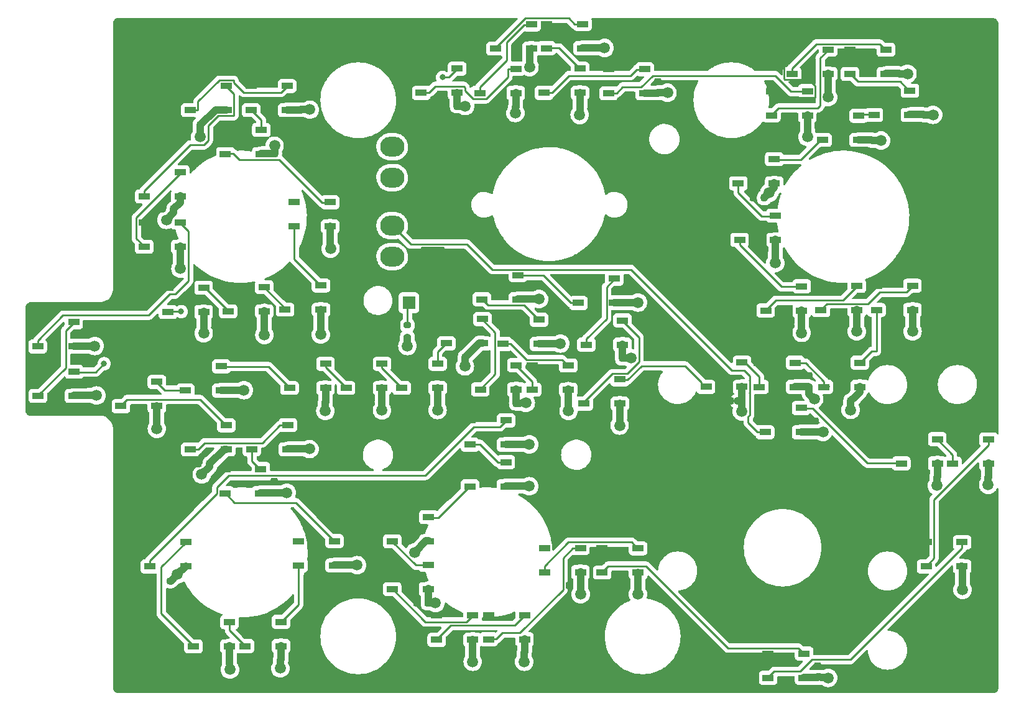
<source format=gbr>
%TF.GenerationSoftware,KiCad,Pcbnew,(6.0.9)*%
%TF.CreationDate,2023-01-06T20:50:37-09:00*%
%TF.ProjectId,ECS PANEL,45435320-5041-44e4-954c-2e6b69636164,rev?*%
%TF.SameCoordinates,Original*%
%TF.FileFunction,Copper,L1,Top*%
%TF.FilePolarity,Positive*%
%FSLAX46Y46*%
G04 Gerber Fmt 4.6, Leading zero omitted, Abs format (unit mm)*
G04 Created by KiCad (PCBNEW (6.0.9)) date 2023-01-06 20:50:37*
%MOMM*%
%LPD*%
G01*
G04 APERTURE LIST*
G04 Aperture macros list*
%AMRoundRect*
0 Rectangle with rounded corners*
0 $1 Rounding radius*
0 $2 $3 $4 $5 $6 $7 $8 $9 X,Y pos of 4 corners*
0 Add a 4 corners polygon primitive as box body*
4,1,4,$2,$3,$4,$5,$6,$7,$8,$9,$2,$3,0*
0 Add four circle primitives for the rounded corners*
1,1,$1+$1,$2,$3*
1,1,$1+$1,$4,$5*
1,1,$1+$1,$6,$7*
1,1,$1+$1,$8,$9*
0 Add four rect primitives between the rounded corners*
20,1,$1+$1,$2,$3,$4,$5,0*
20,1,$1+$1,$4,$5,$6,$7,0*
20,1,$1+$1,$6,$7,$8,$9,0*
20,1,$1+$1,$8,$9,$2,$3,0*%
G04 Aperture macros list end*
%TA.AperFunction,SMDPad,CuDef*%
%ADD10R,1.500000X0.900000*%
%TD*%
%TA.AperFunction,SMDPad,CuDef*%
%ADD11RoundRect,0.200000X-0.275000X0.200000X-0.275000X-0.200000X0.275000X-0.200000X0.275000X0.200000X0*%
%TD*%
%TA.AperFunction,SMDPad,CuDef*%
%ADD12RoundRect,0.225000X-0.225000X-0.250000X0.225000X-0.250000X0.225000X0.250000X-0.225000X0.250000X0*%
%TD*%
%TA.AperFunction,SMDPad,CuDef*%
%ADD13RoundRect,0.225000X0.250000X-0.225000X0.250000X0.225000X-0.250000X0.225000X-0.250000X-0.225000X0*%
%TD*%
%TA.AperFunction,SMDPad,CuDef*%
%ADD14RoundRect,0.225000X0.225000X0.250000X-0.225000X0.250000X-0.225000X-0.250000X0.225000X-0.250000X0*%
%TD*%
%TA.AperFunction,SMDPad,CuDef*%
%ADD15RoundRect,0.225000X-0.250000X0.225000X-0.250000X-0.225000X0.250000X-0.225000X0.250000X0.225000X0*%
%TD*%
%TA.AperFunction,ComponentPad*%
%ADD16R,1.800000X1.800000*%
%TD*%
%TA.AperFunction,ComponentPad*%
%ADD17C,1.800000*%
%TD*%
%TA.AperFunction,ComponentPad*%
%ADD18RoundRect,0.250001X1.399999X-1.099999X1.399999X1.099999X-1.399999X1.099999X-1.399999X-1.099999X0*%
%TD*%
%TA.AperFunction,ComponentPad*%
%ADD19O,3.300000X2.700000*%
%TD*%
%TA.AperFunction,ViaPad*%
%ADD20C,1.500000*%
%TD*%
%TA.AperFunction,ViaPad*%
%ADD21C,0.800000*%
%TD*%
%TA.AperFunction,Conductor*%
%ADD22C,1.000000*%
%TD*%
%TA.AperFunction,Conductor*%
%ADD23C,0.250000*%
%TD*%
G04 APERTURE END LIST*
D10*
%TO.P,D2,1*%
%TO.N,/LED+5V*%
X23712000Y-115698000D03*
%TO.P,D2,2*%
%TO.N,Net-(D2-Pad2)*%
X23712000Y-118998000D03*
%TO.P,D2,3*%
%TO.N,/LEDGND*%
X28612000Y-118998000D03*
%TO.P,D2,4*%
%TO.N,/DATAIN*%
X28612000Y-115698000D03*
%TD*%
%TO.P,D3,1*%
%TO.N,/LED+5V*%
X23661200Y-108942000D03*
%TO.P,D3,2*%
%TO.N,Net-(D3-Pad2)*%
X23661200Y-112242000D03*
%TO.P,D3,3*%
%TO.N,/LEDGND*%
X28561200Y-112242000D03*
%TO.P,D3,4*%
%TO.N,Net-(D2-Pad2)*%
X28561200Y-108942000D03*
%TD*%
%TO.P,D4,1*%
%TO.N,/LED+5V*%
X38164600Y-95378000D03*
%TO.P,D4,2*%
%TO.N,Net-(D4-Pad2)*%
X38164600Y-98678000D03*
%TO.P,D4,3*%
%TO.N,/LEDGND*%
X43064600Y-98678000D03*
%TO.P,D4,4*%
%TO.N,Net-(D3-Pad2)*%
X43064600Y-95378000D03*
%TD*%
%TO.P,D5,1*%
%TO.N,/LED+5V*%
X38190000Y-88520000D03*
%TO.P,D5,2*%
%TO.N,Net-(D5-Pad2)*%
X38190000Y-91820000D03*
%TO.P,D5,3*%
%TO.N,/LEDGND*%
X43090000Y-91820000D03*
%TO.P,D5,4*%
%TO.N,Net-(D4-Pad2)*%
X43090000Y-88520000D03*
%TD*%
%TO.P,D6,1*%
%TO.N,/LED+5V*%
X44413000Y-76759800D03*
%TO.P,D6,2*%
%TO.N,Net-(D6-Pad2)*%
X44413000Y-80059800D03*
%TO.P,D6,3*%
%TO.N,/LEDGND*%
X49313000Y-80059800D03*
%TO.P,D6,4*%
%TO.N,Net-(D5-Pad2)*%
X49313000Y-76759800D03*
%TD*%
%TO.P,D7,1*%
%TO.N,/LED+5V*%
X52718800Y-76759800D03*
%TO.P,D7,2*%
%TO.N,Net-(D7-Pad2)*%
X52718800Y-80059800D03*
%TO.P,D7,3*%
%TO.N,/LEDGND*%
X57618800Y-80059800D03*
%TO.P,D7,4*%
%TO.N,Net-(D6-Pad2)*%
X57618800Y-76759800D03*
%TD*%
%TO.P,D9,1*%
%TO.N,/LED+5V*%
X58586200Y-92609400D03*
%TO.P,D9,2*%
%TO.N,Net-(D10-Pad4)*%
X58586200Y-95909400D03*
%TO.P,D9,3*%
%TO.N,/LEDGND*%
X63486200Y-95909400D03*
%TO.P,D9,4*%
%TO.N,Net-(D8-Pad2)*%
X63486200Y-92609400D03*
%TD*%
%TO.P,D10,1*%
%TO.N,/LED+5V*%
X57341600Y-103938000D03*
%TO.P,D10,2*%
%TO.N,Net-(D10-Pad2)*%
X57341600Y-107238000D03*
%TO.P,D10,3*%
%TO.N,/LEDGND*%
X62241600Y-107238000D03*
%TO.P,D10,4*%
%TO.N,Net-(D10-Pad4)*%
X62241600Y-103938000D03*
%TD*%
%TO.P,D11,1*%
%TO.N,/LED+5V*%
X49620000Y-104166000D03*
%TO.P,D11,2*%
%TO.N,Net-(D11-Pad2)*%
X49620000Y-107466000D03*
%TO.P,D11,3*%
%TO.N,/LEDGND*%
X54520000Y-107466000D03*
%TO.P,D11,4*%
%TO.N,Net-(D10-Pad2)*%
X54520000Y-104166000D03*
%TD*%
%TO.P,D12,1*%
%TO.N,/LED+5V*%
X41365000Y-104268000D03*
%TO.P,D12,2*%
%TO.N,Net-(D12-Pad2)*%
X41365000Y-107568000D03*
%TO.P,D12,3*%
%TO.N,/LEDGND*%
X46265000Y-107568000D03*
%TO.P,D12,4*%
%TO.N,Net-(D11-Pad2)*%
X46265000Y-104268000D03*
%TD*%
%TO.P,D13,1*%
%TO.N,/LED+5V*%
X75883600Y-74397600D03*
%TO.P,D13,2*%
%TO.N,Net-(D13-Pad2)*%
X75883600Y-77697600D03*
%TO.P,D13,3*%
%TO.N,/LEDGND*%
X80783600Y-77697600D03*
%TO.P,D13,4*%
%TO.N,Net-(D12-Pad2)*%
X80783600Y-74397600D03*
%TD*%
%TO.P,D14,1*%
%TO.N,/LED+5V*%
X83859200Y-74423000D03*
%TO.P,D14,2*%
%TO.N,Net-(D14-Pad2)*%
X83859200Y-77723000D03*
%TO.P,D14,3*%
%TO.N,/LEDGND*%
X88759200Y-77723000D03*
%TO.P,D14,4*%
%TO.N,Net-(D13-Pad2)*%
X88759200Y-74423000D03*
%TD*%
%TO.P,D15,1*%
%TO.N,/LED+5V*%
X86004400Y-68378000D03*
%TO.P,D15,2*%
%TO.N,Net-(D15-Pad2)*%
X86004400Y-71678000D03*
%TO.P,D15,3*%
%TO.N,/LEDGND*%
X90904400Y-71678000D03*
%TO.P,D15,4*%
%TO.N,Net-(D14-Pad2)*%
X90904400Y-68378000D03*
%TD*%
%TO.P,D16,1*%
%TO.N,/LED+5V*%
X92966200Y-68327200D03*
%TO.P,D16,2*%
%TO.N,Net-(D16-Pad2)*%
X92966200Y-71627200D03*
%TO.P,D16,3*%
%TO.N,/LEDGND*%
X97866200Y-71627200D03*
%TO.P,D16,4*%
%TO.N,Net-(D15-Pad2)*%
X97866200Y-68327200D03*
%TD*%
%TO.P,D17,1*%
%TO.N,/LED+5V*%
X92596800Y-74397600D03*
%TO.P,D17,2*%
%TO.N,Net-(D17-Pad2)*%
X92596800Y-77697600D03*
%TO.P,D17,3*%
%TO.N,/LEDGND*%
X97496800Y-77697600D03*
%TO.P,D17,4*%
%TO.N,Net-(D16-Pad2)*%
X97496800Y-74397600D03*
%TD*%
%TO.P,D18,1*%
%TO.N,/LED+5V*%
X101411000Y-74473800D03*
%TO.P,D18,2*%
%TO.N,Net-(D18-Pad2)*%
X101411000Y-77773800D03*
%TO.P,D18,3*%
%TO.N,/LEDGND*%
X106311000Y-77773800D03*
%TO.P,D18,4*%
%TO.N,Net-(D17-Pad2)*%
X106311000Y-74473800D03*
%TD*%
%TO.P,D19,1*%
%TO.N,/LED+5V*%
X123573000Y-77471200D03*
%TO.P,D19,2*%
%TO.N,Net-(D19-Pad2)*%
X123573000Y-80771200D03*
%TO.P,D19,3*%
%TO.N,/LEDGND*%
X128473000Y-80771200D03*
%TO.P,D19,4*%
%TO.N,Net-(D18-Pad2)*%
X128473000Y-77471200D03*
%TD*%
%TO.P,D20,1*%
%TO.N,/LED+5V*%
X126379000Y-71832200D03*
%TO.P,D20,2*%
%TO.N,Net-(D20-Pad2)*%
X126379000Y-75132200D03*
%TO.P,D20,3*%
%TO.N,/LEDGND*%
X131279000Y-75132200D03*
%TO.P,D20,4*%
%TO.N,Net-(D19-Pad2)*%
X131279000Y-71832200D03*
%TD*%
%TO.P,D21,1*%
%TO.N,/LED+5V*%
X134253000Y-71832200D03*
%TO.P,D21,2*%
%TO.N,Net-(D21-Pad2)*%
X134253000Y-75132200D03*
%TO.P,D21,3*%
%TO.N,/LEDGND*%
X139153000Y-75132200D03*
%TO.P,D21,4*%
%TO.N,Net-(D20-Pad2)*%
X139153000Y-71832200D03*
%TD*%
%TO.P,D22,1*%
%TO.N,/LED+5V*%
X137529000Y-77420200D03*
%TO.P,D22,2*%
%TO.N,Net-(D22-Pad2)*%
X137529000Y-80720200D03*
%TO.P,D22,3*%
%TO.N,/LEDGND*%
X142429000Y-80720200D03*
%TO.P,D22,4*%
%TO.N,Net-(D21-Pad2)*%
X142429000Y-77420200D03*
%TD*%
%TO.P,D23,1*%
%TO.N,/LED+5V*%
X130558000Y-80824000D03*
%TO.P,D23,2*%
%TO.N,Net-(D23-Pad2)*%
X130558000Y-84124000D03*
%TO.P,D23,3*%
%TO.N,/LEDGND*%
X135458000Y-84124000D03*
%TO.P,D23,4*%
%TO.N,Net-(D22-Pad2)*%
X135458000Y-80824000D03*
%TD*%
%TO.P,D24,1*%
%TO.N,/LED+5V*%
X119064000Y-86742000D03*
%TO.P,D24,2*%
%TO.N,Net-(D24-Pad2)*%
X119064000Y-90042000D03*
%TO.P,D24,3*%
%TO.N,/LEDGND*%
X123964000Y-90042000D03*
%TO.P,D24,4*%
%TO.N,Net-(D23-Pad2)*%
X123964000Y-86742000D03*
%TD*%
%TO.P,D25,1*%
%TO.N,/LED+5V*%
X119241000Y-94438200D03*
%TO.P,D25,2*%
%TO.N,Net-(D25-Pad2)*%
X119241000Y-97738200D03*
%TO.P,D25,3*%
%TO.N,/LEDGND*%
X124141000Y-97738200D03*
%TO.P,D25,4*%
%TO.N,Net-(D24-Pad2)*%
X124141000Y-94438200D03*
%TD*%
%TO.P,D26,1*%
%TO.N,/LED+5V*%
X122797000Y-104065000D03*
%TO.P,D26,2*%
%TO.N,Net-(D26-Pad2)*%
X122797000Y-107365000D03*
%TO.P,D26,3*%
%TO.N,/LEDGND*%
X127697000Y-107365000D03*
%TO.P,D26,4*%
%TO.N,Net-(D25-Pad2)*%
X127697000Y-104065000D03*
%TD*%
%TO.P,D27,1*%
%TO.N,/LED+5V*%
X130316000Y-104014000D03*
%TO.P,D27,2*%
%TO.N,Net-(D27-Pad2)*%
X130316000Y-107314000D03*
%TO.P,D27,3*%
%TO.N,/LEDGND*%
X135216000Y-107314000D03*
%TO.P,D27,4*%
%TO.N,Net-(D26-Pad2)*%
X135216000Y-104014000D03*
%TD*%
%TO.P,D28,1*%
%TO.N,/LED+5V*%
X137885000Y-103989000D03*
%TO.P,D28,2*%
%TO.N,Net-(D28-Pad2)*%
X137885000Y-107289000D03*
%TO.P,D28,3*%
%TO.N,/LEDGND*%
X142785000Y-107289000D03*
%TO.P,D28,4*%
%TO.N,Net-(D27-Pad2)*%
X142785000Y-103989000D03*
%TD*%
%TO.P,D30,1*%
%TO.N,/LED+5V*%
X121934000Y-114479000D03*
%TO.P,D30,2*%
%TO.N,Net-(D30-Pad2)*%
X121934000Y-117779000D03*
%TO.P,D30,3*%
%TO.N,/LEDGND*%
X126834000Y-117779000D03*
%TO.P,D30,4*%
%TO.N,Net-(D29-Pad2)*%
X126834000Y-114479000D03*
%TD*%
%TO.P,D31,1*%
%TO.N,/LED+5V*%
X114669000Y-114453000D03*
%TO.P,D31,2*%
%TO.N,Net-(D31-Pad2)*%
X114669000Y-117753000D03*
%TO.P,D31,3*%
%TO.N,/LEDGND*%
X119569000Y-117753000D03*
%TO.P,D31,4*%
%TO.N,Net-(D30-Pad2)*%
X119569000Y-114453000D03*
%TD*%
%TO.P,D32,1*%
%TO.N,/LED+5V*%
X98021000Y-116739000D03*
%TO.P,D32,2*%
%TO.N,Net-(D32-Pad2)*%
X98021000Y-120039000D03*
%TO.P,D32,3*%
%TO.N,/LEDGND*%
X102921000Y-120039000D03*
%TO.P,D32,4*%
%TO.N,Net-(D31-Pad2)*%
X102921000Y-116739000D03*
%TD*%
%TO.P,D33,1*%
%TO.N,/LED+5V*%
X98388000Y-108713000D03*
%TO.P,D33,2*%
%TO.N,Net-(D33-Pad2)*%
X98388000Y-112013000D03*
%TO.P,D33,3*%
%TO.N,/LEDGND*%
X103288000Y-112013000D03*
%TO.P,D33,4*%
%TO.N,Net-(D32-Pad2)*%
X103288000Y-108713000D03*
%TD*%
%TO.P,D34,1*%
%TO.N,/LED+5V*%
X97295800Y-103023000D03*
%TO.P,D34,2*%
%TO.N,Net-(D34-Pad2)*%
X97295800Y-106323000D03*
%TO.P,D34,3*%
%TO.N,/LEDGND*%
X102195800Y-106323000D03*
%TO.P,D34,4*%
%TO.N,Net-(D33-Pad2)*%
X102195800Y-103023000D03*
%TD*%
%TO.P,D35,1*%
%TO.N,/LED+5V*%
X84164000Y-102541000D03*
%TO.P,D35,2*%
%TO.N,Net-(D35-Pad2)*%
X84164000Y-105841000D03*
%TO.P,D35,3*%
%TO.N,/LEDGND*%
X89064000Y-105841000D03*
%TO.P,D35,4*%
%TO.N,Net-(D34-Pad2)*%
X89064000Y-102541000D03*
%TD*%
%TO.P,D36,1*%
%TO.N,/LED+5V*%
X87034200Y-108611000D03*
%TO.P,D36,2*%
%TO.N,Net-(D36-Pad2)*%
X87034200Y-111911000D03*
%TO.P,D36,3*%
%TO.N,/LEDGND*%
X91934200Y-111911000D03*
%TO.P,D36,4*%
%TO.N,Net-(D35-Pad2)*%
X91934200Y-108611000D03*
%TD*%
%TO.P,D37,1*%
%TO.N,/LED+5V*%
X91010400Y-114835000D03*
%TO.P,D37,2*%
%TO.N,Net-(D37-Pad2)*%
X91010400Y-118135000D03*
%TO.P,D37,3*%
%TO.N,/LEDGND*%
X95910400Y-118135000D03*
%TO.P,D37,4*%
%TO.N,Net-(D36-Pad2)*%
X95910400Y-114835000D03*
%TD*%
D11*
%TO.P,R1,1*%
%TO.N,Net-(D1-Pad1)*%
X74000000Y-109350000D03*
%TO.P,R1,2*%
%TO.N,/LEDGND*%
X74000000Y-111000000D03*
%TD*%
D10*
%TO.P,D38,1*%
%TO.N,/LED+5V*%
X83935400Y-114809000D03*
%TO.P,D38,2*%
%TO.N,Net-(D38-Pad2)*%
X83935400Y-118109000D03*
%TO.P,D38,3*%
%TO.N,/LEDGND*%
X88835400Y-118109000D03*
%TO.P,D38,4*%
%TO.N,Net-(D37-Pad2)*%
X88835400Y-114809000D03*
%TD*%
%TO.P,D39,1*%
%TO.N,/LED+5V*%
X79312600Y-108535000D03*
%TO.P,D39,2*%
%TO.N,Net-(D39-Pad2)*%
X79312600Y-111835000D03*
%TO.P,D39,3*%
%TO.N,/LEDGND*%
X84212600Y-111835000D03*
%TO.P,D39,4*%
%TO.N,Net-(D38-Pad2)*%
X84212600Y-108535000D03*
%TD*%
%TO.P,D40,1*%
%TO.N,/LED+5V*%
X73216600Y-114606000D03*
%TO.P,D40,2*%
%TO.N,Net-(D40-Pad2)*%
X73216600Y-117906000D03*
%TO.P,D40,3*%
%TO.N,/LEDGND*%
X78116600Y-117906000D03*
%TO.P,D40,4*%
%TO.N,Net-(D39-Pad2)*%
X78116600Y-114606000D03*
%TD*%
%TO.P,D41,1*%
%TO.N,/LED+5V*%
X65647400Y-114606000D03*
%TO.P,D41,2*%
%TO.N,Net-(D41-Pad2)*%
X65647400Y-117906000D03*
%TO.P,D41,3*%
%TO.N,/LEDGND*%
X70547400Y-117906000D03*
%TO.P,D41,4*%
%TO.N,Net-(D40-Pad2)*%
X70547400Y-114606000D03*
%TD*%
%TO.P,D42,1*%
%TO.N,/LED+5V*%
X57951200Y-114606000D03*
%TO.P,D42,2*%
%TO.N,Net-(D42-Pad2)*%
X57951200Y-117906000D03*
%TO.P,D42,3*%
%TO.N,/LEDGND*%
X62851200Y-117906000D03*
%TO.P,D42,4*%
%TO.N,Net-(D41-Pad2)*%
X62851200Y-114606000D03*
%TD*%
%TO.P,D43,1*%
%TO.N,/LED+5V*%
X43752600Y-114961000D03*
%TO.P,D43,2*%
%TO.N,Net-(D43-Pad2)*%
X43752600Y-118261000D03*
%TO.P,D43,3*%
%TO.N,/LEDGND*%
X48652600Y-118261000D03*
%TO.P,D43,4*%
%TO.N,Net-(D42-Pad2)*%
X48652600Y-114961000D03*
%TD*%
%TO.P,D44,1*%
%TO.N,/LED+5V*%
X34989600Y-117070000D03*
%TO.P,D44,2*%
%TO.N,Net-(D44-Pad2)*%
X34989600Y-120370000D03*
%TO.P,D44,3*%
%TO.N,/LEDGND*%
X39889600Y-120370000D03*
%TO.P,D44,4*%
%TO.N,Net-(D43-Pad2)*%
X39889600Y-117070000D03*
%TD*%
%TO.P,D45,1*%
%TO.N,/LED+5V*%
X44438400Y-122988000D03*
%TO.P,D45,2*%
%TO.N,Net-(D45-Pad2)*%
X44438400Y-126288000D03*
%TO.P,D45,3*%
%TO.N,/LEDGND*%
X49338400Y-126288000D03*
%TO.P,D45,4*%
%TO.N,Net-(D44-Pad2)*%
X49338400Y-122988000D03*
%TD*%
%TO.P,D46,1*%
%TO.N,/LED+5V*%
X52820400Y-122962000D03*
%TO.P,D46,2*%
%TO.N,Net-(D46-Pad2)*%
X52820400Y-126262000D03*
%TO.P,D46,3*%
%TO.N,/LEDGND*%
X57720400Y-126262000D03*
%TO.P,D46,4*%
%TO.N,Net-(D45-Pad2)*%
X57720400Y-122962000D03*
%TD*%
%TO.P,D47,1*%
%TO.N,/LED+5V*%
X49137400Y-128957000D03*
%TO.P,D47,2*%
%TO.N,Net-(D47-Pad2)*%
X49137400Y-132257000D03*
%TO.P,D47,3*%
%TO.N,/LEDGND*%
X54037400Y-132257000D03*
%TO.P,D47,4*%
%TO.N,Net-(D46-Pad2)*%
X54037400Y-128957000D03*
%TD*%
%TO.P,D48,1*%
%TO.N,/LED+5V*%
X59195800Y-138787000D03*
%TO.P,D48,2*%
%TO.N,Net-(D48-Pad2)*%
X59195800Y-142087000D03*
%TO.P,D48,3*%
%TO.N,/LEDGND*%
X64095800Y-142087000D03*
%TO.P,D48,4*%
%TO.N,Net-(D47-Pad2)*%
X64095800Y-138787000D03*
%TD*%
%TO.P,D49,1*%
%TO.N,/LED+5V*%
X51880600Y-149785000D03*
%TO.P,D49,2*%
%TO.N,Net-(D49-Pad2)*%
X51880600Y-153085000D03*
%TO.P,D49,3*%
%TO.N,/LEDGND*%
X56780600Y-153085000D03*
%TO.P,D49,4*%
%TO.N,Net-(D48-Pad2)*%
X56780600Y-149785000D03*
%TD*%
%TO.P,D50,1*%
%TO.N,/LED+5V*%
X44884000Y-149810000D03*
%TO.P,D50,2*%
%TO.N,Net-(D50-Pad2)*%
X44884000Y-153110000D03*
%TO.P,D50,3*%
%TO.N,/LEDGND*%
X49784000Y-153110000D03*
%TO.P,D50,4*%
%TO.N,Net-(D49-Pad2)*%
X49784000Y-149810000D03*
%TD*%
%TO.P,D51,1*%
%TO.N,/LED+5V*%
X38926600Y-138914000D03*
%TO.P,D51,2*%
%TO.N,Net-(D51-Pad2)*%
X38926600Y-142214000D03*
%TO.P,D51,3*%
%TO.N,/LEDGND*%
X43826600Y-142214000D03*
%TO.P,D51,4*%
%TO.N,Net-(D50-Pad2)*%
X43826600Y-138914000D03*
%TD*%
%TO.P,D52,1*%
%TO.N,/LED+5V*%
X82538400Y-122327000D03*
%TO.P,D52,2*%
%TO.N,Net-(D52-Pad2)*%
X82538400Y-125627000D03*
%TO.P,D52,3*%
%TO.N,/LEDGND*%
X87438400Y-125627000D03*
%TO.P,D52,4*%
%TO.N,Net-(D51-Pad2)*%
X87438400Y-122327000D03*
%TD*%
%TO.P,D53,1*%
%TO.N,/LED+5V*%
X82513000Y-128017000D03*
%TO.P,D53,2*%
%TO.N,Net-(D53-Pad2)*%
X82513000Y-131317000D03*
%TO.P,D53,3*%
%TO.N,/LEDGND*%
X87413000Y-131317000D03*
%TO.P,D53,4*%
%TO.N,Net-(D52-Pad2)*%
X87413000Y-128017000D03*
%TD*%
%TO.P,D54,1*%
%TO.N,/LED+5V*%
X71972000Y-135510000D03*
%TO.P,D54,2*%
%TO.N,Net-(D54-Pad2)*%
X71972000Y-138810000D03*
%TO.P,D54,3*%
%TO.N,/LEDGND*%
X76872000Y-138810000D03*
%TO.P,D54,4*%
%TO.N,Net-(D53-Pad2)*%
X76872000Y-135510000D03*
%TD*%
%TO.P,D55,1*%
%TO.N,/LED+5V*%
X71921200Y-142012000D03*
%TO.P,D55,2*%
%TO.N,Net-(D55-Pad2)*%
X71921200Y-145312000D03*
%TO.P,D55,3*%
%TO.N,/LEDGND*%
X76821200Y-145312000D03*
%TO.P,D55,4*%
%TO.N,Net-(D54-Pad2)*%
X76821200Y-142012000D03*
%TD*%
%TO.P,D56,1*%
%TO.N,/LED+5V*%
X77991800Y-148921000D03*
%TO.P,D56,2*%
%TO.N,Net-(D56-Pad2)*%
X77991800Y-152221000D03*
%TO.P,D56,3*%
%TO.N,/LEDGND*%
X82891800Y-152221000D03*
%TO.P,D56,4*%
%TO.N,Net-(D55-Pad2)*%
X82891800Y-148921000D03*
%TD*%
%TO.P,D57,1*%
%TO.N,/LED+5V*%
X85053000Y-148845000D03*
%TO.P,D57,2*%
%TO.N,Net-(D57-Pad2)*%
X85053000Y-152145000D03*
%TO.P,D57,3*%
%TO.N,/LEDGND*%
X89953000Y-152145000D03*
%TO.P,D57,4*%
%TO.N,Net-(D56-Pad2)*%
X89953000Y-148845000D03*
%TD*%
%TO.P,D58,1*%
%TO.N,/LED+5V*%
X92673000Y-139701000D03*
%TO.P,D58,2*%
%TO.N,Net-(D58-Pad2)*%
X92673000Y-143001000D03*
%TO.P,D58,3*%
%TO.N,/LEDGND*%
X97573000Y-143001000D03*
%TO.P,D58,4*%
%TO.N,Net-(D57-Pad2)*%
X97573000Y-139701000D03*
%TD*%
%TO.P,D59,1*%
%TO.N,/LED+5V*%
X100522000Y-139752000D03*
%TO.P,D59,2*%
%TO.N,Net-(D59-Pad2)*%
X100522000Y-143052000D03*
%TO.P,D59,3*%
%TO.N,/LEDGND*%
X105422000Y-143052000D03*
%TO.P,D59,4*%
%TO.N,Net-(D58-Pad2)*%
X105422000Y-139752000D03*
%TD*%
%TO.P,D60,1*%
%TO.N,/LED+5V*%
X123128000Y-154103000D03*
%TO.P,D60,2*%
%TO.N,Net-(D60-Pad2)*%
X123128000Y-157403000D03*
%TO.P,D60,3*%
%TO.N,/LEDGND*%
X128028000Y-157403000D03*
%TO.P,D60,4*%
%TO.N,Net-(D59-Pad2)*%
X128028000Y-154103000D03*
%TD*%
%TO.P,D61,1*%
%TO.N,/LED+5V*%
X144641000Y-138914000D03*
%TO.P,D61,2*%
%TO.N,Net-(D61-Pad2)*%
X144641000Y-142214000D03*
%TO.P,D61,3*%
%TO.N,/LEDGND*%
X149541000Y-142214000D03*
%TO.P,D61,4*%
%TO.N,Net-(D60-Pad2)*%
X149541000Y-138914000D03*
%TD*%
%TO.P,D62,1*%
%TO.N,/LED+5V*%
X148223000Y-124918000D03*
%TO.P,D62,2*%
%TO.N,Net-(D62-Pad2)*%
X148223000Y-128218000D03*
%TO.P,D62,3*%
%TO.N,/LEDGND*%
X153123000Y-128218000D03*
%TO.P,D62,4*%
%TO.N,Net-(D61-Pad2)*%
X153123000Y-124918000D03*
%TD*%
%TO.P,D63,1*%
%TO.N,/LED+5V*%
X141263000Y-124893000D03*
%TO.P,D63,2*%
%TO.N,Net-(D63-Pad2)*%
X141263000Y-128193000D03*
%TO.P,D63,3*%
%TO.N,/LEDGND*%
X146163000Y-128193000D03*
%TO.P,D63,4*%
%TO.N,Net-(D62-Pad2)*%
X146163000Y-124893000D03*
%TD*%
%TO.P,D64,1*%
%TO.N,/LED+5V*%
X122721000Y-120626000D03*
%TO.P,D64,2*%
%TO.N,/DATAOUT*%
X122721000Y-123926000D03*
%TO.P,D64,3*%
%TO.N,/LEDGND*%
X127621000Y-123926000D03*
%TO.P,D64,4*%
%TO.N,Net-(D63-Pad2)*%
X127621000Y-120626000D03*
%TD*%
D12*
%TO.P,C2,1*%
%TO.N,/LED+5V*%
X44212500Y-82100000D03*
%TO.P,C2,2*%
%TO.N,/LEDGND*%
X45762500Y-82100000D03*
%TD*%
D13*
%TO.P,C3,1*%
%TO.N,/LED+5V*%
X59500000Y-81562500D03*
%TO.P,C3,2*%
%TO.N,/LEDGND*%
X59500000Y-80012500D03*
%TD*%
D14*
%TO.P,C4,1*%
%TO.N,/LED+5V*%
X57475000Y-86000000D03*
%TO.P,C4,2*%
%TO.N,/LEDGND*%
X55925000Y-86000000D03*
%TD*%
D12*
%TO.P,C5,1*%
%TO.N,/LED+5V*%
X40617500Y-93540000D03*
%TO.P,C5,2*%
%TO.N,/LEDGND*%
X42167500Y-93540000D03*
%TD*%
%TO.P,C6,1*%
%TO.N,/LED+5V*%
X41527500Y-100610000D03*
%TO.P,C6,2*%
%TO.N,/LEDGND*%
X43077500Y-100610000D03*
%TD*%
D15*
%TO.P,C7,1*%
%TO.N,/LED+5V*%
X30360000Y-110627000D03*
%TO.P,C7,2*%
%TO.N,/LEDGND*%
X30360000Y-112177000D03*
%TD*%
%TO.P,C8,1*%
%TO.N,/LED+5V*%
X30420000Y-117377000D03*
%TO.P,C8,2*%
%TO.N,/LEDGND*%
X30420000Y-118927000D03*
%TD*%
D12*
%TO.P,C9,1*%
%TO.N,/LED+5V*%
X44697500Y-109470000D03*
%TO.P,C9,2*%
%TO.N,/LEDGND*%
X46247500Y-109470000D03*
%TD*%
%TO.P,C10,1*%
%TO.N,/LED+5V*%
X60667500Y-109130000D03*
%TO.P,C10,2*%
%TO.N,/LEDGND*%
X62217500Y-109130000D03*
%TD*%
%TO.P,C11,1*%
%TO.N,/LED+5V*%
X61947500Y-97800000D03*
%TO.P,C11,2*%
%TO.N,/LEDGND*%
X63497500Y-97800000D03*
%TD*%
%TO.P,C12,1*%
%TO.N,/LED+5V*%
X52967500Y-109380000D03*
%TO.P,C12,2*%
%TO.N,/LEDGND*%
X54517500Y-109380000D03*
%TD*%
%TO.P,C13,1*%
%TO.N,/LED+5V*%
X38317500Y-122280000D03*
%TO.P,C13,2*%
%TO.N,/LEDGND*%
X39867500Y-122280000D03*
%TD*%
D15*
%TO.P,C14,1*%
%TO.N,/LED+5V*%
X50490000Y-116637000D03*
%TO.P,C14,2*%
%TO.N,/LEDGND*%
X50490000Y-118187000D03*
%TD*%
D12*
%TO.P,C15,1*%
%TO.N,/LED+5V*%
X61267500Y-119820000D03*
%TO.P,C15,2*%
%TO.N,/LEDGND*%
X62817500Y-119820000D03*
%TD*%
%TO.P,C16,1*%
%TO.N,/LED+5V*%
X68987500Y-119810000D03*
%TO.P,C16,2*%
%TO.N,/LEDGND*%
X70537500Y-119810000D03*
%TD*%
%TO.P,C17,1*%
%TO.N,/LED+5V*%
X76547500Y-119840000D03*
%TO.P,C17,2*%
%TO.N,/LEDGND*%
X78097500Y-119840000D03*
%TD*%
%TO.P,C18,1*%
%TO.N,/LED+5V*%
X87277500Y-119990000D03*
%TO.P,C18,2*%
%TO.N,/LEDGND*%
X88827500Y-119990000D03*
%TD*%
%TO.P,C19,1*%
%TO.N,/LED+5V*%
X94335000Y-120060000D03*
%TO.P,C19,2*%
%TO.N,/LEDGND*%
X95885000Y-120060000D03*
%TD*%
%TO.P,C20,1*%
%TO.N,/LED+5V*%
X101717000Y-113860000D03*
%TO.P,C20,2*%
%TO.N,/LEDGND*%
X103267000Y-113860000D03*
%TD*%
%TO.P,C21,1*%
%TO.N,/LED+5V*%
X101335000Y-121990000D03*
%TO.P,C21,2*%
%TO.N,/LEDGND*%
X102885000Y-121990000D03*
%TD*%
D15*
%TO.P,C22,1*%
%TO.N,/LED+5V*%
X104050000Y-104707000D03*
%TO.P,C22,2*%
%TO.N,/LEDGND*%
X104050000Y-106257000D03*
%TD*%
%TO.P,C24,1*%
%TO.N,/LED+5V*%
X93750000Y-110293000D03*
%TO.P,C24,2*%
%TO.N,/LEDGND*%
X93750000Y-111843000D03*
%TD*%
D12*
%TO.P,C25,1*%
%TO.N,/LED+5V*%
X80297500Y-113760000D03*
%TO.P,C25,2*%
%TO.N,/LEDGND*%
X81847500Y-113760000D03*
%TD*%
%TO.P,C26,1*%
%TO.N,/LED+5V*%
X79207500Y-79500000D03*
%TO.P,C26,2*%
%TO.N,/LEDGND*%
X80757500Y-79500000D03*
%TD*%
%TO.P,C27,1*%
%TO.N,/LED+5V*%
X87167500Y-79610000D03*
%TO.P,C27,2*%
%TO.N,/LEDGND*%
X88717500Y-79610000D03*
%TD*%
%TO.P,C28,1*%
%TO.N,/LED+5V*%
X95917500Y-79630000D03*
%TO.P,C28,2*%
%TO.N,/LEDGND*%
X97467500Y-79630000D03*
%TD*%
D15*
%TO.P,C29,1*%
%TO.N,/LED+5V*%
X99670000Y-70027500D03*
%TO.P,C29,2*%
%TO.N,/LEDGND*%
X99670000Y-71577500D03*
%TD*%
%TO.P,C30,1*%
%TO.N,/LED+5V*%
X108120000Y-76127500D03*
%TO.P,C30,2*%
%TO.N,/LEDGND*%
X108120000Y-77677500D03*
%TD*%
D12*
%TO.P,C31,1*%
%TO.N,/LED+5V*%
X126913000Y-82670000D03*
%TO.P,C31,2*%
%TO.N,/LEDGND*%
X128463000Y-82670000D03*
%TD*%
D15*
%TO.P,C23,1*%
%TO.N,/LED+5V*%
X90860000Y-104227000D03*
%TO.P,C23,2*%
%TO.N,/LEDGND*%
X90860000Y-105777000D03*
%TD*%
D12*
%TO.P,C32,1*%
%TO.N,/LED+5V*%
X45527500Y-128250000D03*
%TO.P,C32,2*%
%TO.N,/LEDGND*%
X47077500Y-128250000D03*
%TD*%
D15*
%TO.P,C33,1*%
%TO.N,/LED+5V*%
X59540000Y-124657000D03*
%TO.P,C33,2*%
%TO.N,/LEDGND*%
X59540000Y-126207000D03*
%TD*%
%TO.P,C34,1*%
%TO.N,/LED+5V*%
X55880000Y-130617000D03*
%TO.P,C34,2*%
%TO.N,/LEDGND*%
X55880000Y-132167000D03*
%TD*%
%TO.P,C35,1*%
%TO.N,/LED+5V*%
X65910000Y-140487000D03*
%TO.P,C35,2*%
%TO.N,/LEDGND*%
X65910000Y-142037000D03*
%TD*%
D12*
%TO.P,C36,1*%
%TO.N,/LED+5V*%
X75257500Y-147200000D03*
%TO.P,C36,2*%
%TO.N,/LEDGND*%
X76807500Y-147200000D03*
%TD*%
%TO.P,C37,1*%
%TO.N,/LED+5V*%
X48217500Y-155030000D03*
%TO.P,C37,2*%
%TO.N,/LEDGND*%
X49767500Y-155030000D03*
%TD*%
D13*
%TO.P,C38,1*%
%TO.N,/LED+5V*%
X41700000Y-145762500D03*
%TO.P,C38,2*%
%TO.N,/LEDGND*%
X41700000Y-144212500D03*
%TD*%
D12*
%TO.P,C39,1*%
%TO.N,/LED+5V*%
X88353500Y-153924000D03*
%TO.P,C39,2*%
%TO.N,/LEDGND*%
X89903500Y-153924000D03*
%TD*%
%TO.P,C40,1*%
%TO.N,/LED+5V*%
X81307500Y-154080000D03*
%TO.P,C40,2*%
%TO.N,/LEDGND*%
X82857500Y-154080000D03*
%TD*%
%TO.P,C41,1*%
%TO.N,/LED+5V*%
X96037500Y-144800000D03*
%TO.P,C41,2*%
%TO.N,/LEDGND*%
X97587500Y-144800000D03*
%TD*%
%TO.P,C42,1*%
%TO.N,/LED+5V*%
X103837000Y-145000000D03*
%TO.P,C42,2*%
%TO.N,/LEDGND*%
X105387000Y-145000000D03*
%TD*%
%TO.P,C43,1*%
%TO.N,/LED+5V*%
X117972000Y-119700000D03*
%TO.P,C43,2*%
%TO.N,/LEDGND*%
X119522000Y-119700000D03*
%TD*%
%TO.P,C45,1*%
%TO.N,/LED+5V*%
X144537000Y-130100000D03*
%TO.P,C45,2*%
%TO.N,/LEDGND*%
X146087000Y-130100000D03*
%TD*%
D15*
%TO.P,C46,1*%
%TO.N,/LED+5V*%
X128700000Y-116237000D03*
%TO.P,C46,2*%
%TO.N,/LEDGND*%
X128700000Y-117787000D03*
%TD*%
D12*
%TO.P,C48,1*%
%TO.N,/LED+5V*%
X151537000Y-130100000D03*
%TO.P,C48,2*%
%TO.N,/LEDGND*%
X153087000Y-130100000D03*
%TD*%
%TO.P,C49,1*%
%TO.N,/LED+5V*%
X148037000Y-144100000D03*
%TO.P,C49,2*%
%TO.N,/LEDGND*%
X149587000Y-144100000D03*
%TD*%
D15*
%TO.P,C50,1*%
%TO.N,/LED+5V*%
X129900000Y-155737000D03*
%TO.P,C50,2*%
%TO.N,/LEDGND*%
X129900000Y-157287000D03*
%TD*%
D12*
%TO.P,C51,1*%
%TO.N,/LED+5V*%
X126137000Y-109200000D03*
%TO.P,C51,2*%
%TO.N,/LEDGND*%
X127687000Y-109200000D03*
%TD*%
D15*
%TO.P,C44,1*%
%TO.N,/LED+5V*%
X129500000Y-122337000D03*
%TO.P,C44,2*%
%TO.N,/LEDGND*%
X129500000Y-123887000D03*
%TD*%
D14*
%TO.P,C52,1*%
%TO.N,/LED+5V*%
X132863000Y-77100000D03*
%TO.P,C52,2*%
%TO.N,/LEDGND*%
X131313000Y-77100000D03*
%TD*%
D15*
%TO.P,C54,1*%
%TO.N,/LED+5V*%
X144300000Y-79137500D03*
%TO.P,C54,2*%
%TO.N,/LEDGND*%
X144300000Y-80687500D03*
%TD*%
%TO.P,C55,1*%
%TO.N,/LED+5V*%
X137300000Y-82637500D03*
%TO.P,C55,2*%
%TO.N,/LEDGND*%
X137300000Y-84187500D03*
%TD*%
D12*
%TO.P,C56,1*%
%TO.N,/LED+5V*%
X121037000Y-92000000D03*
%TO.P,C56,2*%
%TO.N,/LEDGND*%
X122587000Y-92000000D03*
%TD*%
%TO.P,C57,1*%
%TO.N,/LED+5V*%
X141237000Y-109100000D03*
%TO.P,C57,2*%
%TO.N,/LEDGND*%
X142787000Y-109100000D03*
%TD*%
%TO.P,C58,1*%
%TO.N,/LED+5V*%
X133637000Y-109200000D03*
%TO.P,C58,2*%
%TO.N,/LEDGND*%
X135187000Y-109200000D03*
%TD*%
%TO.P,C60,1*%
%TO.N,/LED+5V*%
X55137500Y-155000000D03*
%TO.P,C60,2*%
%TO.N,/LEDGND*%
X56687500Y-155000000D03*
%TD*%
D15*
%TO.P,C61,1*%
%TO.N,/LED+5V*%
X89300000Y-124037000D03*
%TO.P,C61,2*%
%TO.N,/LEDGND*%
X89300000Y-125587000D03*
%TD*%
%TO.P,C53,1*%
%TO.N,/LED+5V*%
X141000000Y-73537500D03*
%TO.P,C53,2*%
%TO.N,/LEDGND*%
X141000000Y-75087500D03*
%TD*%
D12*
%TO.P,C59,1*%
%TO.N,/LED+5V*%
X122537000Y-99700000D03*
%TO.P,C59,2*%
%TO.N,/LEDGND*%
X124087000Y-99700000D03*
%TD*%
D15*
%TO.P,C62,1*%
%TO.N,/LED+5V*%
X89300000Y-129737000D03*
%TO.P,C62,2*%
%TO.N,/LEDGND*%
X89300000Y-131287000D03*
%TD*%
D10*
%TO.P,D8,1*%
%TO.N,/LED+5V*%
X49213600Y-82754200D03*
%TO.P,D8,2*%
%TO.N,Net-(D8-Pad2)*%
X49213600Y-86054200D03*
%TO.P,D8,3*%
%TO.N,/LEDGND*%
X54113600Y-86054200D03*
%TO.P,D8,4*%
%TO.N,Net-(D7-Pad2)*%
X54113600Y-82754200D03*
%TD*%
%TO.P,D29,1*%
%TO.N,/LED+5V*%
X130722000Y-114479000D03*
%TO.P,D29,2*%
%TO.N,Net-(D29-Pad2)*%
X130722000Y-117779000D03*
%TO.P,D29,3*%
%TO.N,/LEDGND*%
X135622000Y-117779000D03*
%TO.P,D29,4*%
%TO.N,Net-(D28-Pad2)*%
X135622000Y-114479000D03*
%TD*%
D12*
%TO.P,C47,1*%
%TO.N,/LED+5V*%
X132802000Y-119700000D03*
%TO.P,C47,2*%
%TO.N,/LEDGND*%
X134352000Y-119700000D03*
%TD*%
D16*
%TO.P,D1,1*%
%TO.N,Net-(D1-Pad1)*%
X74200000Y-106300000D03*
D17*
%TO.P,D1,2*%
%TO.N,/LED+5V*%
X76740000Y-106300000D03*
%TD*%
D18*
%TO.P,J1,1*%
%TO.N,/LED+5V*%
X77436000Y-89248600D03*
D19*
%TO.P,J1,2*%
X77436000Y-85048600D03*
%TO.P,J1,3*%
%TO.N,/LEDGND*%
X71936000Y-89248600D03*
%TO.P,J1,4*%
%TO.N,/DATAIN*%
X71936000Y-85048600D03*
%TD*%
D18*
%TO.P,J2,1*%
%TO.N,/LED+5V*%
X77436000Y-100000000D03*
D19*
%TO.P,J2,2*%
X77436000Y-95800000D03*
%TO.P,J2,3*%
%TO.N,/LEDGND*%
X71936000Y-100000000D03*
%TO.P,J2,4*%
%TO.N,/DATAOUT*%
X71936000Y-95800000D03*
%TD*%
D20*
%TO.N,/LEDGND*%
X134365000Y-120900000D03*
X138500000Y-84200000D03*
X135200000Y-110200000D03*
X60680000Y-126230000D03*
X43110000Y-101650000D03*
X46000000Y-129700000D03*
X131300000Y-157400000D03*
X74000000Y-112200000D03*
X97470000Y-80710000D03*
X90600000Y-131300000D03*
X91920000Y-105790000D03*
X67160000Y-142040000D03*
X105400000Y-106270000D03*
X146100000Y-131200000D03*
X60700000Y-80000000D03*
X56700000Y-156100000D03*
X88710000Y-80450000D03*
X31430000Y-112190000D03*
X95950000Y-121040000D03*
X75000000Y-140300000D03*
X41195000Y-95000000D03*
X128490000Y-83710000D03*
X81840000Y-114970000D03*
X31670000Y-118940000D03*
X90120000Y-119960000D03*
X82890000Y-155200000D03*
X102898000Y-123022000D03*
X57579500Y-132179500D03*
X90650000Y-74190000D03*
X104470000Y-113850000D03*
X145600000Y-80700000D03*
X130600000Y-123900000D03*
X62210000Y-110630000D03*
X105400000Y-146000000D03*
X70550000Y-120970000D03*
X51730000Y-118200000D03*
X129400000Y-119400000D03*
X127700000Y-110400000D03*
X153100000Y-131100000D03*
X149600000Y-145400000D03*
X77830000Y-147200000D03*
X63530000Y-98930000D03*
X42695300Y-143295300D03*
X45775000Y-83725000D03*
X39880000Y-123470000D03*
X81870000Y-79500000D03*
X94830000Y-111860000D03*
X97600000Y-146000000D03*
X89916000Y-155194000D03*
X109420000Y-77690000D03*
X119535000Y-121100000D03*
X142100000Y-75100000D03*
X55912500Y-84912500D03*
X131300000Y-78300000D03*
X90600000Y-125600000D03*
X142800000Y-110200000D03*
X123300000Y-91300000D03*
X78110000Y-120910000D03*
X124100000Y-100900000D03*
X62830000Y-121030000D03*
X49840000Y-156270000D03*
X100860000Y-71590000D03*
X46260000Y-110450000D03*
X54530000Y-110690000D03*
%TO.N,/LED+5V*%
X109019600Y-99893000D03*
D21*
%TO.N,/DATAIN*%
X32700000Y-114600000D03*
%TO.N,Net-(D12-Pad2)*%
X78800000Y-75600000D03*
X43200000Y-107500000D03*
%TD*%
D22*
%TO.N,/LEDGND*%
X45775000Y-83725000D02*
X45775000Y-83775000D01*
X60700000Y-80000000D02*
X60700000Y-80000000D01*
X55912500Y-84912500D02*
X55912500Y-84912500D01*
X57579500Y-132179500D02*
X57579500Y-132179500D01*
X42695300Y-143295300D02*
X43826600Y-142164000D01*
X46000000Y-129700000D02*
X46000000Y-129700000D01*
X134993500Y-119071500D02*
X134993000Y-119071500D01*
X135622000Y-118443000D02*
X134993500Y-119071500D01*
X134993000Y-119071500D02*
X134364500Y-119700000D01*
X134365000Y-119700000D02*
X134365000Y-120900000D01*
X131279000Y-75082200D02*
X131279000Y-77079000D01*
X104047000Y-106273000D02*
X104050000Y-106270000D01*
X30420000Y-118940000D02*
X30420000Y-118939500D01*
X99670000Y-71590000D02*
X100860000Y-71590000D01*
X42180000Y-94015000D02*
X41195000Y-95000000D01*
X82890000Y-155200000D02*
X82870000Y-155180000D01*
X129476000Y-123876000D02*
X129488000Y-123888000D01*
X55912500Y-86000000D02*
X55912500Y-84912500D01*
X153111000Y-130088500D02*
X153099500Y-130100000D01*
X80770000Y-79500000D02*
X81870000Y-79500000D01*
X57618800Y-80009800D02*
X59490200Y-80009800D01*
X118934000Y-119666000D02*
X118917000Y-119683000D01*
X76820000Y-147200000D02*
X77830000Y-147200000D01*
X102921000Y-121966000D02*
X102909500Y-121978000D01*
X105411000Y-144989000D02*
X105410500Y-144989000D01*
X149541000Y-142164000D02*
X149436000Y-142164000D01*
X124120500Y-99679500D02*
X124120000Y-99679500D01*
X83835000Y-111785000D02*
X81860000Y-113760000D01*
X95910400Y-118085000D02*
X95910400Y-120047000D01*
X54530000Y-107426000D02*
X54520000Y-107416000D01*
X135208000Y-109192000D02*
X135207500Y-109192000D01*
X82870000Y-154080000D02*
X82890000Y-155200000D01*
X43090000Y-92630000D02*
X42180000Y-93540000D01*
X43090000Y-100610000D02*
X43110000Y-101650000D01*
X153100000Y-130100000D02*
X153100000Y-131100000D01*
X64095800Y-142037000D02*
X65897000Y-142037000D01*
X135207500Y-109192000D02*
X135199500Y-109200000D01*
X153123000Y-130077000D02*
X153111500Y-130088500D01*
X74000000Y-111000000D02*
X74000000Y-112200000D01*
X135458000Y-84074000D02*
X137174000Y-84074000D01*
X127697000Y-107315000D02*
X127697000Y-109197000D01*
X65903500Y-142043500D02*
X65910000Y-142050000D01*
X54113600Y-86004200D02*
X55895800Y-86004200D01*
X146163000Y-130037000D02*
X146131500Y-130068500D01*
X105400000Y-106270000D02*
X105410000Y-106270000D01*
X131279000Y-77079000D02*
X131289500Y-77089500D01*
X128474000Y-82669000D02*
X128474500Y-82669000D01*
X105422000Y-144978000D02*
X105411000Y-144989000D01*
X65904000Y-142043500D02*
X65910000Y-142049500D01*
X88730000Y-79610000D02*
X88710000Y-80450000D01*
X76872000Y-138760000D02*
X76540000Y-138760000D01*
X149600000Y-143864000D02*
X149599500Y-143864500D01*
X80783600Y-79486400D02*
X80770000Y-79500000D01*
X142799500Y-109099500D02*
X142799500Y-109100000D01*
X62241600Y-109118000D02*
X62230000Y-109130000D01*
X28612000Y-118948000D02*
X30412000Y-118948000D01*
X90120000Y-119960000D02*
X90100000Y-119990000D01*
X48652600Y-118211000D02*
X50479000Y-118211000D01*
X50479000Y-118211000D02*
X50490000Y-118200000D01*
X97480000Y-79630000D02*
X97470000Y-80710000D01*
X46265000Y-107518000D02*
X46265000Y-109465000D01*
X102909500Y-121978000D02*
X102897500Y-121990000D01*
X39889600Y-122270000D02*
X39880000Y-122280000D01*
X97866200Y-71577200D02*
X99657200Y-71577200D01*
X55853000Y-132207000D02*
X55880000Y-132180000D01*
X59536500Y-126216000D02*
X59540000Y-126219500D01*
X146163000Y-128143000D02*
X146163000Y-130037000D01*
X129488500Y-123888000D02*
X129500000Y-123899500D01*
X54037400Y-132207000D02*
X55853000Y-132207000D01*
X146131500Y-130068500D02*
X146131000Y-130068500D01*
X43064600Y-98628000D02*
X43064600Y-100585000D01*
X45775000Y-82100000D02*
X45775000Y-83725000D01*
X65903500Y-142043500D02*
X65904000Y-142043500D01*
X88710000Y-80450000D02*
X88730000Y-80430000D01*
X76821200Y-147199000D02*
X76820000Y-147200000D01*
X50490000Y-118200000D02*
X51730000Y-118200000D01*
X70547400Y-117856000D02*
X70547400Y-119807000D01*
X128474000Y-82669000D02*
X128475000Y-82670000D01*
X78116600Y-119833000D02*
X78110000Y-119840000D01*
X49784000Y-153060000D02*
X49784000Y-155026000D01*
X141000000Y-75100000D02*
X142100000Y-75100000D01*
X103280000Y-113860000D02*
X104470000Y-113850000D01*
X63510000Y-97800000D02*
X63530000Y-98930000D01*
X59490200Y-80009800D02*
X59500000Y-80000000D01*
X89283500Y-131283500D02*
X89284000Y-131283500D01*
X67160000Y-142040000D02*
X67160000Y-142050000D01*
X124120500Y-99679500D02*
X124100000Y-99700000D01*
X142799500Y-109099500D02*
X142800000Y-109100000D01*
X128028000Y-157353000D02*
X129847000Y-157353000D01*
X89064000Y-105791000D02*
X90859000Y-105791000D01*
X135216000Y-109184000D02*
X135208000Y-109192000D01*
X123964000Y-90636000D02*
X123300000Y-91300000D01*
X95897500Y-120060000D02*
X95950000Y-121040000D01*
X122950000Y-91650000D02*
X122949500Y-91650000D01*
X103284000Y-113856000D02*
X103280000Y-113860000D01*
X78110000Y-120910000D02*
X78110000Y-120970000D01*
X84212600Y-111785000D02*
X83835000Y-111785000D01*
X118916500Y-119683000D02*
X118899500Y-119700000D01*
X135200000Y-109200000D02*
X135200000Y-110200000D01*
X124120000Y-99679500D02*
X124099500Y-99700000D01*
X93747000Y-111858000D02*
X93750000Y-111855000D01*
X47865200Y-80009800D02*
X45775000Y-82100000D01*
X54530000Y-109380000D02*
X54530000Y-110690000D01*
X127697000Y-109197000D02*
X127699500Y-109199500D01*
X153111500Y-130088500D02*
X153100000Y-130100000D01*
X78116600Y-117856000D02*
X78116600Y-119833000D01*
X149600000Y-143864000D02*
X149600000Y-145400000D01*
X80783600Y-77647600D02*
X80783600Y-79486400D01*
X49784000Y-155026000D02*
X49780000Y-155030000D01*
X59500000Y-80000000D02*
X60700000Y-80000000D01*
X60680000Y-126230000D02*
X60670000Y-126220000D01*
X119535000Y-119700000D02*
X119535000Y-121100000D01*
X93747000Y-111858000D02*
X93747500Y-111858000D01*
X128664500Y-117764500D02*
X128665000Y-117764500D01*
X102898000Y-121990000D02*
X102898000Y-123022000D01*
X89300000Y-131300000D02*
X90600000Y-131300000D01*
X65897000Y-142037000D02*
X65903500Y-142043500D01*
X128700000Y-117800000D02*
X128700000Y-118700000D01*
X54530000Y-110690000D02*
X54530000Y-110700000D01*
X42180000Y-93540000D02*
X42180000Y-94015000D01*
X59532000Y-126212000D02*
X59536000Y-126216000D01*
X123300000Y-91300000D02*
X122950000Y-91650000D01*
X55895800Y-86004200D02*
X55930000Y-85970000D01*
X124141000Y-97688200D02*
X124141000Y-99659000D01*
X62241600Y-107188000D02*
X62241600Y-109118000D01*
X89953000Y-152095000D02*
X89953000Y-153887000D01*
X104470000Y-113850000D02*
X104460000Y-113860000D01*
X131289500Y-77089500D02*
X131300000Y-77100000D01*
X87413000Y-131267000D02*
X89267000Y-131267000D01*
X63530000Y-98930000D02*
X63510000Y-98900000D01*
X131300000Y-157400000D02*
X131200000Y-157300000D01*
X105400000Y-145000000D02*
X105400000Y-146000000D01*
X149600000Y-142328000D02*
X149600000Y-143864000D01*
X99657200Y-71577200D02*
X99670000Y-71590000D01*
X56700000Y-155000000D02*
X56700000Y-156100000D01*
X153111500Y-130088500D02*
X153111000Y-130088500D01*
X129900000Y-157300000D02*
X129900000Y-157299500D01*
X47090000Y-128610000D02*
X46000000Y-129700000D01*
X78110000Y-119840000D02*
X78110000Y-120910000D01*
X56780600Y-153035000D02*
X56780600Y-154919000D01*
X39889600Y-120320000D02*
X39889600Y-122270000D01*
X46260000Y-109470000D02*
X46260000Y-110450000D01*
X131300000Y-77100000D02*
X131300000Y-78300000D01*
X41790600Y-144200000D02*
X42695300Y-143295300D01*
X128700000Y-118700000D02*
X129400000Y-119400000D01*
X103288000Y-113852000D02*
X103284000Y-113856000D01*
X43090000Y-91770000D02*
X43090000Y-92630000D01*
X39880000Y-122280000D02*
X39880000Y-123470000D01*
X43064600Y-100585000D02*
X43090000Y-100610000D01*
X89288500Y-125588500D02*
X89300000Y-125600000D01*
X62851200Y-117856000D02*
X62851200Y-119799000D01*
X43110000Y-101650000D02*
X43090000Y-101630000D01*
X127700000Y-109200000D02*
X127700000Y-110400000D01*
X128473000Y-82668000D02*
X128474000Y-82669000D01*
X89267000Y-131267000D02*
X89283500Y-131283500D01*
X41700000Y-144200000D02*
X41790600Y-144200000D01*
X97600000Y-144800000D02*
X97600000Y-146000000D01*
X129847000Y-157353000D02*
X129900000Y-157300000D01*
X135216000Y-107264000D02*
X135216000Y-109184000D01*
X59536000Y-126216000D02*
X59536500Y-126216000D01*
X126834000Y-117729000D02*
X128629000Y-117729000D01*
X137174000Y-84074000D02*
X137300000Y-84200000D01*
X144300000Y-80700000D02*
X145600000Y-80700000D01*
X127699500Y-109199500D02*
X127700000Y-109200000D01*
X70550000Y-119810000D02*
X70550000Y-120970000D01*
X149436000Y-142164000D02*
X149600000Y-142328000D01*
X63486200Y-97776200D02*
X63510000Y-97800000D01*
X128490000Y-83710000D02*
X128475000Y-83695000D01*
X103288000Y-111963000D02*
X103288000Y-113852000D01*
X94830000Y-111860000D02*
X94825000Y-111855000D01*
X49780000Y-155030000D02*
X49840000Y-156270000D01*
X135622000Y-118443000D02*
X135622000Y-117729000D01*
X97573000Y-144773000D02*
X97600000Y-144800000D01*
X95910400Y-120047000D02*
X95897500Y-120060000D01*
X142785000Y-109085000D02*
X142799500Y-109099500D01*
X108120000Y-77690000D02*
X109420000Y-77690000D01*
X102196000Y-106273000D02*
X104047000Y-106273000D01*
X128629000Y-117729000D02*
X128664500Y-117764500D01*
X146131000Y-130068500D02*
X146099500Y-130100000D01*
X89288500Y-125588500D02*
X89289000Y-125588500D01*
X30360000Y-112190000D02*
X30360000Y-112189500D01*
X90860000Y-105790000D02*
X91920000Y-105790000D01*
X118917000Y-119683000D02*
X118900000Y-119700000D01*
X102909500Y-121978000D02*
X102898000Y-121990000D01*
X153123000Y-128168000D02*
X153123000Y-130077000D01*
X90650000Y-74190000D02*
X90650000Y-71882400D01*
X88840000Y-119990000D02*
X90120000Y-119960000D01*
X119569000Y-117703000D02*
X119569000Y-119666000D01*
X131290000Y-77089500D02*
X131300500Y-77100000D01*
X81860000Y-113760000D02*
X81840000Y-114970000D01*
X62851200Y-119799000D02*
X62830000Y-119820000D01*
X56780600Y-154919000D02*
X56700000Y-155000000D01*
X102196000Y-106273000D02*
X102195800Y-106273000D01*
X46265000Y-109465000D02*
X46260000Y-109470000D01*
X88759200Y-77673000D02*
X88759200Y-79580800D01*
X108086000Y-77723800D02*
X108120000Y-77690000D01*
X62210000Y-110630000D02*
X62230000Y-110610000D01*
X89277000Y-125577000D02*
X89288500Y-125588500D01*
X47090000Y-128250000D02*
X47090000Y-128610000D01*
X139153000Y-75082200D02*
X140982000Y-75082200D01*
X50490000Y-118200000D02*
X50490000Y-118199500D01*
X128474500Y-82669000D02*
X128475500Y-82670000D01*
X105410500Y-144989000D02*
X105399500Y-145000000D01*
X129500000Y-123900000D02*
X130600000Y-123900000D01*
X87438400Y-125577000D02*
X89277000Y-125577000D01*
X90650000Y-71882400D02*
X90904400Y-71628000D01*
X127621000Y-123876000D02*
X129476000Y-123876000D01*
X93750000Y-111855000D02*
X94830000Y-111860000D01*
X124141000Y-99659000D02*
X124120500Y-99679500D01*
X105422000Y-143002000D02*
X105422000Y-144978000D01*
X95950000Y-121040000D02*
X95897500Y-120942000D01*
X129488000Y-123888000D02*
X129488500Y-123888000D01*
X57720400Y-126212000D02*
X59532000Y-126212000D01*
X81840000Y-114970000D02*
X81860000Y-114940000D01*
X63486200Y-95859400D02*
X63486200Y-97776200D01*
X30412000Y-118948000D02*
X30420000Y-118940000D01*
X88759200Y-79580800D02*
X88730000Y-79610000D01*
X146100000Y-130100000D02*
X146100000Y-131200000D01*
X128665000Y-117764500D02*
X128700000Y-117799500D01*
X62830000Y-119820000D02*
X62830000Y-121030000D01*
X90860000Y-105790000D02*
X90860000Y-105789500D01*
X149599500Y-143864500D02*
X149599500Y-144100000D01*
X49313000Y-80009800D02*
X47865200Y-80009800D01*
X124100000Y-99700000D02*
X124100000Y-100900000D01*
X142800000Y-109100000D02*
X142800000Y-110200000D01*
X97470000Y-80710000D02*
X97480000Y-80700000D01*
X137300000Y-84200000D02*
X138500000Y-84200000D01*
X129488000Y-123888000D02*
X129500000Y-123900000D01*
X93744000Y-111861000D02*
X93747000Y-111858000D01*
X89283500Y-131283500D02*
X89300000Y-131300000D01*
X104050000Y-106270000D02*
X104050000Y-106269500D01*
X135208000Y-109192000D02*
X135200000Y-109200000D01*
X49840000Y-156270000D02*
X49780000Y-156210000D01*
X89284000Y-131283500D02*
X89300000Y-131299500D01*
X30420000Y-118940000D02*
X31670000Y-118940000D01*
X103284000Y-113856000D02*
X103283500Y-113856000D01*
X49102000Y-126238000D02*
X47090000Y-128250000D01*
X142785000Y-107239000D02*
X142785000Y-109085000D01*
X59536000Y-126216000D02*
X59540000Y-126220000D01*
X103283500Y-113856000D02*
X103279500Y-113860000D01*
X89300000Y-125600000D02*
X90600000Y-125600000D01*
X118917000Y-119683000D02*
X118916500Y-119683000D01*
X65910000Y-142050000D02*
X67160000Y-142040000D01*
X128475000Y-82670000D02*
X128490000Y-83710000D01*
X131289500Y-77089500D02*
X131290000Y-77089500D01*
X89916000Y-153924000D02*
X89916000Y-155194000D01*
X105411000Y-144989000D02*
X105400000Y-145000000D01*
X90859000Y-105791000D02*
X90860000Y-105790000D01*
X128664500Y-117764500D02*
X128700000Y-117800000D01*
X144270000Y-80670200D02*
X144300000Y-80700000D01*
X97573000Y-142951000D02*
X97573000Y-144773000D01*
X122949500Y-91650000D02*
X122599500Y-92000000D01*
X106311000Y-77723800D02*
X108086000Y-77723800D01*
X122950000Y-91650000D02*
X122600000Y-92000000D01*
X55880000Y-132180000D02*
X55880000Y-132179500D01*
X134993500Y-119071500D02*
X134365000Y-119700000D01*
X54530000Y-109380000D02*
X54530000Y-107426000D01*
X59540000Y-126220000D02*
X60680000Y-126230000D01*
X104050000Y-106270000D02*
X105400000Y-106270000D01*
X88835400Y-119985000D02*
X88840000Y-119990000D01*
X93747500Y-111858000D02*
X93750000Y-111855500D01*
X97496800Y-77647600D02*
X97496800Y-79613200D01*
X30360000Y-112190000D02*
X31430000Y-112190000D01*
X91934200Y-111861000D02*
X93744000Y-111861000D01*
X123964000Y-89992000D02*
X123964000Y-90636000D01*
X127699500Y-109199500D02*
X127699500Y-109200000D01*
X49338400Y-126238000D02*
X49102000Y-126238000D01*
X89289000Y-125588500D02*
X89300000Y-125599500D01*
X142429000Y-80670200D02*
X144270000Y-80670200D01*
X97496800Y-79613200D02*
X97480000Y-79630000D01*
X55880000Y-132179500D02*
X57579500Y-132179500D01*
X82891800Y-154058000D02*
X82870000Y-154080000D01*
X82891800Y-152171000D02*
X82891800Y-154058000D01*
X140982000Y-75082200D02*
X141000000Y-75100000D01*
X102921000Y-119989000D02*
X102921000Y-121966000D01*
X89953000Y-153887000D02*
X89916000Y-153924000D01*
X129900000Y-157300000D02*
X131300000Y-157400000D01*
X146131500Y-130068500D02*
X146100000Y-130100000D01*
X62230000Y-109130000D02*
X62210000Y-110630000D01*
X30358000Y-112192000D02*
X30360000Y-112190000D01*
X70547400Y-119807000D02*
X70550000Y-119810000D01*
X76821200Y-145262000D02*
X76821200Y-147199000D01*
X88835400Y-118059000D02*
X88835400Y-119985000D01*
X76540000Y-138760000D02*
X75000000Y-140300000D01*
X28561200Y-112192000D02*
X30358000Y-112192000D01*
X128473000Y-80721200D02*
X128473000Y-82668000D01*
D23*
%TO.N,/LED+5V*%
X129548001Y-76761199D02*
X128694003Y-75907201D01*
X128694003Y-75907201D02*
X125368999Y-75907201D01*
X125303999Y-75842201D02*
X125303999Y-72957201D01*
X129548001Y-78281201D02*
X129548001Y-76761199D01*
X123573000Y-77521200D02*
X124398001Y-78346201D01*
X125303999Y-72957201D02*
X126379000Y-71882200D01*
X117959500Y-119700000D02*
X117016000Y-119700000D01*
X125368999Y-75907201D02*
X125303999Y-75842201D01*
X129483001Y-78346201D02*
X129548001Y-78281201D01*
X124398001Y-78346201D02*
X129483001Y-78346201D01*
%TO.N,Net-(D1-Pad1)*%
X74000000Y-109350000D02*
X74000000Y-106500000D01*
X74000000Y-106500000D02*
X74200000Y-106300000D01*
%TO.N,Net-(D2-Pad2)*%
X27486199Y-115173801D02*
X23712000Y-118948000D01*
X27486199Y-110067001D02*
X27486199Y-115173801D01*
X28561200Y-108992000D02*
X27486199Y-110067001D01*
%TO.N,/DATAIN*%
X28612000Y-115748000D02*
X31552000Y-115748000D01*
X31552000Y-115748000D02*
X32700000Y-114600000D01*
%TO.N,Net-(D3-Pad2)*%
X23661200Y-112192000D02*
X23661200Y-111442000D01*
X38800000Y-108000000D02*
X41656999Y-105143001D01*
X44185001Y-96548401D02*
X43064600Y-95428000D01*
X23661200Y-111442000D02*
X27103200Y-108000000D01*
X44185001Y-103333001D02*
X44185001Y-96548401D01*
X27103200Y-108000000D02*
X38800000Y-108000000D01*
X41656999Y-105143001D02*
X42375001Y-105143001D01*
X42375001Y-105143001D02*
X44185001Y-103333001D01*
%TO.N,Net-(D4-Pad2)*%
X38164600Y-98628000D02*
X37089599Y-97552999D01*
X37089599Y-94705403D02*
X43090000Y-88705002D01*
X37089599Y-97552999D02*
X37089599Y-94705403D01*
X43090000Y-88705002D02*
X43090000Y-88570000D01*
%TO.N,Net-(D5-Pad2)*%
X46900000Y-82141740D02*
X48206930Y-80834810D01*
X46291001Y-84800001D02*
X46900000Y-84191002D01*
X50388001Y-80769801D02*
X50388001Y-77884801D01*
X44409999Y-84800001D02*
X46291001Y-84800001D01*
X50388001Y-77884801D02*
X49313000Y-76809800D01*
X46900000Y-84191002D02*
X46900000Y-82141740D01*
X38190000Y-91020000D02*
X44409999Y-84800001D01*
X50322992Y-80834810D02*
X50388001Y-80769801D01*
X48206930Y-80834810D02*
X50322992Y-80834810D01*
X38190000Y-91770000D02*
X38190000Y-91020000D01*
%TO.N,Net-(D6-Pad2)*%
X51708799Y-77634801D02*
X50388001Y-76314003D01*
X48402800Y-75984500D02*
X50322702Y-75984500D01*
X45488300Y-80009800D02*
X45488300Y-78899000D01*
X50388001Y-76314003D02*
X50388001Y-76049799D01*
X51708799Y-77634801D02*
X56793799Y-77634801D01*
X44413000Y-80009800D02*
X45488300Y-80009800D01*
X56793799Y-77634801D02*
X57618800Y-76809800D01*
X45488300Y-78899000D02*
X48402800Y-75984500D01*
X50388001Y-76049799D02*
X50322702Y-75984500D01*
%TO.N,Net-(D7-Pad2)*%
X54113600Y-82804200D02*
X54113600Y-81404600D01*
X54113600Y-81404600D02*
X52718800Y-80009800D01*
%TO.N,Net-(D8-Pad2)*%
X63486200Y-92659400D02*
X62410900Y-92659400D01*
X51114200Y-86829500D02*
X56581000Y-86829500D01*
X49213600Y-86004200D02*
X50288900Y-86004200D01*
X50288900Y-86004200D02*
X51114200Y-86829500D01*
X56581000Y-86829500D02*
X62410900Y-92659400D01*
%TO.N,Net-(D10-Pad4)*%
X58586200Y-95859400D02*
X58586200Y-100332600D01*
X58586200Y-100332600D02*
X62241600Y-103988000D01*
%TO.N,Net-(D10-Pad2)*%
X57341600Y-107188000D02*
X57341600Y-107037600D01*
X57341600Y-107037600D02*
X54520000Y-104216000D01*
%TO.N,Net-(D11-Pad2)*%
X46522000Y-104318000D02*
X49620000Y-107416000D01*
X46265000Y-104318000D02*
X46522000Y-104318000D01*
%TO.N,Net-(D12-Pad2)*%
X43200000Y-107500000D02*
X43182000Y-107518000D01*
X79631200Y-75600000D02*
X80783600Y-74447600D01*
X41365000Y-107518000D02*
X43200000Y-107500000D01*
X78800000Y-75600000D02*
X79631200Y-75600000D01*
%TO.N,Net-(D14-Pad2)*%
X89904400Y-68428000D02*
X87529710Y-70802690D01*
X83859200Y-76923000D02*
X83859200Y-77673000D01*
X87529710Y-70802690D02*
X87529710Y-73252490D01*
X90904400Y-68428000D02*
X89904400Y-68428000D01*
X87529710Y-73252490D02*
X83859200Y-76923000D01*
%TO.N,Net-(D15-Pad2)*%
X90057600Y-67551900D02*
X95965600Y-67551900D01*
X96790900Y-68377200D02*
X97866200Y-68377200D01*
X95965600Y-67551900D02*
X96790900Y-68377200D01*
X86004400Y-71605100D02*
X90057600Y-67551900D01*
X86004400Y-71628000D02*
X86004400Y-71605100D01*
%TO.N,Net-(D16-Pad2)*%
X92966200Y-71577200D02*
X94626400Y-71577200D01*
X94626400Y-71577200D02*
X97496800Y-74447600D01*
%TO.N,Net-(D17-Pad2)*%
X104410400Y-75349100D02*
X105235700Y-74523800D01*
X95970600Y-75349100D02*
X104410400Y-75349100D01*
X93672100Y-77647600D02*
X95970600Y-75349100D01*
X92596800Y-77647600D02*
X93672100Y-77647600D01*
X106311000Y-74523800D02*
X105235700Y-74523800D01*
%TO.N,Net-(D18-Pad2)*%
X101411000Y-77723800D02*
X102486300Y-77723800D01*
X102486300Y-77723800D02*
X103311600Y-76898500D01*
X126262000Y-77521200D02*
X128473000Y-77521200D01*
X105842900Y-76898500D02*
X107394100Y-75347300D01*
X103311600Y-76898500D02*
X105842900Y-76898500D01*
X124088100Y-75347300D02*
X126262000Y-77521200D01*
X107394100Y-75347300D02*
X124088100Y-75347300D01*
%TO.N,Net-(D19-Pad2)*%
X124506700Y-79787500D02*
X129862500Y-79787500D01*
X130203999Y-79446001D02*
X130203999Y-72957201D01*
X123573000Y-80721200D02*
X124506700Y-79787500D01*
X129862500Y-79787500D02*
X130203999Y-79446001D01*
X130203999Y-72957201D02*
X131279000Y-71882200D01*
%TO.N,Net-(D20-Pad2)*%
X138327999Y-71057199D02*
X129654001Y-71057199D01*
X129654001Y-71057199D02*
X126379000Y-74332200D01*
X139153000Y-71882200D02*
X138327999Y-71057199D01*
X126379000Y-74332200D02*
X126379000Y-75082200D01*
%TO.N,Net-(D21-Pad2)*%
X134253000Y-75082200D02*
X135345801Y-76175001D01*
X141133801Y-76175001D02*
X142429000Y-77470200D01*
X135345801Y-76175001D02*
X141133801Y-76175001D01*
%TO.N,Net-(D22-Pad2)*%
X137529000Y-80670200D02*
X135661800Y-80670200D01*
X135661800Y-80670200D02*
X135458000Y-80874000D01*
%TO.N,Net-(D23-Pad2)*%
X130558000Y-84074000D02*
X130308000Y-84074000D01*
X127590000Y-86792000D02*
X123964000Y-86792000D01*
X130308000Y-84074000D02*
X127590000Y-86792000D01*
%TO.N,Net-(D24-Pad2)*%
X119064000Y-91283494D02*
X119064000Y-89992000D01*
X124141000Y-94488200D02*
X122268706Y-94488200D01*
X122268706Y-94488200D02*
X119064000Y-91283494D01*
%TO.N,Net-(D26-Pad2)*%
X122797000Y-107315000D02*
X124148409Y-105963591D01*
X133316409Y-105963591D02*
X135216000Y-104064000D01*
X124148409Y-105963591D02*
X133316409Y-105963591D01*
%TO.N,Net-(D27-Pad2)*%
X138335999Y-104864001D02*
X141959999Y-104864001D01*
X130316000Y-107264000D02*
X131141001Y-106438999D01*
X136761001Y-106438999D02*
X138335999Y-104864001D01*
X141959999Y-104864001D02*
X142785000Y-104039000D01*
X131141001Y-106438999D02*
X136761001Y-106438999D01*
%TO.N,Net-(D28-Pad2)*%
X137250000Y-112901000D02*
X135622000Y-114529000D01*
X137885000Y-112901000D02*
X137250000Y-112901000D01*
X137885000Y-112901000D02*
X137885000Y-107239000D01*
%TO.N,Net-(D29-Pad2)*%
X130722000Y-117002506D02*
X130722000Y-117729000D01*
X131357000Y-117637506D02*
X131357000Y-117729000D01*
X126834000Y-114529000D02*
X128248494Y-114529000D01*
X128248494Y-114529000D02*
X130722000Y-117002506D01*
%TO.N,Net-(D30-Pad2)*%
X118934000Y-114503000D02*
X120044711Y-114503000D01*
X121934000Y-116392289D02*
X121934000Y-117729000D01*
X120044711Y-114503000D02*
X121934000Y-116392289D01*
%TO.N,Net-(D31-Pad2)*%
X114034000Y-117703000D02*
X114034000Y-117149100D01*
X105859900Y-114925400D02*
X103996300Y-116789000D01*
X102921000Y-116789000D02*
X103996300Y-116789000D01*
X114034000Y-117149100D02*
X111810300Y-114925400D01*
X111810300Y-114925400D02*
X105859900Y-114925400D01*
%TO.N,Net-(D32-Pad2)*%
X105545001Y-111020001D02*
X105545001Y-114366001D01*
X101910999Y-115963999D02*
X98021000Y-119853998D01*
X98021000Y-119853998D02*
X98021000Y-119989000D01*
X103288000Y-108763000D02*
X105545001Y-111020001D01*
X103947003Y-115963999D02*
X101910999Y-115963999D01*
X105545001Y-114366001D02*
X103947003Y-115963999D01*
%TO.N,Net-(D33-Pad2)*%
X98388000Y-111963000D02*
X98388000Y-111213000D01*
X101120799Y-104148001D02*
X102195800Y-103073000D01*
X98388000Y-111213000D02*
X101120799Y-108480201D01*
X101120799Y-108480201D02*
X101120799Y-104148001D01*
%TO.N,Net-(D34-Pad2)*%
X96220500Y-106273000D02*
X92538500Y-102591000D01*
X97295800Y-106273000D02*
X96220500Y-106273000D01*
X92538500Y-102591000D02*
X89064000Y-102591000D01*
%TO.N,Net-(D35-Pad2)*%
X84164000Y-105791000D02*
X84989001Y-106616001D01*
X84989001Y-106616001D02*
X89889201Y-106616001D01*
X89889201Y-106616001D02*
X91934200Y-108661000D01*
%TO.N,Net-(D36-Pad2)*%
X95085399Y-114059999D02*
X90233199Y-114059999D01*
X95910400Y-114885000D02*
X95085399Y-114059999D01*
X88034200Y-111861000D02*
X87034200Y-111861000D01*
X90233199Y-114059999D02*
X88034200Y-111861000D01*
%TO.N,/DATAOUT*%
X120644001Y-118463001D02*
X120644001Y-116942999D01*
X120610001Y-118528001D02*
X120579001Y-118528001D01*
X119846000Y-115503000D02*
X118196800Y-115503000D01*
X120408300Y-122638600D02*
X120408300Y-121817702D01*
X120644001Y-116942999D02*
X120579001Y-116877999D01*
X85565700Y-101765600D02*
X82125090Y-98324990D01*
X120408300Y-121817702D02*
X120610001Y-121616001D01*
X118196800Y-115503000D02*
X104459400Y-101765600D01*
X121645700Y-123876000D02*
X120408300Y-122638600D01*
X71936000Y-94827600D02*
X71936000Y-96502900D01*
X104459400Y-101765600D02*
X85565700Y-101765600D01*
X120647000Y-116877999D02*
X120647000Y-116304000D01*
X120610001Y-121616001D02*
X120610001Y-118528001D01*
X120647000Y-116304000D02*
X119846000Y-115503000D01*
X120579001Y-116877999D02*
X120647000Y-116877999D01*
X74460990Y-98324990D02*
X71936000Y-95800000D01*
X122721000Y-123876000D02*
X121645700Y-123876000D01*
X120579001Y-118528001D02*
X120644001Y-118463001D01*
X82125090Y-98324990D02*
X74460990Y-98324990D01*
%TO.N,Net-(D38-Pad2)*%
X85959199Y-116035201D02*
X85959199Y-110331599D01*
X85959199Y-110331599D02*
X84212600Y-108585000D01*
X83935400Y-118059000D02*
X85959199Y-116035201D01*
%TO.N,Net-(D39-Pad2)*%
X78116600Y-112981000D02*
X79312600Y-111785000D01*
X78116600Y-114656000D02*
X78116600Y-112981000D01*
%TO.N,Net-(D40-Pad2)*%
X70547400Y-114656000D02*
X70547400Y-115186800D01*
X70547400Y-115186800D02*
X73216600Y-117856000D01*
%TO.N,Net-(D41-Pad2)*%
X62851200Y-114656000D02*
X62851200Y-115059800D01*
X62851200Y-115059800D02*
X65647400Y-117856000D01*
%TO.N,Net-(D42-Pad2)*%
X57951200Y-117856000D02*
X55106200Y-115011000D01*
X55106200Y-115011000D02*
X48652600Y-115011000D01*
%TO.N,Net-(D43-Pad2)*%
X40980600Y-118211000D02*
X39889600Y-117120000D01*
X43752600Y-118211000D02*
X40980600Y-118211000D01*
%TO.N,Net-(D44-Pad2)*%
X35814601Y-119494999D02*
X34989600Y-120320000D01*
X45795399Y-119494999D02*
X35814601Y-119494999D01*
X49338400Y-123038000D02*
X45795399Y-119494999D01*
%TO.N,Net-(D45-Pad2)*%
X45513700Y-126238000D02*
X46365100Y-125386600D01*
X46365100Y-125386600D02*
X54270500Y-125386600D01*
X57720400Y-123012000D02*
X56645100Y-123012000D01*
X44438400Y-126238000D02*
X45513700Y-126238000D01*
X54270500Y-125386600D02*
X56645100Y-123012000D01*
%TO.N,Net-(D46-Pad2)*%
X54037400Y-129062600D02*
X52820400Y-127845600D01*
X52820400Y-127845600D02*
X52820400Y-126212000D01*
X54037400Y-129007000D02*
X54037400Y-129062600D01*
%TO.N,Net-(D47-Pad2)*%
X58793891Y-133535091D02*
X50465491Y-133535091D01*
X64095800Y-138837000D02*
X58793891Y-133535091D01*
X50465491Y-133535091D02*
X49137400Y-132207000D01*
%TO.N,Net-(D48-Pad2)*%
X59195800Y-147419800D02*
X56780600Y-149835000D01*
X59195800Y-142037000D02*
X59195800Y-147419800D01*
%TO.N,Net-(D50-Pad2)*%
X40474999Y-142315601D02*
X40474999Y-148650999D01*
X43826600Y-138964000D02*
X40474999Y-142315601D01*
X40474999Y-148650999D02*
X44884000Y-153060000D01*
%TO.N,Net-(D51-Pad2)*%
X38926600Y-141414000D02*
X48062399Y-132278201D01*
X83078397Y-123202001D02*
X86613399Y-123202001D01*
X48062399Y-132278201D02*
X48062399Y-131446999D01*
X38926600Y-142164000D02*
X38926600Y-141414000D01*
X76448397Y-129832001D02*
X83078397Y-123202001D01*
X49677397Y-129832001D02*
X76448397Y-129832001D01*
X48062399Y-131446999D02*
X49677397Y-129832001D01*
X86613399Y-123202001D02*
X87438400Y-122377000D01*
%TO.N,Net-(D52-Pad2)*%
X82538400Y-125577000D02*
X83847700Y-125577000D01*
X87413000Y-128067000D02*
X86337700Y-128067000D01*
X83847700Y-125577000D02*
X86337700Y-128067000D01*
%TO.N,Net-(D53-Pad2)*%
X78220000Y-135560000D02*
X82513000Y-131267000D01*
X76872000Y-135560000D02*
X78220000Y-135560000D01*
%TO.N,Net-(D54-Pad2)*%
X75170998Y-142062000D02*
X71972000Y-138863002D01*
X71972000Y-138863002D02*
X71972000Y-138760000D01*
X76821200Y-142062000D02*
X75170998Y-142062000D01*
%TO.N,Net-(D55-Pad2)*%
X76455201Y-149796001D02*
X71921200Y-145262000D01*
X82891800Y-148971000D02*
X82066799Y-149796001D01*
X82066799Y-149796001D02*
X76455201Y-149796001D01*
%TO.N,Net-(D56-Pad2)*%
X79916491Y-150246309D02*
X77991800Y-152171000D01*
X88601691Y-150246309D02*
X79916491Y-150246309D01*
X89953000Y-148895000D02*
X88601691Y-150246309D01*
%TO.N,Net-(D57-Pad2)*%
X89317600Y-151269700D02*
X95198400Y-145388900D01*
X86953600Y-151269700D02*
X89317600Y-151269700D01*
X97573000Y-139751000D02*
X96497700Y-139751000D01*
X85053000Y-152095000D02*
X86128300Y-152095000D01*
X95198400Y-145388900D02*
X95198400Y-141050300D01*
X95198400Y-141050300D02*
X96497700Y-139751000D01*
X86128300Y-152095000D02*
X86953600Y-151269700D01*
%TO.N,Net-(D58-Pad2)*%
X104545999Y-138925999D02*
X105422000Y-139802000D01*
X95948001Y-138925999D02*
X104545999Y-138925999D01*
X92673000Y-142951000D02*
X92673000Y-142201000D01*
X92673000Y-142201000D02*
X95948001Y-138925999D01*
%TO.N,Net-(D59-Pad2)*%
X127202999Y-153327999D02*
X128028000Y-154153000D01*
X100522000Y-143002000D02*
X101347001Y-142176999D01*
X117632995Y-153327999D02*
X127202999Y-153327999D01*
X106481995Y-142176999D02*
X117632995Y-153327999D01*
X101347001Y-142176999D02*
X106481995Y-142176999D01*
%TO.N,Net-(D60-Pad2)*%
X134341999Y-154913001D02*
X129103001Y-154913001D01*
X123953001Y-156527999D02*
X123128000Y-157353000D01*
X127488003Y-156527999D02*
X123953001Y-156527999D01*
X149541000Y-139714000D02*
X134341999Y-154913001D01*
X129103001Y-154913001D02*
X127488003Y-156527999D01*
X149541000Y-138964000D02*
X149541000Y-139714000D01*
%TO.N,Net-(D61-Pad2)*%
X153123000Y-125718000D02*
X145716001Y-133124999D01*
X145716001Y-133124999D02*
X145716001Y-141088999D01*
X145716001Y-141088999D02*
X144641000Y-142164000D01*
X153123000Y-124968000D02*
X153123000Y-125718000D01*
%TO.N,Net-(D13-Pad2)*%
X81679600Y-76822200D02*
X81859000Y-77001600D01*
X82941900Y-78524200D02*
X84734400Y-78524200D01*
X88759200Y-74473000D02*
X87683900Y-74473000D01*
X77784300Y-76822200D02*
X81679600Y-76822200D01*
X81859000Y-77441300D02*
X82941900Y-78524200D01*
X81859000Y-77001600D02*
X81859000Y-77441300D01*
X76958900Y-77647600D02*
X77784300Y-76822200D01*
X84734400Y-78524200D02*
X87683900Y-75574700D01*
X87683900Y-75574700D02*
X87683900Y-74473000D01*
X75883600Y-77647600D02*
X76958900Y-77647600D01*
%TO.N,Net-(D25-Pad2)*%
X124917800Y-104115000D02*
X127697000Y-104115000D01*
X119241000Y-97688200D02*
X119241000Y-98438200D01*
X119241000Y-98438200D02*
X124917800Y-104115000D01*
%TO.N,Net-(D37-Pad2)*%
X91010400Y-118085000D02*
X91010400Y-117034000D01*
X91010400Y-117034000D02*
X88835400Y-114859000D01*
%TO.N,Net-(D49-Pad2)*%
X51880600Y-153035000D02*
X49784000Y-150938400D01*
X49784000Y-150938400D02*
X49784000Y-149860000D01*
%TO.N,Net-(D62-Pad2)*%
X148223000Y-127003000D02*
X146163000Y-124943000D01*
X148223000Y-128168000D02*
X148223000Y-127003000D01*
%TO.N,Net-(D63-Pad2)*%
X129155200Y-120676000D02*
X127621000Y-120676000D01*
X141263000Y-128143000D02*
X136622200Y-128143000D01*
X136622200Y-128143000D02*
X129155200Y-120676000D01*
%TD*%
%TA.AperFunction,Conductor*%
%TO.N,/LED+5V*%
G36*
X88909557Y-67499875D02*
G01*
X88977673Y-67519892D01*
X89024155Y-67573557D01*
X89034244Y-67643833D01*
X89004737Y-67708408D01*
X88998625Y-67714970D01*
X86031000Y-70682595D01*
X85968688Y-70716621D01*
X85941905Y-70719500D01*
X85206266Y-70719500D01*
X85144084Y-70726255D01*
X85007695Y-70777385D01*
X84891139Y-70864739D01*
X84803785Y-70981295D01*
X84752655Y-71117684D01*
X84745900Y-71179866D01*
X84745900Y-72176134D01*
X84752655Y-72238316D01*
X84803785Y-72374705D01*
X84891139Y-72491261D01*
X85007695Y-72578615D01*
X85144084Y-72629745D01*
X85206266Y-72636500D01*
X86770210Y-72636500D01*
X86838331Y-72656502D01*
X86884824Y-72710158D01*
X86896210Y-72762500D01*
X86896210Y-72937896D01*
X86876208Y-73006017D01*
X86859305Y-73026991D01*
X85162218Y-74724077D01*
X83466947Y-76419348D01*
X83458661Y-76426888D01*
X83452182Y-76431000D01*
X83446757Y-76436777D01*
X83405557Y-76480651D01*
X83402802Y-76483493D01*
X83383065Y-76503230D01*
X83380585Y-76506427D01*
X83372882Y-76515447D01*
X83342614Y-76547679D01*
X83338795Y-76554625D01*
X83338793Y-76554628D01*
X83332852Y-76565434D01*
X83322001Y-76581953D01*
X83309586Y-76597959D01*
X83306441Y-76605228D01*
X83306438Y-76605232D01*
X83292026Y-76638537D01*
X83286809Y-76649187D01*
X83265505Y-76687940D01*
X83265505Y-76687941D01*
X83265430Y-76687900D01*
X83224111Y-76740857D01*
X83150632Y-76764500D01*
X83061066Y-76764500D01*
X82998884Y-76771255D01*
X82862495Y-76822385D01*
X82745939Y-76909739D01*
X82713271Y-76953327D01*
X82656414Y-76995842D01*
X82585595Y-77000868D01*
X82523302Y-76966808D01*
X82490093Y-76901591D01*
X82489675Y-76901712D01*
X82489037Y-76899517D01*
X82489036Y-76899515D01*
X82487464Y-76894104D01*
X82487463Y-76894099D01*
X82484023Y-76882259D01*
X82480012Y-76862895D01*
X82478467Y-76850664D01*
X82477474Y-76842803D01*
X82474557Y-76835436D01*
X82474556Y-76835431D01*
X82461198Y-76801692D01*
X82457354Y-76790465D01*
X82452714Y-76774495D01*
X82445018Y-76748007D01*
X82434707Y-76730572D01*
X82426012Y-76712824D01*
X82418552Y-76693983D01*
X82409702Y-76681801D01*
X82392564Y-76658213D01*
X82386048Y-76648293D01*
X82367580Y-76617065D01*
X82367578Y-76617062D01*
X82363542Y-76610238D01*
X82349218Y-76595914D01*
X82336383Y-76580887D01*
X82324472Y-76564493D01*
X82290403Y-76536308D01*
X82281625Y-76528320D01*
X82183248Y-76429944D01*
X82175712Y-76421662D01*
X82171600Y-76415182D01*
X82154969Y-76399564D01*
X82121946Y-76368554D01*
X82119104Y-76365799D01*
X82099370Y-76346065D01*
X82096173Y-76343585D01*
X82087151Y-76335880D01*
X82082997Y-76331979D01*
X82054921Y-76305614D01*
X82047975Y-76301795D01*
X82047972Y-76301793D01*
X82037166Y-76295852D01*
X82020647Y-76285001D01*
X82010958Y-76277486D01*
X82004641Y-76272586D01*
X81997372Y-76269441D01*
X81997368Y-76269438D01*
X81964063Y-76255026D01*
X81953413Y-76249809D01*
X81914660Y-76228505D01*
X81895037Y-76223467D01*
X81876334Y-76217063D01*
X81865020Y-76212167D01*
X81865019Y-76212167D01*
X81857745Y-76209019D01*
X81849922Y-76207780D01*
X81849912Y-76207777D01*
X81814076Y-76202101D01*
X81802456Y-76199695D01*
X81767311Y-76190672D01*
X81767310Y-76190672D01*
X81759630Y-76188700D01*
X81739376Y-76188700D01*
X81719665Y-76187149D01*
X81707486Y-76185220D01*
X81699657Y-76183980D01*
X81670386Y-76186747D01*
X81655639Y-76188141D01*
X81643781Y-76188700D01*
X80242594Y-76188700D01*
X80174473Y-76168698D01*
X80127980Y-76115042D01*
X80117876Y-76044768D01*
X80147370Y-75980188D01*
X80153499Y-75973605D01*
X80734099Y-75393005D01*
X80796411Y-75358979D01*
X80823194Y-75356100D01*
X81581734Y-75356100D01*
X81643916Y-75349345D01*
X81780305Y-75298215D01*
X81896861Y-75210861D01*
X81984215Y-75094305D01*
X82035345Y-74957916D01*
X82042100Y-74895734D01*
X82042100Y-73899466D01*
X82035345Y-73837284D01*
X81984215Y-73700895D01*
X81896861Y-73584339D01*
X81780305Y-73496985D01*
X81643916Y-73445855D01*
X81581734Y-73439100D01*
X79985466Y-73439100D01*
X79923284Y-73445855D01*
X79786895Y-73496985D01*
X79670339Y-73584339D01*
X79582985Y-73700895D01*
X79531855Y-73837284D01*
X79525100Y-73899466D01*
X79525100Y-74756560D01*
X79505098Y-74824681D01*
X79451442Y-74871174D01*
X79381168Y-74881278D01*
X79325041Y-74858497D01*
X79256752Y-74808882D01*
X79250724Y-74806198D01*
X79250722Y-74806197D01*
X79088319Y-74733891D01*
X79088318Y-74733891D01*
X79082288Y-74731206D01*
X78978194Y-74709080D01*
X78901944Y-74692872D01*
X78901939Y-74692872D01*
X78895487Y-74691500D01*
X78704513Y-74691500D01*
X78698061Y-74692872D01*
X78698056Y-74692872D01*
X78621806Y-74709080D01*
X78517712Y-74731206D01*
X78511682Y-74733891D01*
X78511681Y-74733891D01*
X78349278Y-74806197D01*
X78349276Y-74806198D01*
X78343248Y-74808882D01*
X78337907Y-74812762D01*
X78337906Y-74812763D01*
X78319464Y-74826162D01*
X78188747Y-74921134D01*
X78184326Y-74926044D01*
X78184325Y-74926045D01*
X78119963Y-74997527D01*
X78060960Y-75063056D01*
X78008539Y-75153852D01*
X77975625Y-75210861D01*
X77965473Y-75228444D01*
X77906458Y-75410072D01*
X77905768Y-75416633D01*
X77905768Y-75416635D01*
X77896218Y-75507500D01*
X77886496Y-75600000D01*
X77887186Y-75606565D01*
X77905471Y-75780534D01*
X77906458Y-75789928D01*
X77965473Y-75971556D01*
X77968776Y-75977278D01*
X77968777Y-75977279D01*
X77981722Y-75999700D01*
X77998460Y-76068695D01*
X77975240Y-76135787D01*
X77919433Y-76179674D01*
X77872603Y-76188700D01*
X77863067Y-76188700D01*
X77851884Y-76188173D01*
X77844391Y-76186498D01*
X77836465Y-76186747D01*
X77836464Y-76186747D01*
X77776301Y-76188638D01*
X77772343Y-76188700D01*
X77744444Y-76188700D01*
X77740454Y-76189204D01*
X77728620Y-76190136D01*
X77684411Y-76191526D01*
X77676797Y-76193738D01*
X77676792Y-76193739D01*
X77664959Y-76197177D01*
X77645596Y-76201188D01*
X77625503Y-76203726D01*
X77618136Y-76206643D01*
X77618131Y-76206644D01*
X77584392Y-76220002D01*
X77573165Y-76223846D01*
X77530707Y-76236182D01*
X77523881Y-76240219D01*
X77513272Y-76246493D01*
X77495524Y-76255188D01*
X77476683Y-76262648D01*
X77470267Y-76267310D01*
X77470266Y-76267310D01*
X77440913Y-76288636D01*
X77430993Y-76295152D01*
X77399765Y-76313620D01*
X77399762Y-76313622D01*
X77392938Y-76317658D01*
X77378617Y-76331979D01*
X77363584Y-76344819D01*
X77347193Y-76356728D01*
X77342142Y-76362833D01*
X77342137Y-76362838D01*
X77319006Y-76390798D01*
X77311018Y-76399576D01*
X76961892Y-76748702D01*
X76899580Y-76782728D01*
X76828568Y-76777589D01*
X76751318Y-76748629D01*
X76751312Y-76748627D01*
X76743916Y-76745855D01*
X76681734Y-76739100D01*
X75085466Y-76739100D01*
X75023284Y-76745855D01*
X74886895Y-76796985D01*
X74770339Y-76884339D01*
X74682985Y-77000895D01*
X74631855Y-77137284D01*
X74625100Y-77199466D01*
X74625100Y-78195734D01*
X74631855Y-78257916D01*
X74682985Y-78394305D01*
X74770339Y-78510861D01*
X74886895Y-78598215D01*
X75023284Y-78649345D01*
X75085466Y-78656100D01*
X76681734Y-78656100D01*
X76743916Y-78649345D01*
X76880305Y-78598215D01*
X76996861Y-78510861D01*
X77084215Y-78394305D01*
X77113966Y-78314945D01*
X77156608Y-78258181D01*
X77196795Y-78238179D01*
X77212493Y-78233618D01*
X77219312Y-78229585D01*
X77219317Y-78229583D01*
X77229928Y-78223307D01*
X77247676Y-78214612D01*
X77266517Y-78207152D01*
X77284715Y-78193931D01*
X77302287Y-78181164D01*
X77312207Y-78174648D01*
X77343435Y-78156180D01*
X77343438Y-78156178D01*
X77350262Y-78152142D01*
X77364583Y-78137821D01*
X77379617Y-78124980D01*
X77380841Y-78124091D01*
X77396007Y-78113072D01*
X77401058Y-78106967D01*
X77401063Y-78106962D01*
X77424199Y-78078996D01*
X77432187Y-78070218D01*
X78009800Y-77492605D01*
X78072112Y-77458579D01*
X78098895Y-77455700D01*
X79399100Y-77455700D01*
X79467221Y-77475702D01*
X79513714Y-77529358D01*
X79525100Y-77581700D01*
X79525100Y-78195734D01*
X79531855Y-78257916D01*
X79582985Y-78394305D01*
X79670339Y-78510861D01*
X79711410Y-78541642D01*
X79724665Y-78551576D01*
X79767180Y-78608435D01*
X79775100Y-78652402D01*
X79775100Y-79308210D01*
X79774455Y-79320943D01*
X79766793Y-79396373D01*
X79756645Y-79492925D01*
X79756806Y-79494692D01*
X79756626Y-79496462D01*
X79757182Y-79502344D01*
X79762469Y-79558269D01*
X79765772Y-79593216D01*
X79774570Y-79689888D01*
X79775072Y-79691593D01*
X79775239Y-79693362D01*
X79784576Y-79724681D01*
X79793749Y-79755453D01*
X79799000Y-79791450D01*
X79799000Y-79798732D01*
X79799337Y-79801978D01*
X79799337Y-79801982D01*
X79801615Y-79823937D01*
X79809613Y-79901019D01*
X79811795Y-79907559D01*
X79859844Y-80051577D01*
X79863744Y-80063268D01*
X79867596Y-80069492D01*
X79867596Y-80069493D01*
X79892471Y-80109690D01*
X79953748Y-80208713D01*
X80074798Y-80329552D01*
X80081028Y-80333392D01*
X80081029Y-80333393D01*
X80209400Y-80412522D01*
X80220399Y-80419302D01*
X80382743Y-80473149D01*
X80389580Y-80473849D01*
X80389582Y-80473850D01*
X80429122Y-80477901D01*
X80483768Y-80483500D01*
X80515417Y-80483500D01*
X80547328Y-80488440D01*
X80547402Y-80488090D01*
X80550912Y-80488836D01*
X80551628Y-80489024D01*
X80553142Y-80489340D01*
X80553515Y-80489398D01*
X80559306Y-80491235D01*
X80561070Y-80491433D01*
X80562768Y-80491965D01*
X80568617Y-80492600D01*
X80568620Y-80492601D01*
X80621275Y-80498321D01*
X80659240Y-80502445D01*
X80659455Y-80502469D01*
X80682696Y-80505076D01*
X80709730Y-80508108D01*
X80709734Y-80508108D01*
X80713227Y-80508500D01*
X80714529Y-80508500D01*
X80716381Y-80508652D01*
X80735500Y-80510729D01*
X80753264Y-80512659D01*
X80753267Y-80512659D01*
X80759388Y-80513324D01*
X80809053Y-80508979D01*
X80820034Y-80508500D01*
X81076432Y-80508500D01*
X81148703Y-80531287D01*
X81238346Y-80594056D01*
X81437924Y-80687120D01*
X81650629Y-80744115D01*
X81870000Y-80763307D01*
X82089371Y-80744115D01*
X82302076Y-80687120D01*
X82501654Y-80594056D01*
X82616951Y-80513324D01*
X82677527Y-80470908D01*
X82677529Y-80470906D01*
X82682038Y-80467749D01*
X82699787Y-80450000D01*
X87446693Y-80450000D01*
X87465885Y-80669371D01*
X87522880Y-80882076D01*
X87562830Y-80967749D01*
X87613618Y-81076666D01*
X87613621Y-81076671D01*
X87615944Y-81081653D01*
X87619100Y-81086160D01*
X87619101Y-81086162D01*
X87738041Y-81256025D01*
X87742251Y-81262038D01*
X87897962Y-81417749D01*
X87902471Y-81420906D01*
X87902473Y-81420908D01*
X87969449Y-81467805D01*
X88078346Y-81544056D01*
X88277924Y-81637120D01*
X88490629Y-81694115D01*
X88710000Y-81713307D01*
X88929371Y-81694115D01*
X89142076Y-81637120D01*
X89341654Y-81544056D01*
X89450551Y-81467805D01*
X89517527Y-81420908D01*
X89517529Y-81420906D01*
X89522038Y-81417749D01*
X89677749Y-81262038D01*
X89681960Y-81256025D01*
X89800899Y-81086162D01*
X89800900Y-81086160D01*
X89804056Y-81081653D01*
X89806379Y-81076671D01*
X89806382Y-81076666D01*
X89857170Y-80967749D01*
X89897120Y-80882076D01*
X89943228Y-80710000D01*
X96206693Y-80710000D01*
X96225885Y-80929371D01*
X96282880Y-81142076D01*
X96316846Y-81214917D01*
X96373618Y-81336666D01*
X96373621Y-81336671D01*
X96375944Y-81341653D01*
X96379100Y-81346160D01*
X96379101Y-81346162D01*
X96497978Y-81515935D01*
X96502251Y-81522038D01*
X96657962Y-81677749D01*
X96662471Y-81680906D01*
X96662473Y-81680908D01*
X96722508Y-81722945D01*
X96838346Y-81804056D01*
X97037924Y-81897120D01*
X97250629Y-81954115D01*
X97470000Y-81973307D01*
X97689371Y-81954115D01*
X97902076Y-81897120D01*
X98101654Y-81804056D01*
X98217492Y-81722945D01*
X98277527Y-81680908D01*
X98277529Y-81680906D01*
X98282038Y-81677749D01*
X98437749Y-81522038D01*
X98442023Y-81515935D01*
X98560899Y-81346162D01*
X98560900Y-81346160D01*
X98564056Y-81341653D01*
X98566379Y-81336671D01*
X98566382Y-81336666D01*
X98623154Y-81214917D01*
X98657120Y-81142076D01*
X98714115Y-80929371D01*
X98733307Y-80710000D01*
X98714115Y-80490629D01*
X98657120Y-80277924D01*
X98592176Y-80138651D01*
X98566382Y-80083334D01*
X98566379Y-80083329D01*
X98564056Y-80078347D01*
X98560899Y-80073839D01*
X98560896Y-80073833D01*
X98508588Y-79999129D01*
X98485806Y-79925692D01*
X98486601Y-79839844D01*
X98488347Y-79823937D01*
X98488034Y-79823902D01*
X98488117Y-79823161D01*
X98489043Y-79817245D01*
X98490188Y-79813502D01*
X98490811Y-79807370D01*
X98490812Y-79807364D01*
X98499585Y-79720984D01*
X98499725Y-79719670D01*
X98502043Y-79699013D01*
X98504288Y-79678993D01*
X98504908Y-79673470D01*
X98504908Y-79673465D01*
X98505300Y-79669973D01*
X98505300Y-79666448D01*
X98505355Y-79665463D01*
X98505804Y-79659759D01*
X98506042Y-79657422D01*
X98509096Y-79627353D01*
X98509552Y-79622866D01*
X98509552Y-79622861D01*
X98510174Y-79616738D01*
X98505859Y-79571089D01*
X98505300Y-79559232D01*
X98505300Y-78652402D01*
X98525302Y-78584281D01*
X98555735Y-78551576D01*
X98568990Y-78541642D01*
X98610061Y-78510861D01*
X98697415Y-78394305D01*
X98748545Y-78257916D01*
X98755300Y-78195734D01*
X98755300Y-77199466D01*
X98748545Y-77137284D01*
X98697415Y-77000895D01*
X98610061Y-76884339D01*
X98493505Y-76796985D01*
X98357116Y-76745855D01*
X98294934Y-76739100D01*
X97968910Y-76739100D01*
X97908982Y-76723936D01*
X97889501Y-76713402D01*
X97700568Y-76654918D01*
X97694443Y-76654274D01*
X97694442Y-76654274D01*
X97510004Y-76634889D01*
X97510002Y-76634889D01*
X97503875Y-76634245D01*
X97421376Y-76641753D01*
X97313051Y-76651611D01*
X97313048Y-76651612D01*
X97306912Y-76652170D01*
X97301006Y-76653908D01*
X97301002Y-76653909D01*
X97123596Y-76706122D01*
X97117181Y-76708010D01*
X97086720Y-76723935D01*
X97085140Y-76724761D01*
X97026764Y-76739100D01*
X96698666Y-76739100D01*
X96636484Y-76745855D01*
X96500095Y-76796985D01*
X96383539Y-76884339D01*
X96296185Y-77000895D01*
X96245055Y-77137284D01*
X96238300Y-77199466D01*
X96238300Y-78195734D01*
X96245055Y-78257916D01*
X96296185Y-78394305D01*
X96383539Y-78510861D01*
X96424610Y-78541642D01*
X96437865Y-78551576D01*
X96480380Y-78608435D01*
X96488300Y-78652402D01*
X96488300Y-79411797D01*
X96486514Y-79429688D01*
X96486613Y-79429698D01*
X96478164Y-79512880D01*
X96477748Y-79516972D01*
X96477474Y-79519425D01*
X96472069Y-79563892D01*
X96472032Y-79567924D01*
X96472031Y-79567986D01*
X96471391Y-79579545D01*
X96470003Y-79593216D01*
X96467252Y-79620302D01*
X96466626Y-79626462D01*
X96470442Y-79666822D01*
X96470996Y-79679841D01*
X96469027Y-79892473D01*
X96468892Y-79907036D01*
X96446110Y-79978140D01*
X96375944Y-80078347D01*
X96373621Y-80083329D01*
X96373618Y-80083334D01*
X96347824Y-80138651D01*
X96282880Y-80277924D01*
X96225885Y-80490629D01*
X96206693Y-80710000D01*
X89943228Y-80710000D01*
X89954115Y-80669371D01*
X89973307Y-80450000D01*
X89954115Y-80230629D01*
X89897120Y-80017924D01*
X89842858Y-79901558D01*
X89806382Y-79823334D01*
X89806379Y-79823329D01*
X89804056Y-79818347D01*
X89800897Y-79813835D01*
X89782681Y-79787819D01*
X89759994Y-79720545D01*
X89760539Y-79702825D01*
X89761500Y-79693362D01*
X89761993Y-79688508D01*
X89762110Y-79687416D01*
X89767700Y-79637573D01*
X89767700Y-79634046D01*
X89767755Y-79633061D01*
X89768202Y-79627381D01*
X89772574Y-79584338D01*
X89768259Y-79538691D01*
X89767700Y-79526833D01*
X89767700Y-78677802D01*
X89787702Y-78609681D01*
X89818135Y-78576976D01*
X89865281Y-78541642D01*
X89872461Y-78536261D01*
X89959815Y-78419705D01*
X90010945Y-78283316D01*
X90017700Y-78221134D01*
X90017700Y-77224866D01*
X90010945Y-77162684D01*
X89959815Y-77026295D01*
X89872461Y-76909739D01*
X89755905Y-76822385D01*
X89619516Y-76771255D01*
X89557334Y-76764500D01*
X89231310Y-76764500D01*
X89171382Y-76749336D01*
X89151901Y-76738802D01*
X88962968Y-76680318D01*
X88956843Y-76679674D01*
X88956842Y-76679674D01*
X88772404Y-76660289D01*
X88772402Y-76660289D01*
X88766275Y-76659645D01*
X88706126Y-76665119D01*
X88575451Y-76677011D01*
X88575448Y-76677012D01*
X88569312Y-76677570D01*
X88563406Y-76679308D01*
X88563402Y-76679309D01*
X88398768Y-76727763D01*
X88379581Y-76733410D01*
X88349120Y-76749335D01*
X88347540Y-76750161D01*
X88289164Y-76764500D01*
X87961066Y-76764500D01*
X87898884Y-76771255D01*
X87762495Y-76822385D01*
X87645939Y-76909739D01*
X87558585Y-77026295D01*
X87507455Y-77162684D01*
X87500700Y-77224866D01*
X87500700Y-78221134D01*
X87507455Y-78283316D01*
X87558585Y-78419705D01*
X87645939Y-78536261D01*
X87653119Y-78541642D01*
X87700265Y-78576976D01*
X87742780Y-78633835D01*
X87750700Y-78677802D01*
X87750700Y-79335668D01*
X87747287Y-79364795D01*
X87746064Y-79369943D01*
X87744061Y-79375772D01*
X87743229Y-79381875D01*
X87743082Y-79382952D01*
X87738731Y-79402768D01*
X87738414Y-79403805D01*
X87738413Y-79403811D01*
X87736613Y-79409698D01*
X87728604Y-79488543D01*
X87728584Y-79488741D01*
X87728077Y-79493004D01*
X87723137Y-79529238D01*
X87723053Y-79532767D01*
X87722845Y-79541499D01*
X87722236Y-79551232D01*
X87717248Y-79600333D01*
X87717248Y-79600339D01*
X87716626Y-79606462D01*
X87717934Y-79620305D01*
X87704434Y-79690003D01*
X87695709Y-79704431D01*
X87615944Y-79818347D01*
X87613621Y-79823329D01*
X87613618Y-79823334D01*
X87577142Y-79901558D01*
X87522880Y-80017924D01*
X87465885Y-80230629D01*
X87446693Y-80450000D01*
X82699787Y-80450000D01*
X82837749Y-80312038D01*
X82851751Y-80292042D01*
X82960899Y-80136162D01*
X82960900Y-80136160D01*
X82964056Y-80131653D01*
X82966379Y-80126671D01*
X82966382Y-80126666D01*
X83020439Y-80010739D01*
X83057120Y-79932076D01*
X83114115Y-79719371D01*
X83133307Y-79500000D01*
X83115344Y-79294680D01*
X83129333Y-79225077D01*
X83178733Y-79174084D01*
X83240865Y-79157700D01*
X84655633Y-79157700D01*
X84666816Y-79158227D01*
X84674309Y-79159902D01*
X84682235Y-79159653D01*
X84682236Y-79159653D01*
X84742386Y-79157762D01*
X84746345Y-79157700D01*
X84774256Y-79157700D01*
X84778191Y-79157203D01*
X84778256Y-79157195D01*
X84790093Y-79156262D01*
X84822351Y-79155248D01*
X84826370Y-79155122D01*
X84834289Y-79154873D01*
X84853743Y-79149221D01*
X84873100Y-79145213D01*
X84885330Y-79143668D01*
X84885331Y-79143668D01*
X84893197Y-79142674D01*
X84900568Y-79139755D01*
X84900570Y-79139755D01*
X84934312Y-79126396D01*
X84945542Y-79122551D01*
X84980383Y-79112429D01*
X84980384Y-79112429D01*
X84987993Y-79110218D01*
X84994812Y-79106185D01*
X84994817Y-79106183D01*
X85005428Y-79099907D01*
X85023176Y-79091212D01*
X85042017Y-79083752D01*
X85059414Y-79071113D01*
X85077787Y-79057764D01*
X85087707Y-79051248D01*
X85118935Y-79032780D01*
X85118938Y-79032778D01*
X85125762Y-79028742D01*
X85140083Y-79014421D01*
X85155117Y-79001580D01*
X85171507Y-78989672D01*
X85199698Y-78955595D01*
X85207688Y-78946816D01*
X88076153Y-76078352D01*
X88084439Y-76070812D01*
X88090918Y-76066700D01*
X88137544Y-76017048D01*
X88140298Y-76014207D01*
X88160035Y-75994470D01*
X88162515Y-75991273D01*
X88170220Y-75982251D01*
X88170359Y-75982103D01*
X88200486Y-75950021D01*
X88204305Y-75943075D01*
X88204307Y-75943072D01*
X88210248Y-75932266D01*
X88221099Y-75915747D01*
X88223976Y-75912038D01*
X88233514Y-75899741D01*
X88236659Y-75892472D01*
X88236662Y-75892468D01*
X88251074Y-75859163D01*
X88256291Y-75848513D01*
X88277595Y-75809760D01*
X88279673Y-75801669D01*
X88282633Y-75790138D01*
X88289037Y-75771434D01*
X88293933Y-75760120D01*
X88293933Y-75760119D01*
X88297081Y-75752845D01*
X88298320Y-75745022D01*
X88298323Y-75745012D01*
X88303999Y-75709176D01*
X88306405Y-75697556D01*
X88315428Y-75662411D01*
X88315428Y-75662410D01*
X88317400Y-75654730D01*
X88317400Y-75634476D01*
X88318951Y-75614765D01*
X88320880Y-75602586D01*
X88322120Y-75594757D01*
X88317959Y-75550738D01*
X88317400Y-75538881D01*
X88317400Y-75507500D01*
X88337402Y-75439379D01*
X88391058Y-75392886D01*
X88443400Y-75381500D01*
X89557334Y-75381500D01*
X89619516Y-75374745D01*
X89755905Y-75323615D01*
X89836904Y-75262910D01*
X89903410Y-75238063D01*
X89972792Y-75253116D01*
X89984740Y-75260524D01*
X90018346Y-75284056D01*
X90217924Y-75377120D01*
X90430629Y-75434115D01*
X90650000Y-75453307D01*
X90869371Y-75434115D01*
X91082076Y-75377120D01*
X91281654Y-75284056D01*
X91462038Y-75157749D01*
X91617749Y-75002038D01*
X91650653Y-74955047D01*
X91740899Y-74826162D01*
X91740900Y-74826160D01*
X91744056Y-74821653D01*
X91746379Y-74816671D01*
X91746382Y-74816666D01*
X91796549Y-74709080D01*
X91837120Y-74622076D01*
X91894115Y-74409371D01*
X91913307Y-74190000D01*
X91894115Y-73970629D01*
X91837120Y-73757924D01*
X91783064Y-73642001D01*
X91746379Y-73563328D01*
X91746377Y-73563325D01*
X91744056Y-73558347D01*
X91681287Y-73468703D01*
X91658500Y-73396433D01*
X91658500Y-72753540D01*
X91678502Y-72685419D01*
X91732158Y-72638926D01*
X91755351Y-72630958D01*
X91756866Y-72630598D01*
X91764716Y-72629745D01*
X91901105Y-72578615D01*
X91908290Y-72573230D01*
X91908292Y-72573229D01*
X91913889Y-72569034D01*
X91980396Y-72544186D01*
X92033682Y-72551878D01*
X92105884Y-72578945D01*
X92168066Y-72585700D01*
X93764334Y-72585700D01*
X93826516Y-72578945D01*
X93962905Y-72527815D01*
X94079461Y-72440461D01*
X94166815Y-72323905D01*
X94169969Y-72315493D01*
X94178601Y-72292469D01*
X94221243Y-72235705D01*
X94287805Y-72211006D01*
X94296582Y-72210700D01*
X94311806Y-72210700D01*
X94379927Y-72230702D01*
X94400901Y-72247605D01*
X96201395Y-74048099D01*
X96235421Y-74110411D01*
X96238300Y-74137194D01*
X96238300Y-74589600D01*
X96218298Y-74657721D01*
X96164642Y-74704214D01*
X96112300Y-74715600D01*
X96049367Y-74715600D01*
X96038184Y-74715073D01*
X96030691Y-74713398D01*
X96022765Y-74713647D01*
X96022764Y-74713647D01*
X95962601Y-74715538D01*
X95958643Y-74715600D01*
X95930744Y-74715600D01*
X95926754Y-74716104D01*
X95914920Y-74717036D01*
X95870711Y-74718426D01*
X95863097Y-74720638D01*
X95863092Y-74720639D01*
X95851259Y-74724077D01*
X95831896Y-74728088D01*
X95811803Y-74730626D01*
X95804436Y-74733543D01*
X95804431Y-74733544D01*
X95770692Y-74746902D01*
X95759465Y-74750746D01*
X95717007Y-74763082D01*
X95710181Y-74767119D01*
X95699572Y-74773393D01*
X95681824Y-74782088D01*
X95662983Y-74789548D01*
X95656567Y-74794210D01*
X95656566Y-74794210D01*
X95627213Y-74815536D01*
X95617293Y-74822052D01*
X95586065Y-74840520D01*
X95586062Y-74840522D01*
X95579238Y-74844558D01*
X95564917Y-74858879D01*
X95549884Y-74871719D01*
X95533493Y-74883628D01*
X95528442Y-74889734D01*
X95505302Y-74917705D01*
X95497312Y-74926484D01*
X93675093Y-76748702D01*
X93612781Y-76782728D01*
X93541769Y-76777589D01*
X93464518Y-76748629D01*
X93464512Y-76748627D01*
X93457116Y-76745855D01*
X93394934Y-76739100D01*
X91798666Y-76739100D01*
X91736484Y-76745855D01*
X91600095Y-76796985D01*
X91483539Y-76884339D01*
X91396185Y-77000895D01*
X91345055Y-77137284D01*
X91338300Y-77199466D01*
X91338300Y-78195734D01*
X91345055Y-78257916D01*
X91396185Y-78394305D01*
X91483539Y-78510861D01*
X91600095Y-78598215D01*
X91736484Y-78649345D01*
X91798666Y-78656100D01*
X93394934Y-78656100D01*
X93457116Y-78649345D01*
X93593505Y-78598215D01*
X93710061Y-78510861D01*
X93797415Y-78394305D01*
X93827166Y-78314945D01*
X93869808Y-78258181D01*
X93909995Y-78238179D01*
X93925693Y-78233618D01*
X93932512Y-78229585D01*
X93932517Y-78229583D01*
X93943128Y-78223307D01*
X93960876Y-78214612D01*
X93979717Y-78207152D01*
X93997915Y-78193931D01*
X94015487Y-78181164D01*
X94025407Y-78174648D01*
X94056635Y-78156180D01*
X94056638Y-78156178D01*
X94063462Y-78152142D01*
X94077783Y-78137821D01*
X94092817Y-78124980D01*
X94094041Y-78124091D01*
X94109207Y-78113072D01*
X94137398Y-78078995D01*
X94145388Y-78070216D01*
X96196100Y-76019505D01*
X96258412Y-75985479D01*
X96285195Y-75982600D01*
X104331633Y-75982600D01*
X104342816Y-75983127D01*
X104350309Y-75984802D01*
X104358235Y-75984553D01*
X104358236Y-75984553D01*
X104418386Y-75982662D01*
X104422345Y-75982600D01*
X104450256Y-75982600D01*
X104454191Y-75982103D01*
X104454256Y-75982095D01*
X104466093Y-75981162D01*
X104498351Y-75980148D01*
X104502370Y-75980022D01*
X104510289Y-75979773D01*
X104529743Y-75974121D01*
X104549100Y-75970113D01*
X104561330Y-75968568D01*
X104561331Y-75968568D01*
X104569197Y-75967574D01*
X104576568Y-75964655D01*
X104576570Y-75964655D01*
X104610312Y-75951296D01*
X104621542Y-75947451D01*
X104656383Y-75937329D01*
X104656384Y-75937329D01*
X104663993Y-75935118D01*
X104670812Y-75931085D01*
X104670817Y-75931083D01*
X104681428Y-75924807D01*
X104699176Y-75916112D01*
X104718017Y-75908652D01*
X104753787Y-75882664D01*
X104763707Y-75876148D01*
X104794935Y-75857680D01*
X104794938Y-75857678D01*
X104801762Y-75853642D01*
X104816083Y-75839321D01*
X104831117Y-75826480D01*
X104841094Y-75819231D01*
X104847507Y-75814572D01*
X104875698Y-75780495D01*
X104883688Y-75771716D01*
X105232707Y-75422697D01*
X105295019Y-75388671D01*
X105366031Y-75393810D01*
X105450684Y-75425545D01*
X105512866Y-75432300D01*
X106109005Y-75432300D01*
X106177126Y-75452302D01*
X106223619Y-75505958D01*
X106233723Y-75576232D01*
X106204229Y-75640812D01*
X106198103Y-75647392D01*
X105617399Y-76228096D01*
X105555087Y-76262121D01*
X105528304Y-76265000D01*
X103390363Y-76265000D01*
X103379179Y-76264473D01*
X103371691Y-76262799D01*
X103363768Y-76263048D01*
X103303633Y-76264938D01*
X103299675Y-76265000D01*
X103271744Y-76265000D01*
X103267829Y-76265495D01*
X103267825Y-76265495D01*
X103267767Y-76265503D01*
X103267738Y-76265506D01*
X103255896Y-76266439D01*
X103211710Y-76267827D01*
X103195329Y-76272586D01*
X103192258Y-76273478D01*
X103172906Y-76277486D01*
X103160668Y-76279032D01*
X103160666Y-76279033D01*
X103152803Y-76280026D01*
X103111686Y-76296306D01*
X103100485Y-76300141D01*
X103058006Y-76312482D01*
X103051187Y-76316515D01*
X103051182Y-76316517D01*
X103040571Y-76322793D01*
X103022821Y-76331490D01*
X103003983Y-76338948D01*
X102997567Y-76343609D01*
X102997566Y-76343610D01*
X102983523Y-76353813D01*
X102971102Y-76362838D01*
X102968225Y-76364928D01*
X102958301Y-76371447D01*
X102927060Y-76389922D01*
X102927055Y-76389926D01*
X102920237Y-76393958D01*
X102905913Y-76408282D01*
X102890881Y-76421121D01*
X102874493Y-76433028D01*
X102850468Y-76462069D01*
X102846312Y-76467093D01*
X102838322Y-76475873D01*
X102489293Y-76824902D01*
X102426981Y-76858928D01*
X102355969Y-76853789D01*
X102278718Y-76824829D01*
X102278712Y-76824827D01*
X102271316Y-76822055D01*
X102209134Y-76815300D01*
X100612866Y-76815300D01*
X100550684Y-76822055D01*
X100414295Y-76873185D01*
X100297739Y-76960539D01*
X100210385Y-77077095D01*
X100159255Y-77213484D01*
X100152500Y-77275666D01*
X100152500Y-78271934D01*
X100159255Y-78334116D01*
X100210385Y-78470505D01*
X100297739Y-78587061D01*
X100414295Y-78674415D01*
X100550684Y-78725545D01*
X100612866Y-78732300D01*
X102209134Y-78732300D01*
X102271316Y-78725545D01*
X102407705Y-78674415D01*
X102524261Y-78587061D01*
X102611615Y-78470505D01*
X102641366Y-78391145D01*
X102684008Y-78334381D01*
X102724195Y-78314379D01*
X102739893Y-78309818D01*
X102746712Y-78305785D01*
X102746717Y-78305783D01*
X102757328Y-78299507D01*
X102775076Y-78290812D01*
X102793917Y-78283352D01*
X102811603Y-78270503D01*
X102829687Y-78257364D01*
X102839607Y-78250848D01*
X102870835Y-78232380D01*
X102870838Y-78232378D01*
X102877662Y-78228342D01*
X102891983Y-78214021D01*
X102907017Y-78201180D01*
X102909837Y-78199131D01*
X102923407Y-78189272D01*
X102951598Y-78155195D01*
X102959588Y-78146416D01*
X103537099Y-77568905D01*
X103599411Y-77534879D01*
X103626194Y-77532000D01*
X104926500Y-77532000D01*
X104994621Y-77552002D01*
X105041114Y-77605658D01*
X105052500Y-77658000D01*
X105052500Y-78271934D01*
X105059255Y-78334116D01*
X105110385Y-78470505D01*
X105197739Y-78587061D01*
X105314295Y-78674415D01*
X105450684Y-78725545D01*
X105512866Y-78732300D01*
X108022488Y-78732300D01*
X108036465Y-78733078D01*
X108066268Y-78736405D01*
X108066272Y-78736405D01*
X108072399Y-78737089D01*
X108123762Y-78732748D01*
X108129620Y-78732501D01*
X108129618Y-78732450D01*
X108132689Y-78732300D01*
X108135769Y-78732300D01*
X108138826Y-78732000D01*
X108138851Y-78731999D01*
X108176864Y-78728271D01*
X108178551Y-78728117D01*
X108269474Y-78720433D01*
X108275300Y-78718759D01*
X108276799Y-78718473D01*
X108276813Y-78718470D01*
X108282833Y-78717880D01*
X108288730Y-78716100D01*
X108288733Y-78716099D01*
X108329210Y-78703878D01*
X108365628Y-78698500D01*
X108626432Y-78698500D01*
X108698703Y-78721287D01*
X108788346Y-78784056D01*
X108987924Y-78877120D01*
X109200629Y-78934115D01*
X109420000Y-78953307D01*
X109639371Y-78934115D01*
X109852076Y-78877120D01*
X110051654Y-78784056D01*
X110181458Y-78693166D01*
X110227527Y-78660908D01*
X110227529Y-78660906D01*
X110232038Y-78657749D01*
X110387749Y-78502038D01*
X110401487Y-78482419D01*
X110510899Y-78326162D01*
X110510900Y-78326160D01*
X110514056Y-78321653D01*
X110516379Y-78316671D01*
X110516382Y-78316666D01*
X110567430Y-78207191D01*
X110607120Y-78122076D01*
X110664115Y-77909371D01*
X110683307Y-77690000D01*
X110664115Y-77470629D01*
X110607120Y-77257924D01*
X110547415Y-77129885D01*
X110516382Y-77063334D01*
X110516379Y-77063329D01*
X110514056Y-77058347D01*
X110510899Y-77053838D01*
X110390908Y-76882473D01*
X110390906Y-76882470D01*
X110387749Y-76877962D01*
X110232038Y-76722251D01*
X110223587Y-76716333D01*
X110140583Y-76658213D01*
X110051654Y-76595944D01*
X109852076Y-76502880D01*
X109639371Y-76445885D01*
X109420000Y-76426693D01*
X109200629Y-76445885D01*
X108987924Y-76502880D01*
X108891852Y-76547679D01*
X108793328Y-76593621D01*
X108793325Y-76593623D01*
X108788347Y-76595944D01*
X108737712Y-76631399D01*
X108698703Y-76658713D01*
X108626433Y-76681500D01*
X108183512Y-76681500D01*
X108169535Y-76680722D01*
X108139732Y-76677395D01*
X108139728Y-76677395D01*
X108133601Y-76676711D01*
X108082865Y-76680999D01*
X108082238Y-76681052D01*
X108076380Y-76681299D01*
X108076382Y-76681350D01*
X108073311Y-76681500D01*
X108070231Y-76681500D01*
X108067174Y-76681800D01*
X108067149Y-76681801D01*
X108029136Y-76685529D01*
X108027451Y-76685683D01*
X107936526Y-76693367D01*
X107930700Y-76695041D01*
X107929201Y-76695327D01*
X107929187Y-76695330D01*
X107923167Y-76695920D01*
X107917270Y-76697700D01*
X107917267Y-76697701D01*
X107876790Y-76709922D01*
X107840372Y-76715300D01*
X107226195Y-76715300D01*
X107158074Y-76695298D01*
X107111581Y-76641642D01*
X107101477Y-76571368D01*
X107130971Y-76506788D01*
X107137100Y-76500204D01*
X107291240Y-76346065D01*
X107619601Y-76017704D01*
X107681913Y-75983679D01*
X107708696Y-75980800D01*
X113518748Y-75980800D01*
X113586869Y-76000802D01*
X113633362Y-76054458D01*
X113643466Y-76124732D01*
X113630512Y-76164978D01*
X113437489Y-76535772D01*
X113436437Y-76538313D01*
X113436436Y-76538314D01*
X113423069Y-76570585D01*
X113265371Y-76951299D01*
X113196245Y-77170540D01*
X113137097Y-77358136D01*
X113130125Y-77380247D01*
X113129530Y-77382931D01*
X113056489Y-77712398D01*
X113032778Y-77819349D01*
X113032419Y-77822079D01*
X113032417Y-77822088D01*
X113009020Y-77999808D01*
X112974072Y-78265265D01*
X112956071Y-78677567D01*
X112954993Y-78702266D01*
X112954454Y-78714600D01*
X112974072Y-79163935D01*
X112995690Y-79328137D01*
X113032332Y-79606462D01*
X113032778Y-79609851D01*
X113033375Y-79612546D01*
X113033376Y-79612549D01*
X113080469Y-79824971D01*
X113130125Y-80048953D01*
X113130950Y-80051570D01*
X113130952Y-80051577D01*
X113160003Y-80143716D01*
X113265371Y-80477901D01*
X113437489Y-80893428D01*
X113645166Y-81292373D01*
X113761570Y-81475091D01*
X113881266Y-81662975D01*
X113886824Y-81671700D01*
X113888488Y-81673868D01*
X113888496Y-81673880D01*
X114094410Y-81942231D01*
X114160623Y-82028521D01*
X114162481Y-82030549D01*
X114162488Y-82030557D01*
X114462627Y-82358102D01*
X114464478Y-82360122D01*
X114466498Y-82361973D01*
X114794043Y-82662112D01*
X114794051Y-82662119D01*
X114796079Y-82663977D01*
X114798271Y-82665659D01*
X115150720Y-82936104D01*
X115150732Y-82936112D01*
X115152900Y-82937776D01*
X115155212Y-82939249D01*
X115155215Y-82939251D01*
X115256385Y-83003703D01*
X115532227Y-83179434D01*
X115931172Y-83387111D01*
X116346699Y-83559229D01*
X116592020Y-83636578D01*
X116773023Y-83693648D01*
X116773030Y-83693650D01*
X116775647Y-83694475D01*
X116778332Y-83695070D01*
X116778331Y-83695070D01*
X117212051Y-83791224D01*
X117212054Y-83791225D01*
X117214749Y-83791822D01*
X117217479Y-83792181D01*
X117217488Y-83792183D01*
X117416963Y-83818444D01*
X117660665Y-83850528D01*
X117929456Y-83862263D01*
X117993048Y-83865040D01*
X117993053Y-83865040D01*
X117994425Y-83865100D01*
X118225575Y-83865100D01*
X118226947Y-83865040D01*
X118226952Y-83865040D01*
X118290544Y-83862263D01*
X118559335Y-83850528D01*
X118803037Y-83818444D01*
X119002512Y-83792183D01*
X119002521Y-83792181D01*
X119005251Y-83791822D01*
X119007946Y-83791225D01*
X119007949Y-83791224D01*
X119441669Y-83695070D01*
X119441668Y-83695070D01*
X119444353Y-83694475D01*
X119446970Y-83693650D01*
X119446977Y-83693648D01*
X119627980Y-83636578D01*
X119873301Y-83559229D01*
X120288828Y-83387111D01*
X120687773Y-83179434D01*
X120963615Y-83003703D01*
X121064785Y-82939251D01*
X121064788Y-82939249D01*
X121067100Y-82937776D01*
X121069268Y-82936112D01*
X121069280Y-82936104D01*
X121421729Y-82665659D01*
X121423921Y-82663977D01*
X121425949Y-82662119D01*
X121425957Y-82662112D01*
X121753502Y-82361973D01*
X121755522Y-82360122D01*
X121757373Y-82358102D01*
X122057512Y-82030557D01*
X122057519Y-82030549D01*
X122059377Y-82028521D01*
X122125590Y-81942231D01*
X122331504Y-81673880D01*
X122331512Y-81673868D01*
X122333176Y-81671700D01*
X122338647Y-81663112D01*
X122392114Y-81616407D01*
X122462347Y-81606022D01*
X122520480Y-81629984D01*
X122526899Y-81634795D01*
X122576295Y-81671815D01*
X122712684Y-81722945D01*
X122774866Y-81729700D01*
X124371134Y-81729700D01*
X124433316Y-81722945D01*
X124569705Y-81671815D01*
X124686261Y-81584461D01*
X124773615Y-81467905D01*
X124824745Y-81331516D01*
X124831500Y-81269334D01*
X124831500Y-80547000D01*
X124851502Y-80478879D01*
X124905158Y-80432386D01*
X124957500Y-80421000D01*
X127088500Y-80421000D01*
X127156621Y-80441002D01*
X127203114Y-80494658D01*
X127214500Y-80547000D01*
X127214500Y-81269334D01*
X127221255Y-81331516D01*
X127272385Y-81467905D01*
X127359739Y-81584461D01*
X127408246Y-81620815D01*
X127414065Y-81625176D01*
X127456580Y-81682035D01*
X127464500Y-81726002D01*
X127464500Y-82606157D01*
X127463763Y-82619764D01*
X127459676Y-82657388D01*
X127460400Y-82665659D01*
X127464050Y-82707390D01*
X127464378Y-82712205D01*
X127464500Y-82714693D01*
X127464500Y-82717769D01*
X127467018Y-82743443D01*
X127467606Y-82753903D01*
X127470157Y-82930797D01*
X127447383Y-83004885D01*
X127395944Y-83078347D01*
X127393621Y-83083329D01*
X127393618Y-83083334D01*
X127348281Y-83180561D01*
X127302880Y-83277924D01*
X127245885Y-83490629D01*
X127226693Y-83710000D01*
X127245885Y-83929371D01*
X127302880Y-84142076D01*
X127335047Y-84211059D01*
X127393618Y-84336666D01*
X127393621Y-84336671D01*
X127395944Y-84341653D01*
X127399100Y-84346160D01*
X127399101Y-84346162D01*
X127518053Y-84516042D01*
X127522251Y-84522038D01*
X127677962Y-84677749D01*
X127682471Y-84680906D01*
X127682473Y-84680908D01*
X127743282Y-84723487D01*
X127858346Y-84804056D01*
X128057924Y-84897120D01*
X128115322Y-84912500D01*
X128265949Y-84952861D01*
X128326571Y-84989813D01*
X128357593Y-85053674D01*
X128349164Y-85124168D01*
X128322432Y-85163663D01*
X127364500Y-86121595D01*
X127302188Y-86155621D01*
X127275405Y-86158500D01*
X125294382Y-86158500D01*
X125226261Y-86138498D01*
X125179768Y-86084842D01*
X125176401Y-86076731D01*
X125167769Y-86053707D01*
X125167767Y-86053703D01*
X125164615Y-86045295D01*
X125077261Y-85928739D01*
X124960705Y-85841385D01*
X124824316Y-85790255D01*
X124762134Y-85783500D01*
X123165866Y-85783500D01*
X123103684Y-85790255D01*
X122967295Y-85841385D01*
X122850739Y-85928739D01*
X122763385Y-86045295D01*
X122712255Y-86181684D01*
X122705500Y-86243866D01*
X122705500Y-87240134D01*
X122712255Y-87302316D01*
X122763385Y-87438705D01*
X122850739Y-87555261D01*
X122967295Y-87642615D01*
X123103684Y-87693745D01*
X123165866Y-87700500D01*
X124762134Y-87700500D01*
X124824316Y-87693745D01*
X124960705Y-87642615D01*
X125077261Y-87555261D01*
X125087576Y-87541498D01*
X125136713Y-87475935D01*
X125193573Y-87433420D01*
X125237539Y-87425500D01*
X127511233Y-87425500D01*
X127522416Y-87426027D01*
X127529909Y-87427702D01*
X127537836Y-87427453D01*
X127545728Y-87428199D01*
X127545478Y-87430842D01*
X127601729Y-87445452D01*
X127649888Y-87497617D01*
X127662199Y-87567538D01*
X127634754Y-87633015D01*
X127617802Y-87650205D01*
X127378646Y-87850171D01*
X127347523Y-87876194D01*
X127346028Y-87877622D01*
X127346022Y-87877628D01*
X126990958Y-88216935D01*
X126915796Y-88288761D01*
X126512360Y-88729034D01*
X126511062Y-88730654D01*
X126511057Y-88730660D01*
X126177170Y-89147420D01*
X126138990Y-89195076D01*
X125797328Y-89684837D01*
X125796262Y-89686604D01*
X125796253Y-89686618D01*
X125489953Y-90194378D01*
X125489946Y-90194391D01*
X125488875Y-90196166D01*
X125471775Y-90229296D01*
X125460466Y-90251207D01*
X125411448Y-90302566D01*
X125342444Y-90319271D01*
X125275364Y-90296019D01*
X125231503Y-90240190D01*
X125222500Y-90193417D01*
X125222500Y-89543866D01*
X125215745Y-89481684D01*
X125164615Y-89345295D01*
X125077261Y-89228739D01*
X124960705Y-89141385D01*
X124824316Y-89090255D01*
X124762134Y-89083500D01*
X124436110Y-89083500D01*
X124376182Y-89068336D01*
X124356701Y-89057802D01*
X124167768Y-88999318D01*
X124161643Y-88998674D01*
X124161642Y-88998674D01*
X123977204Y-88979289D01*
X123977202Y-88979289D01*
X123971075Y-88978645D01*
X123888576Y-88986153D01*
X123780251Y-88996011D01*
X123780248Y-88996012D01*
X123774112Y-88996570D01*
X123768206Y-88998308D01*
X123768202Y-88998309D01*
X123590293Y-89050670D01*
X123584381Y-89052410D01*
X123568461Y-89060733D01*
X123552340Y-89069161D01*
X123493964Y-89083500D01*
X123165866Y-89083500D01*
X123103684Y-89090255D01*
X122967295Y-89141385D01*
X122850739Y-89228739D01*
X122763385Y-89345295D01*
X122712255Y-89481684D01*
X122705500Y-89543866D01*
X122705500Y-90114338D01*
X122685498Y-90182459D01*
X122651772Y-90217550D01*
X122619439Y-90240190D01*
X122492473Y-90329092D01*
X122492470Y-90329094D01*
X122487962Y-90332251D01*
X122332251Y-90487962D01*
X122329094Y-90492470D01*
X122329092Y-90492473D01*
X122220871Y-90647029D01*
X122205944Y-90668347D01*
X122203621Y-90673329D01*
X122203618Y-90673334D01*
X122169549Y-90746397D01*
X122112880Y-90867924D01*
X122111457Y-90873236D01*
X122111453Y-90873246D01*
X122070036Y-91027813D01*
X122033085Y-91088435D01*
X122014632Y-91102345D01*
X121903287Y-91171248D01*
X121782448Y-91292298D01*
X121778608Y-91298528D01*
X121778607Y-91298529D01*
X121702379Y-91422194D01*
X121692698Y-91437899D01*
X121638851Y-91600243D01*
X121638151Y-91607080D01*
X121638150Y-91607082D01*
X121633917Y-91648401D01*
X121628500Y-91701268D01*
X121628500Y-91707644D01*
X121622994Y-91744483D01*
X121606113Y-91799698D01*
X121586126Y-91996462D01*
X121604739Y-92193362D01*
X121606498Y-92199262D01*
X121623249Y-92255453D01*
X121628500Y-92291450D01*
X121628500Y-92298732D01*
X121628837Y-92301978D01*
X121628837Y-92301982D01*
X121631281Y-92325532D01*
X121639113Y-92401019D01*
X121641295Y-92407559D01*
X121680107Y-92523891D01*
X121693244Y-92563268D01*
X121697096Y-92569492D01*
X121697096Y-92569493D01*
X121736557Y-92633261D01*
X121783248Y-92708713D01*
X121904298Y-92829552D01*
X121910528Y-92833392D01*
X121910529Y-92833393D01*
X121940972Y-92852158D01*
X122049899Y-92919302D01*
X122212243Y-92973149D01*
X122219080Y-92973849D01*
X122219082Y-92973850D01*
X122258603Y-92977899D01*
X122313268Y-92983500D01*
X122345976Y-92983500D01*
X122383652Y-92989265D01*
X122392268Y-92991965D01*
X122398391Y-92992630D01*
X122398395Y-92992631D01*
X122504779Y-93004187D01*
X122588888Y-93013324D01*
X122589165Y-93013300D01*
X122589388Y-93013324D01*
X122786413Y-92996087D01*
X122792330Y-92994368D01*
X122792335Y-92994367D01*
X122808212Y-92989754D01*
X122812518Y-92988503D01*
X122847670Y-92983500D01*
X122860732Y-92983500D01*
X122863978Y-92983163D01*
X122863982Y-92983163D01*
X122898083Y-92979625D01*
X122963019Y-92972887D01*
X122997737Y-92961304D01*
X123118324Y-92921073D01*
X123118326Y-92921072D01*
X123125268Y-92918756D01*
X123270713Y-92828752D01*
X123391552Y-92707702D01*
X123460773Y-92595405D01*
X123513545Y-92547912D01*
X123535422Y-92539814D01*
X123726762Y-92488544D01*
X123726763Y-92488544D01*
X123732076Y-92487120D01*
X123931654Y-92394056D01*
X124067790Y-92298732D01*
X124107527Y-92270908D01*
X124107529Y-92270906D01*
X124112038Y-92267749D01*
X124267749Y-92112038D01*
X124290349Y-92079763D01*
X124390899Y-91936162D01*
X124390900Y-91936160D01*
X124394056Y-91931653D01*
X124396379Y-91926671D01*
X124396382Y-91926666D01*
X124479325Y-91748792D01*
X124487120Y-91732076D01*
X124544115Y-91519371D01*
X124544594Y-91513897D01*
X124544600Y-91513862D01*
X124579591Y-91446643D01*
X124633379Y-91392855D01*
X124643522Y-91383753D01*
X124668218Y-91363897D01*
X124673025Y-91360032D01*
X124697182Y-91331243D01*
X124756289Y-91291918D01*
X124827276Y-91290792D01*
X124887604Y-91328223D01*
X124918118Y-91392327D01*
X124912326Y-91454710D01*
X124800906Y-91765893D01*
X124775571Y-91836652D01*
X124611974Y-92410965D01*
X124486798Y-92994858D01*
X124486497Y-92996922D01*
X124486496Y-92996927D01*
X124431795Y-93371889D01*
X124402169Y-93436409D01*
X124342364Y-93474669D01*
X124307115Y-93479700D01*
X123342866Y-93479700D01*
X123280684Y-93486455D01*
X123144295Y-93537585D01*
X123027739Y-93624939D01*
X122940385Y-93741495D01*
X122937232Y-93749904D01*
X122937231Y-93749907D01*
X122928599Y-93772931D01*
X122885957Y-93829695D01*
X122819395Y-93854394D01*
X122810618Y-93854700D01*
X122583300Y-93854700D01*
X122515179Y-93834698D01*
X122494205Y-93817795D01*
X119877659Y-91201248D01*
X119843633Y-91138936D01*
X119848698Y-91068120D01*
X119891245Y-91011285D01*
X119924970Y-90995490D01*
X119924316Y-90993745D01*
X120052297Y-90945767D01*
X120060705Y-90942615D01*
X120177261Y-90855261D01*
X120264615Y-90738705D01*
X120315745Y-90602316D01*
X120322500Y-90540134D01*
X120322500Y-89543866D01*
X120315745Y-89481684D01*
X120264615Y-89345295D01*
X120177261Y-89228739D01*
X120060705Y-89141385D01*
X119924316Y-89090255D01*
X119862134Y-89083500D01*
X118265866Y-89083500D01*
X118203684Y-89090255D01*
X118067295Y-89141385D01*
X117950739Y-89228739D01*
X117863385Y-89345295D01*
X117812255Y-89481684D01*
X117805500Y-89543866D01*
X117805500Y-90540134D01*
X117812255Y-90602316D01*
X117863385Y-90738705D01*
X117950739Y-90855261D01*
X118067295Y-90942615D01*
X118203684Y-90993745D01*
X118265866Y-91000500D01*
X118304500Y-91000500D01*
X118372621Y-91020502D01*
X118419114Y-91074158D01*
X118430500Y-91126500D01*
X118430500Y-91204727D01*
X118429973Y-91215910D01*
X118428298Y-91223403D01*
X118428547Y-91231329D01*
X118428547Y-91231330D01*
X118430438Y-91291480D01*
X118430500Y-91295439D01*
X118430500Y-91323350D01*
X118430997Y-91327284D01*
X118430997Y-91327285D01*
X118431005Y-91327350D01*
X118431938Y-91339187D01*
X118433327Y-91383383D01*
X118436079Y-91392855D01*
X118438978Y-91402833D01*
X118442987Y-91422194D01*
X118445526Y-91442291D01*
X118448445Y-91449662D01*
X118448445Y-91449664D01*
X118461804Y-91483406D01*
X118465649Y-91494636D01*
X118471235Y-91513862D01*
X118477982Y-91537087D01*
X118482015Y-91543906D01*
X118482017Y-91543911D01*
X118488293Y-91554522D01*
X118496988Y-91572270D01*
X118504448Y-91591111D01*
X118509110Y-91597527D01*
X118509110Y-91597528D01*
X118530436Y-91626881D01*
X118536952Y-91636801D01*
X118554875Y-91667106D01*
X118559458Y-91674856D01*
X118573779Y-91689177D01*
X118586619Y-91704210D01*
X118598528Y-91720601D01*
X118605979Y-91726765D01*
X118632605Y-91748792D01*
X118641384Y-91756782D01*
X121765049Y-94880447D01*
X121772593Y-94888737D01*
X121776706Y-94895218D01*
X121782483Y-94900643D01*
X121826373Y-94941858D01*
X121829215Y-94944613D01*
X121848937Y-94964335D01*
X121852079Y-94966772D01*
X121852139Y-94966819D01*
X121861151Y-94974517D01*
X121882458Y-94994525D01*
X121893385Y-95004786D01*
X121910457Y-95014171D01*
X121911137Y-95014545D01*
X121927659Y-95025398D01*
X121943665Y-95037814D01*
X121950943Y-95040964D01*
X121950944Y-95040964D01*
X121984243Y-95055374D01*
X121994893Y-95060591D01*
X122033646Y-95081895D01*
X122041321Y-95083866D01*
X122041322Y-95083866D01*
X122053268Y-95086933D01*
X122071973Y-95093337D01*
X122090561Y-95101381D01*
X122098384Y-95102620D01*
X122098394Y-95102623D01*
X122134230Y-95108299D01*
X122145850Y-95110705D01*
X122180995Y-95119728D01*
X122188676Y-95121700D01*
X122208930Y-95121700D01*
X122228640Y-95123251D01*
X122248649Y-95126420D01*
X122256541Y-95125674D01*
X122292667Y-95122259D01*
X122304525Y-95121700D01*
X122867461Y-95121700D01*
X122935582Y-95141702D01*
X122968287Y-95172135D01*
X123027739Y-95251461D01*
X123144295Y-95338815D01*
X123280684Y-95389945D01*
X123342866Y-95396700D01*
X124269757Y-95396700D01*
X124337878Y-95416702D01*
X124384371Y-95470358D01*
X124394844Y-95507563D01*
X124450481Y-95967318D01*
X124450869Y-95969371D01*
X124559017Y-96541730D01*
X124561353Y-96554095D01*
X124561878Y-96556124D01*
X124561879Y-96556128D01*
X124563393Y-96561983D01*
X124561086Y-96632942D01*
X124520782Y-96691389D01*
X124455277Y-96718768D01*
X124404148Y-96713899D01*
X124370589Y-96703511D01*
X124344768Y-96695518D01*
X124338643Y-96694874D01*
X124338642Y-96694874D01*
X124154204Y-96675489D01*
X124154202Y-96675489D01*
X124148075Y-96674845D01*
X124065576Y-96682353D01*
X123957251Y-96692211D01*
X123957248Y-96692212D01*
X123951112Y-96692770D01*
X123945206Y-96694508D01*
X123945202Y-96694509D01*
X123831266Y-96728042D01*
X123761381Y-96748610D01*
X123733137Y-96763376D01*
X123729340Y-96765361D01*
X123670964Y-96779700D01*
X123342866Y-96779700D01*
X123280684Y-96786455D01*
X123144295Y-96837585D01*
X123027739Y-96924939D01*
X122940385Y-97041495D01*
X122889255Y-97177884D01*
X122882500Y-97240066D01*
X122882500Y-98236334D01*
X122889255Y-98298516D01*
X122940385Y-98434905D01*
X123027739Y-98551461D01*
X123034919Y-98556842D01*
X123082065Y-98592176D01*
X123124580Y-98649035D01*
X123132500Y-98693002D01*
X123132500Y-99355788D01*
X123131844Y-99368630D01*
X123128500Y-99401268D01*
X123128500Y-99407588D01*
X123122602Y-99445687D01*
X123108765Y-99489306D01*
X123108519Y-99491506D01*
X123107975Y-99493607D01*
X123107915Y-99493802D01*
X123107913Y-99493810D01*
X123106113Y-99499698D01*
X123095413Y-99605033D01*
X123091922Y-99639399D01*
X123091785Y-99640682D01*
X123091501Y-99643220D01*
X123090136Y-99643067D01*
X123090015Y-99643406D01*
X123091500Y-99643557D01*
X123086861Y-99689231D01*
X123086126Y-99696462D01*
X123088282Y-99719270D01*
X123090941Y-99747398D01*
X123091500Y-99759256D01*
X123091500Y-100106433D01*
X123068713Y-100178703D01*
X123005944Y-100268347D01*
X123003623Y-100273325D01*
X123003621Y-100273328D01*
X122989123Y-100304419D01*
X122912880Y-100467924D01*
X122855885Y-100680629D01*
X122845626Y-100797898D01*
X122841097Y-100849662D01*
X122815234Y-100915781D01*
X122757730Y-100957420D01*
X122686843Y-100961361D01*
X122626481Y-100927776D01*
X120386912Y-98688207D01*
X120352886Y-98625895D01*
X120357951Y-98555080D01*
X120375181Y-98523547D01*
X120394385Y-98497924D01*
X120441615Y-98434905D01*
X120492745Y-98298516D01*
X120499500Y-98236334D01*
X120499500Y-97240066D01*
X120492745Y-97177884D01*
X120441615Y-97041495D01*
X120354261Y-96924939D01*
X120237705Y-96837585D01*
X120101316Y-96786455D01*
X120039134Y-96779700D01*
X118442866Y-96779700D01*
X118380684Y-96786455D01*
X118244295Y-96837585D01*
X118127739Y-96924939D01*
X118040385Y-97041495D01*
X117989255Y-97177884D01*
X117982500Y-97240066D01*
X117982500Y-98236334D01*
X117989255Y-98298516D01*
X118040385Y-98434905D01*
X118127739Y-98551461D01*
X118244295Y-98638815D01*
X118380684Y-98689945D01*
X118442866Y-98696700D01*
X118581562Y-98696700D01*
X118649683Y-98716702D01*
X118683499Y-98748640D01*
X118707436Y-98781587D01*
X118713952Y-98791507D01*
X118725664Y-98811310D01*
X118736458Y-98829562D01*
X118750779Y-98843883D01*
X118763619Y-98858916D01*
X118775528Y-98875307D01*
X118781634Y-98880358D01*
X118809605Y-98903498D01*
X118818384Y-98911488D01*
X124414143Y-104507247D01*
X124421687Y-104515537D01*
X124425800Y-104522018D01*
X124431577Y-104527443D01*
X124475467Y-104568658D01*
X124478309Y-104571413D01*
X124498031Y-104591135D01*
X124501155Y-104593558D01*
X124501159Y-104593562D01*
X124501224Y-104593612D01*
X124510245Y-104601317D01*
X124542479Y-104631586D01*
X124549427Y-104635405D01*
X124549429Y-104635407D01*
X124560232Y-104641346D01*
X124576759Y-104652202D01*
X124586498Y-104659757D01*
X124586500Y-104659758D01*
X124592760Y-104664614D01*
X124633340Y-104682174D01*
X124643988Y-104687391D01*
X124665289Y-104699101D01*
X124682740Y-104708695D01*
X124690416Y-104710666D01*
X124690419Y-104710667D01*
X124702362Y-104713733D01*
X124721067Y-104720137D01*
X124739655Y-104728181D01*
X124747478Y-104729420D01*
X124747488Y-104729423D01*
X124783324Y-104735099D01*
X124794944Y-104737505D01*
X124820558Y-104744081D01*
X124837770Y-104748500D01*
X124858024Y-104748500D01*
X124877734Y-104750051D01*
X124897743Y-104753220D01*
X124905635Y-104752474D01*
X124941761Y-104749059D01*
X124953619Y-104748500D01*
X126423461Y-104748500D01*
X126491582Y-104768502D01*
X126524287Y-104798935D01*
X126564824Y-104853023D01*
X126583739Y-104878261D01*
X126700295Y-104965615D01*
X126836684Y-105016745D01*
X126898866Y-105023500D01*
X128495134Y-105023500D01*
X128557316Y-105016745D01*
X128693705Y-104965615D01*
X128810261Y-104878261D01*
X128897615Y-104761705D01*
X128948745Y-104625316D01*
X128955500Y-104563134D01*
X128955500Y-103566866D01*
X128948745Y-103504684D01*
X128897615Y-103368295D01*
X128810261Y-103251739D01*
X128693705Y-103164385D01*
X128557316Y-103113255D01*
X128495134Y-103106500D01*
X126898866Y-103106500D01*
X126836684Y-103113255D01*
X126700295Y-103164385D01*
X126583739Y-103251739D01*
X126496385Y-103368295D01*
X126493233Y-103376703D01*
X126493231Y-103376707D01*
X126484599Y-103399731D01*
X126441957Y-103456495D01*
X126375395Y-103481194D01*
X126366618Y-103481500D01*
X125232394Y-103481500D01*
X125164273Y-103461498D01*
X125143299Y-103444595D01*
X124072224Y-102373519D01*
X124038198Y-102311207D01*
X124043263Y-102240391D01*
X124085810Y-102183556D01*
X124150338Y-102158903D01*
X124319371Y-102144115D01*
X124532076Y-102087120D01*
X124731654Y-101994056D01*
X124850645Y-101910737D01*
X124907527Y-101870908D01*
X124907529Y-101870906D01*
X124912038Y-101867749D01*
X125067749Y-101712038D01*
X125081873Y-101691868D01*
X125190899Y-101536162D01*
X125190900Y-101536160D01*
X125194056Y-101531653D01*
X125196379Y-101526671D01*
X125196382Y-101526666D01*
X125257472Y-101395657D01*
X125287120Y-101332076D01*
X125344115Y-101119371D01*
X125363307Y-100900000D01*
X125344115Y-100680629D01*
X125287120Y-100467924D01*
X125210877Y-100304419D01*
X125196379Y-100273328D01*
X125196377Y-100273325D01*
X125194056Y-100268347D01*
X125131287Y-100178703D01*
X125108500Y-100106433D01*
X125108500Y-99964022D01*
X125114398Y-99925923D01*
X125130372Y-99875567D01*
X125132235Y-99869694D01*
X125132829Y-99864398D01*
X125134387Y-99859302D01*
X125143790Y-99766743D01*
X125143911Y-99765607D01*
X125149500Y-99715773D01*
X125149500Y-99712246D01*
X125149555Y-99711261D01*
X125150002Y-99705581D01*
X125154374Y-99662538D01*
X125150059Y-99616891D01*
X125149500Y-99605033D01*
X125149500Y-98853958D01*
X125169502Y-98785837D01*
X125223158Y-98739344D01*
X125293432Y-98729240D01*
X125358012Y-98758734D01*
X125384947Y-98791529D01*
X125679748Y-99308370D01*
X125680882Y-99310084D01*
X125680888Y-99310093D01*
X125769243Y-99443582D01*
X126009343Y-99806333D01*
X126010587Y-99807966D01*
X126010592Y-99807973D01*
X126144783Y-99984124D01*
X126371215Y-100281358D01*
X126763773Y-100731356D01*
X126795600Y-100763294D01*
X127163121Y-101132100D01*
X127185291Y-101154348D01*
X127186854Y-101155721D01*
X127186856Y-101155723D01*
X127424579Y-101364568D01*
X127633916Y-101548475D01*
X127635564Y-101549740D01*
X127635567Y-101549742D01*
X127751552Y-101638740D01*
X128107675Y-101912002D01*
X128109409Y-101913159D01*
X128109414Y-101913162D01*
X128506586Y-102178043D01*
X128604484Y-102243333D01*
X128606305Y-102244380D01*
X129120347Y-102539968D01*
X129120359Y-102539974D01*
X129122160Y-102541010D01*
X129658426Y-102803724D01*
X129660355Y-102804515D01*
X129660368Y-102804521D01*
X130208985Y-103029525D01*
X130208991Y-103029527D01*
X130210924Y-103030320D01*
X130212897Y-103030980D01*
X130212902Y-103030982D01*
X130447998Y-103109644D01*
X130777225Y-103219802D01*
X130779243Y-103220331D01*
X130779255Y-103220335D01*
X131117380Y-103309040D01*
X131354839Y-103371336D01*
X131941225Y-103484256D01*
X131943289Y-103484513D01*
X131943301Y-103484515D01*
X132222438Y-103519283D01*
X132533806Y-103558066D01*
X132535890Y-103558186D01*
X132535899Y-103558187D01*
X133087552Y-103589995D01*
X133087556Y-103589995D01*
X133089375Y-103590100D01*
X133501597Y-103590100D01*
X133637608Y-103585588D01*
X133827323Y-103579295D01*
X133896069Y-103597028D01*
X133944315Y-103649113D01*
X133957500Y-103705226D01*
X133957500Y-104374405D01*
X133937498Y-104442526D01*
X133920595Y-104463500D01*
X133090909Y-105293186D01*
X133028597Y-105327212D01*
X133001814Y-105330091D01*
X124227176Y-105330091D01*
X124215993Y-105329564D01*
X124208500Y-105327889D01*
X124200574Y-105328138D01*
X124200573Y-105328138D01*
X124140410Y-105330029D01*
X124136452Y-105330091D01*
X124108553Y-105330091D01*
X124104563Y-105330595D01*
X124092729Y-105331527D01*
X124048520Y-105332917D01*
X124040906Y-105335129D01*
X124040901Y-105335130D01*
X124029068Y-105338568D01*
X124009705Y-105342579D01*
X123989612Y-105345117D01*
X123982245Y-105348034D01*
X123982240Y-105348035D01*
X123948501Y-105361393D01*
X123937274Y-105365237D01*
X123894816Y-105377573D01*
X123887990Y-105381610D01*
X123877381Y-105387884D01*
X123859633Y-105396579D01*
X123840792Y-105404039D01*
X123834376Y-105408701D01*
X123834375Y-105408701D01*
X123805022Y-105430027D01*
X123795102Y-105436543D01*
X123763874Y-105455011D01*
X123763871Y-105455013D01*
X123757047Y-105459049D01*
X123742726Y-105473370D01*
X123727693Y-105486210D01*
X123711302Y-105498119D01*
X123706252Y-105504223D01*
X123706247Y-105504228D01*
X123683116Y-105532189D01*
X123675126Y-105540970D01*
X122846499Y-106369596D01*
X122784187Y-106403621D01*
X122757404Y-106406500D01*
X121998866Y-106406500D01*
X121936684Y-106413255D01*
X121800295Y-106464385D01*
X121683739Y-106551739D01*
X121596385Y-106668295D01*
X121545255Y-106804684D01*
X121538500Y-106866866D01*
X121538500Y-107863134D01*
X121545255Y-107925316D01*
X121596385Y-108061705D01*
X121683739Y-108178261D01*
X121800295Y-108265615D01*
X121936684Y-108316745D01*
X121998866Y-108323500D01*
X123595134Y-108323500D01*
X123657316Y-108316745D01*
X123793705Y-108265615D01*
X123910261Y-108178261D01*
X123997615Y-108061705D01*
X124048745Y-107925316D01*
X124055500Y-107863134D01*
X124055500Y-107004595D01*
X124075502Y-106936474D01*
X124092405Y-106915500D01*
X124373909Y-106633996D01*
X124436221Y-106599970D01*
X124463004Y-106597091D01*
X126341280Y-106597091D01*
X126409401Y-106617093D01*
X126455894Y-106670749D01*
X126465998Y-106741023D01*
X126459262Y-106767319D01*
X126445255Y-106804684D01*
X126438500Y-106866866D01*
X126438500Y-107863134D01*
X126445255Y-107925316D01*
X126496385Y-108061705D01*
X126583739Y-108178261D01*
X126637140Y-108218283D01*
X126638065Y-108218976D01*
X126680580Y-108275835D01*
X126688500Y-108319802D01*
X126688500Y-109135157D01*
X126687763Y-109148764D01*
X126684510Y-109178715D01*
X126683676Y-109186388D01*
X126685094Y-109202593D01*
X126688050Y-109236388D01*
X126688379Y-109241214D01*
X126688500Y-109243686D01*
X126688500Y-109246769D01*
X126688801Y-109249837D01*
X126690899Y-109271237D01*
X126691500Y-109283532D01*
X126691500Y-109606433D01*
X126668713Y-109678703D01*
X126659751Y-109691502D01*
X126605944Y-109768347D01*
X126603623Y-109773325D01*
X126603621Y-109773328D01*
X126596784Y-109787990D01*
X126512880Y-109967924D01*
X126455885Y-110180629D01*
X126436693Y-110400000D01*
X126455885Y-110619371D01*
X126512880Y-110832076D01*
X126536745Y-110883255D01*
X126603618Y-111026666D01*
X126603621Y-111026671D01*
X126605944Y-111031653D01*
X126609100Y-111036160D01*
X126609101Y-111036162D01*
X126728800Y-111207109D01*
X126732251Y-111212038D01*
X126887962Y-111367749D01*
X126892471Y-111370906D01*
X126892473Y-111370908D01*
X126957275Y-111416283D01*
X127068346Y-111494056D01*
X127267924Y-111587120D01*
X127480629Y-111644115D01*
X127700000Y-111663307D01*
X127919371Y-111644115D01*
X128132076Y-111587120D01*
X128331654Y-111494056D01*
X128442725Y-111416283D01*
X128507527Y-111370908D01*
X128507529Y-111370906D01*
X128512038Y-111367749D01*
X128667749Y-111212038D01*
X128671201Y-111207109D01*
X128790899Y-111036162D01*
X128790900Y-111036160D01*
X128794056Y-111031653D01*
X128796379Y-111026671D01*
X128796382Y-111026666D01*
X128863255Y-110883255D01*
X128887120Y-110832076D01*
X128944115Y-110619371D01*
X128963307Y-110400000D01*
X128944115Y-110180629D01*
X128887120Y-109967924D01*
X128803216Y-109787990D01*
X128796379Y-109773328D01*
X128796377Y-109773325D01*
X128794056Y-109768347D01*
X128740249Y-109691502D01*
X128731287Y-109678703D01*
X128708500Y-109606433D01*
X128708500Y-109261842D01*
X128709237Y-109248235D01*
X128712659Y-109216737D01*
X128712659Y-109216732D01*
X128713324Y-109210611D01*
X128710669Y-109180262D01*
X128708950Y-109160609D01*
X128708621Y-109155785D01*
X128708500Y-109153313D01*
X128708500Y-109150231D01*
X128706101Y-109125763D01*
X128705500Y-109113468D01*
X128705500Y-108319802D01*
X128725502Y-108251681D01*
X128755935Y-108218976D01*
X128756860Y-108218283D01*
X128810261Y-108178261D01*
X128897615Y-108061705D01*
X128902183Y-108049520D01*
X128904587Y-108046320D01*
X128905077Y-108045425D01*
X128905206Y-108045496D01*
X128944825Y-107992756D01*
X129011386Y-107968056D01*
X129080735Y-107983264D01*
X129120991Y-108018185D01*
X129202739Y-108127261D01*
X129319295Y-108214615D01*
X129455684Y-108265745D01*
X129517866Y-108272500D01*
X131114134Y-108272500D01*
X131176316Y-108265745D01*
X131312705Y-108214615D01*
X131429261Y-108127261D01*
X131516615Y-108010705D01*
X131567745Y-107874316D01*
X131574500Y-107812134D01*
X131574500Y-107198499D01*
X131594502Y-107130378D01*
X131648158Y-107083885D01*
X131700500Y-107072499D01*
X133831500Y-107072499D01*
X133899621Y-107092501D01*
X133946114Y-107146157D01*
X133957500Y-107198499D01*
X133957500Y-107812134D01*
X133964255Y-107874316D01*
X134015385Y-108010705D01*
X134102739Y-108127261D01*
X134126788Y-108145285D01*
X134157065Y-108167976D01*
X134199580Y-108224835D01*
X134207500Y-108268802D01*
X134207500Y-108983284D01*
X134205864Y-108999673D01*
X134206113Y-108999698D01*
X134191922Y-109139399D01*
X134191785Y-109140682D01*
X134191501Y-109143220D01*
X134190136Y-109143067D01*
X134190015Y-109143406D01*
X134191500Y-109143557D01*
X134187033Y-109187537D01*
X134186126Y-109196462D01*
X134190941Y-109247398D01*
X134191500Y-109259256D01*
X134191500Y-109406433D01*
X134168713Y-109478703D01*
X134163082Y-109486745D01*
X134105944Y-109568347D01*
X134103623Y-109573325D01*
X134103621Y-109573328D01*
X134086742Y-109609526D01*
X134012880Y-109767924D01*
X133955885Y-109980629D01*
X133936693Y-110200000D01*
X133955885Y-110419371D01*
X134012880Y-110632076D01*
X134052638Y-110717337D01*
X134103618Y-110826666D01*
X134103621Y-110826671D01*
X134105944Y-110831653D01*
X134109100Y-110836160D01*
X134109101Y-110836162D01*
X134228887Y-111007233D01*
X134232251Y-111012038D01*
X134387962Y-111167749D01*
X134392471Y-111170906D01*
X134392473Y-111170908D01*
X134445246Y-111207860D01*
X134568346Y-111294056D01*
X134767924Y-111387120D01*
X134980629Y-111444115D01*
X135200000Y-111463307D01*
X135419371Y-111444115D01*
X135632076Y-111387120D01*
X135831654Y-111294056D01*
X135954754Y-111207860D01*
X136007527Y-111170908D01*
X136007529Y-111170906D01*
X136012038Y-111167749D01*
X136167749Y-111012038D01*
X136171114Y-111007233D01*
X136290899Y-110836162D01*
X136290900Y-110836160D01*
X136294056Y-110831653D01*
X136296379Y-110826671D01*
X136296382Y-110826666D01*
X136347362Y-110717337D01*
X136387120Y-110632076D01*
X136444115Y-110419371D01*
X136463307Y-110200000D01*
X136444115Y-109980629D01*
X136387120Y-109767924D01*
X136313258Y-109609526D01*
X136296379Y-109573328D01*
X136296377Y-109573325D01*
X136294056Y-109568347D01*
X136236918Y-109486745D01*
X136231287Y-109478703D01*
X136208500Y-109406433D01*
X136208500Y-109398240D01*
X136209886Y-109384353D01*
X136209388Y-109384302D01*
X136210978Y-109368651D01*
X136218795Y-109291689D01*
X136218915Y-109290569D01*
X136224500Y-109240773D01*
X136224500Y-109237244D01*
X136224555Y-109236261D01*
X136225004Y-109230556D01*
X136225742Y-109223297D01*
X136227845Y-109202593D01*
X136228752Y-109193664D01*
X136228752Y-109193661D01*
X136229374Y-109187537D01*
X136225059Y-109141888D01*
X136224500Y-109130031D01*
X136224500Y-108268802D01*
X136244502Y-108200681D01*
X136274935Y-108167976D01*
X136305212Y-108145285D01*
X136329261Y-108127261D01*
X136416615Y-108010705D01*
X136437204Y-107955784D01*
X136479846Y-107899020D01*
X136546407Y-107874320D01*
X136615756Y-107889527D01*
X136665874Y-107939813D01*
X136673168Y-107955784D01*
X136677981Y-107968622D01*
X136684385Y-107985705D01*
X136771739Y-108102261D01*
X136888295Y-108189615D01*
X137024684Y-108240745D01*
X137086866Y-108247500D01*
X137125500Y-108247500D01*
X137193621Y-108267502D01*
X137240114Y-108321158D01*
X137251500Y-108373500D01*
X137251500Y-112147659D01*
X137231498Y-112215780D01*
X137177842Y-112262273D01*
X137151241Y-112270290D01*
X137150111Y-112270326D01*
X137142502Y-112272537D01*
X137142500Y-112272537D01*
X137130652Y-112275979D01*
X137111293Y-112279988D01*
X137109983Y-112280154D01*
X137091203Y-112282526D01*
X137083837Y-112285442D01*
X137083831Y-112285444D01*
X137050098Y-112298800D01*
X137038868Y-112302645D01*
X137004017Y-112312770D01*
X136996407Y-112314981D01*
X136989584Y-112319016D01*
X136978966Y-112325295D01*
X136961213Y-112333992D01*
X136954801Y-112336531D01*
X136942383Y-112341448D01*
X136935968Y-112346109D01*
X136906612Y-112367437D01*
X136896695Y-112373951D01*
X136858638Y-112396458D01*
X136844317Y-112410779D01*
X136829284Y-112423619D01*
X136812893Y-112435528D01*
X136807842Y-112441634D01*
X136784702Y-112469605D01*
X136776712Y-112478384D01*
X135771500Y-113483595D01*
X135709188Y-113517621D01*
X135682405Y-113520500D01*
X134823866Y-113520500D01*
X134761684Y-113527255D01*
X134625295Y-113578385D01*
X134508739Y-113665739D01*
X134421385Y-113782295D01*
X134370255Y-113918684D01*
X134363500Y-113980866D01*
X134363500Y-114977134D01*
X134370255Y-115039316D01*
X134421385Y-115175705D01*
X134508739Y-115292261D01*
X134625295Y-115379615D01*
X134761684Y-115430745D01*
X134823866Y-115437500D01*
X136420134Y-115437500D01*
X136482316Y-115430745D01*
X136618705Y-115379615D01*
X136735261Y-115292261D01*
X136822615Y-115175705D01*
X136873745Y-115039316D01*
X136880500Y-114977134D01*
X136880500Y-114218594D01*
X136900502Y-114150473D01*
X136917405Y-114129499D01*
X137475499Y-113571405D01*
X137537811Y-113537379D01*
X137564594Y-113534500D01*
X137813207Y-113534500D01*
X137836816Y-113536732D01*
X137837119Y-113536790D01*
X137837123Y-113536790D01*
X137844906Y-113538275D01*
X137900951Y-113534749D01*
X137908862Y-113534500D01*
X137924856Y-113534500D01*
X137940730Y-113532494D01*
X137948590Y-113531752D01*
X137976049Y-113530024D01*
X137996737Y-113528723D01*
X137996738Y-113528723D01*
X138004650Y-113528225D01*
X138012191Y-113525775D01*
X138012487Y-113525679D01*
X138035631Y-113520506D01*
X138035935Y-113520468D01*
X138035940Y-113520467D01*
X138043797Y-113519474D01*
X138051162Y-113516558D01*
X138051166Y-113516557D01*
X138096011Y-113498801D01*
X138103430Y-113496129D01*
X138156875Y-113478764D01*
X138163572Y-113474514D01*
X138163831Y-113474350D01*
X138184958Y-113463585D01*
X138185246Y-113463471D01*
X138185251Y-113463468D01*
X138192617Y-113460552D01*
X138199025Y-113455896D01*
X138199031Y-113455893D01*
X138238052Y-113427542D01*
X138244589Y-113423099D01*
X138292018Y-113393000D01*
X138297659Y-113386993D01*
X138315446Y-113371312D01*
X138315691Y-113371134D01*
X138315693Y-113371132D01*
X138322107Y-113366472D01*
X138332660Y-113353716D01*
X138357903Y-113323204D01*
X138363134Y-113317270D01*
X138396158Y-113282102D01*
X138396160Y-113282099D01*
X138401586Y-113276321D01*
X138405558Y-113269097D01*
X138418881Y-113249494D01*
X138419080Y-113249254D01*
X138419084Y-113249247D01*
X138424133Y-113243144D01*
X138445141Y-113198500D01*
X138448047Y-113192324D01*
X138451629Y-113185292D01*
X138478695Y-113136060D01*
X138480665Y-113128385D01*
X138480668Y-113128379D01*
X138480744Y-113128081D01*
X138488776Y-113105772D01*
X138488906Y-113105497D01*
X138488909Y-113105489D01*
X138492283Y-113098318D01*
X138502806Y-113043151D01*
X138504532Y-113035429D01*
X138516529Y-112988707D01*
X138516529Y-112988706D01*
X138518500Y-112981030D01*
X138518500Y-112972793D01*
X138520732Y-112949184D01*
X138520790Y-112948881D01*
X138520790Y-112948877D01*
X138522275Y-112941094D01*
X138518749Y-112885049D01*
X138518500Y-112877138D01*
X138518500Y-108373500D01*
X138538502Y-108305379D01*
X138592158Y-108258886D01*
X138644500Y-108247500D01*
X138683134Y-108247500D01*
X138745316Y-108240745D01*
X138881705Y-108189615D01*
X138998261Y-108102261D01*
X139085615Y-107985705D01*
X139136745Y-107849316D01*
X139143500Y-107787134D01*
X141526500Y-107787134D01*
X141533255Y-107849316D01*
X141584385Y-107985705D01*
X141671739Y-108102261D01*
X141706504Y-108128316D01*
X141726065Y-108142976D01*
X141768580Y-108199835D01*
X141776500Y-108243802D01*
X141776500Y-109023157D01*
X141775763Y-109036764D01*
X141772881Y-109063298D01*
X141771676Y-109074388D01*
X141773336Y-109093365D01*
X141776050Y-109124388D01*
X141776379Y-109129214D01*
X141776500Y-109131686D01*
X141776500Y-109134769D01*
X141777674Y-109146738D01*
X141780690Y-109177506D01*
X141780812Y-109178819D01*
X141783594Y-109210611D01*
X141788913Y-109271413D01*
X141790004Y-109275170D01*
X141790848Y-109281099D01*
X141790900Y-109281630D01*
X141791500Y-109293910D01*
X141791500Y-109406433D01*
X141768713Y-109478703D01*
X141763082Y-109486745D01*
X141705944Y-109568347D01*
X141703623Y-109573325D01*
X141703621Y-109573328D01*
X141686742Y-109609526D01*
X141612880Y-109767924D01*
X141555885Y-109980629D01*
X141536693Y-110200000D01*
X141555885Y-110419371D01*
X141612880Y-110632076D01*
X141652638Y-110717337D01*
X141703618Y-110826666D01*
X141703621Y-110826671D01*
X141705944Y-110831653D01*
X141709100Y-110836160D01*
X141709101Y-110836162D01*
X141828887Y-111007233D01*
X141832251Y-111012038D01*
X141987962Y-111167749D01*
X141992471Y-111170906D01*
X141992473Y-111170908D01*
X142045246Y-111207860D01*
X142168346Y-111294056D01*
X142367924Y-111387120D01*
X142580629Y-111444115D01*
X142800000Y-111463307D01*
X143019371Y-111444115D01*
X143232076Y-111387120D01*
X143431654Y-111294056D01*
X143554754Y-111207860D01*
X143607527Y-111170908D01*
X143607529Y-111170906D01*
X143612038Y-111167749D01*
X143767749Y-111012038D01*
X143771114Y-111007233D01*
X143890899Y-110836162D01*
X143890900Y-110836160D01*
X143894056Y-110831653D01*
X143896379Y-110826671D01*
X143896382Y-110826666D01*
X143947362Y-110717337D01*
X143987120Y-110632076D01*
X144044115Y-110419371D01*
X144063307Y-110200000D01*
X144044115Y-109980629D01*
X143987120Y-109767924D01*
X143913258Y-109609526D01*
X143896379Y-109573328D01*
X143896377Y-109573325D01*
X143894056Y-109568347D01*
X143836918Y-109486745D01*
X143831287Y-109478703D01*
X143808500Y-109406433D01*
X143808500Y-109161842D01*
X143809237Y-109148235D01*
X143812659Y-109116737D01*
X143812659Y-109116732D01*
X143813324Y-109110611D01*
X143811749Y-109092611D01*
X143808950Y-109060609D01*
X143808621Y-109055784D01*
X143808500Y-109053313D01*
X143808500Y-109050231D01*
X143806488Y-109029717D01*
X143804306Y-109007457D01*
X143804184Y-109006142D01*
X143802912Y-108991606D01*
X143796087Y-108913587D01*
X143794996Y-108909830D01*
X143794152Y-108903901D01*
X143794100Y-108903370D01*
X143793500Y-108891090D01*
X143793500Y-108243802D01*
X143813502Y-108175681D01*
X143843935Y-108142976D01*
X143863496Y-108128316D01*
X143898261Y-108102261D01*
X143985615Y-107985705D01*
X144036745Y-107849316D01*
X144043500Y-107787134D01*
X144043500Y-106790866D01*
X144036745Y-106728684D01*
X143985615Y-106592295D01*
X143898261Y-106475739D01*
X143781705Y-106388385D01*
X143645316Y-106337255D01*
X143583134Y-106330500D01*
X143257110Y-106330500D01*
X143197182Y-106315336D01*
X143177701Y-106304802D01*
X142988768Y-106246318D01*
X142982643Y-106245674D01*
X142982642Y-106245674D01*
X142798204Y-106226289D01*
X142798202Y-106226289D01*
X142792075Y-106225645D01*
X142709576Y-106233153D01*
X142601251Y-106243011D01*
X142601248Y-106243012D01*
X142595112Y-106243570D01*
X142589206Y-106245308D01*
X142589202Y-106245309D01*
X142440653Y-106289029D01*
X142405381Y-106299410D01*
X142389461Y-106307733D01*
X142373340Y-106316161D01*
X142314964Y-106330500D01*
X141986866Y-106330500D01*
X141924684Y-106337255D01*
X141788295Y-106388385D01*
X141671739Y-106475739D01*
X141584385Y-106592295D01*
X141533255Y-106728684D01*
X141526500Y-106790866D01*
X141526500Y-107787134D01*
X139143500Y-107787134D01*
X139143500Y-106790866D01*
X139136745Y-106728684D01*
X139085615Y-106592295D01*
X138998261Y-106475739D01*
X138881705Y-106388385D01*
X138745316Y-106337255D01*
X138683134Y-106330500D01*
X138069594Y-106330500D01*
X138001473Y-106310498D01*
X137954980Y-106256842D01*
X137944876Y-106186568D01*
X137974370Y-106121988D01*
X137980499Y-106115405D01*
X138561498Y-105534406D01*
X138623810Y-105500380D01*
X138650593Y-105497501D01*
X141881232Y-105497501D01*
X141892415Y-105498028D01*
X141899908Y-105499703D01*
X141907834Y-105499454D01*
X141907835Y-105499454D01*
X141967985Y-105497563D01*
X141971944Y-105497501D01*
X141999855Y-105497501D01*
X142003790Y-105497004D01*
X142003855Y-105496996D01*
X142015692Y-105496063D01*
X142047950Y-105495049D01*
X142051969Y-105494923D01*
X142059888Y-105494674D01*
X142079342Y-105489022D01*
X142098699Y-105485014D01*
X142110929Y-105483469D01*
X142110930Y-105483469D01*
X142118796Y-105482475D01*
X142126167Y-105479556D01*
X142126169Y-105479556D01*
X142159911Y-105466197D01*
X142171141Y-105462352D01*
X142205982Y-105452230D01*
X142205983Y-105452230D01*
X142213592Y-105450019D01*
X142220411Y-105445986D01*
X142220416Y-105445984D01*
X142231027Y-105439708D01*
X142248775Y-105431013D01*
X142267616Y-105423553D01*
X142288787Y-105408172D01*
X142303386Y-105397565D01*
X142313306Y-105391049D01*
X142344534Y-105372581D01*
X142344537Y-105372579D01*
X142351361Y-105368543D01*
X142365682Y-105354222D01*
X142380716Y-105341381D01*
X142384588Y-105338568D01*
X142397106Y-105329473D01*
X142425297Y-105295396D01*
X142433287Y-105286617D01*
X142735499Y-104984405D01*
X142797811Y-104950379D01*
X142824594Y-104947500D01*
X143583134Y-104947500D01*
X143645316Y-104940745D01*
X143781705Y-104889615D01*
X143898261Y-104802261D01*
X143985615Y-104685705D01*
X144036745Y-104549316D01*
X144043500Y-104487134D01*
X144043500Y-103490866D01*
X144036745Y-103428684D01*
X143985615Y-103292295D01*
X143898261Y-103175739D01*
X143781705Y-103088385D01*
X143645316Y-103037255D01*
X143583134Y-103030500D01*
X141986866Y-103030500D01*
X141924684Y-103037255D01*
X141788295Y-103088385D01*
X141671739Y-103175739D01*
X141584385Y-103292295D01*
X141533255Y-103428684D01*
X141526500Y-103490866D01*
X141526500Y-104104501D01*
X141506498Y-104172622D01*
X141452842Y-104219115D01*
X141400500Y-104230501D01*
X138414767Y-104230501D01*
X138403584Y-104229974D01*
X138396091Y-104228299D01*
X138388165Y-104228548D01*
X138388164Y-104228548D01*
X138328001Y-104230439D01*
X138324043Y-104230501D01*
X138296143Y-104230501D01*
X138292153Y-104231005D01*
X138280319Y-104231937D01*
X138236110Y-104233327D01*
X138228494Y-104235540D01*
X138228492Y-104235540D01*
X138216651Y-104238980D01*
X138197292Y-104242989D01*
X138195982Y-104243155D01*
X138177202Y-104245527D01*
X138169836Y-104248443D01*
X138169830Y-104248445D01*
X138136097Y-104261801D01*
X138124867Y-104265646D01*
X138090016Y-104275771D01*
X138082406Y-104277982D01*
X138075583Y-104282017D01*
X138064965Y-104288296D01*
X138047212Y-104296993D01*
X138039567Y-104300020D01*
X138028382Y-104304449D01*
X138021967Y-104309110D01*
X137992611Y-104330438D01*
X137982694Y-104336952D01*
X137944637Y-104359459D01*
X137930316Y-104373780D01*
X137915283Y-104386620D01*
X137898892Y-104398529D01*
X137884199Y-104416290D01*
X137870701Y-104432606D01*
X137862711Y-104441385D01*
X136535501Y-105768594D01*
X136473189Y-105802620D01*
X136446406Y-105805499D01*
X134674595Y-105805499D01*
X134606474Y-105785497D01*
X134559981Y-105731841D01*
X134549877Y-105661567D01*
X134579371Y-105596987D01*
X134585500Y-105590404D01*
X135166499Y-105009405D01*
X135228811Y-104975379D01*
X135255594Y-104972500D01*
X136014134Y-104972500D01*
X136076316Y-104965745D01*
X136212705Y-104914615D01*
X136329261Y-104827261D01*
X136416615Y-104710705D01*
X136467745Y-104574316D01*
X136474500Y-104512134D01*
X136474500Y-103515866D01*
X136467745Y-103453684D01*
X136416615Y-103317295D01*
X136362832Y-103245532D01*
X136337984Y-103179027D01*
X136353037Y-103109644D01*
X136403211Y-103059414D01*
X136418709Y-103052258D01*
X136782584Y-102913307D01*
X136839783Y-102891465D01*
X137382307Y-102641932D01*
X137384149Y-102640932D01*
X137905268Y-102357988D01*
X137905273Y-102357985D01*
X137907102Y-102356992D01*
X137979527Y-102311207D01*
X138410096Y-102039012D01*
X138410098Y-102039010D01*
X138411858Y-102037898D01*
X138413524Y-102036683D01*
X138413536Y-102036675D01*
X138892690Y-101687270D01*
X138892698Y-101687264D01*
X138894357Y-101686054D01*
X139206192Y-101425319D01*
X139350889Y-101304334D01*
X139350893Y-101304331D01*
X139352477Y-101303006D01*
X139369184Y-101287041D01*
X139782693Y-100891883D01*
X139782694Y-100891882D01*
X139784204Y-100890439D01*
X140187640Y-100450166D01*
X140197115Y-100438340D01*
X140559701Y-99985758D01*
X140559702Y-99985756D01*
X140561010Y-99984124D01*
X140902672Y-99494363D01*
X140903738Y-99492596D01*
X140903747Y-99492582D01*
X141210047Y-98984822D01*
X141210054Y-98984809D01*
X141211125Y-98983034D01*
X141228969Y-98948463D01*
X141484053Y-98454246D01*
X141485012Y-98452388D01*
X141548700Y-98305915D01*
X141722296Y-97906672D01*
X141722297Y-97906669D01*
X141723129Y-97904756D01*
X141724406Y-97901191D01*
X141923717Y-97344537D01*
X141923718Y-97344533D01*
X141924429Y-97342548D01*
X142088026Y-96768235D01*
X142213202Y-96184342D01*
X142217043Y-96158012D01*
X142299103Y-95595517D01*
X142299104Y-95595504D01*
X142299406Y-95593437D01*
X142337979Y-95103319D01*
X142346096Y-95000179D01*
X142346096Y-95000173D01*
X142346258Y-94998118D01*
X142350805Y-94626008D01*
X142353529Y-94403068D01*
X142353529Y-94403061D01*
X142353554Y-94401002D01*
X142321260Y-93804716D01*
X142319393Y-93789282D01*
X142289585Y-93542971D01*
X142249519Y-93211882D01*
X142208419Y-92994367D01*
X142139038Y-92627173D01*
X142139036Y-92627166D01*
X142138647Y-92625105D01*
X141989130Y-92046966D01*
X141919575Y-91836652D01*
X141802283Y-91481992D01*
X141802278Y-91481978D01*
X141801626Y-91480007D01*
X141748540Y-91349271D01*
X141577750Y-90928665D01*
X141577743Y-90928649D01*
X141576960Y-90926721D01*
X141567974Y-90908214D01*
X141317030Y-90391416D01*
X141317030Y-90391415D01*
X141316120Y-90389542D01*
X141020252Y-89870830D01*
X140990303Y-89825581D01*
X140809327Y-89552158D01*
X140690657Y-89372867D01*
X140628198Y-89290877D01*
X140419580Y-89017028D01*
X140328785Y-88897842D01*
X139936227Y-88447844D01*
X139514709Y-88024852D01*
X139507444Y-88018469D01*
X139067656Y-87632106D01*
X139067655Y-87632105D01*
X139066084Y-87630725D01*
X139051306Y-87619385D01*
X138892614Y-87497617D01*
X138592325Y-87267198D01*
X138551745Y-87240134D01*
X138097266Y-86937034D01*
X138097264Y-86937033D01*
X138095516Y-86935867D01*
X137873394Y-86808141D01*
X137579653Y-86639232D01*
X137579641Y-86639226D01*
X137577840Y-86638190D01*
X137041574Y-86375476D01*
X137039645Y-86374685D01*
X137039632Y-86374679D01*
X136491015Y-86149675D01*
X136491009Y-86149673D01*
X136489076Y-86148880D01*
X136487103Y-86148220D01*
X136487098Y-86148218D01*
X136131678Y-86029296D01*
X135922775Y-85959398D01*
X135920757Y-85958869D01*
X135920745Y-85958865D01*
X135490405Y-85845968D01*
X135345161Y-85807864D01*
X134758775Y-85694944D01*
X134756711Y-85694687D01*
X134756699Y-85694685D01*
X134462484Y-85658039D01*
X134166194Y-85621134D01*
X134164110Y-85621014D01*
X134164101Y-85621013D01*
X133612448Y-85589205D01*
X133612444Y-85589205D01*
X133610625Y-85589100D01*
X133198403Y-85589100D01*
X132753168Y-85603870D01*
X132751090Y-85604077D01*
X132751081Y-85604078D01*
X132161031Y-85662973D01*
X132161020Y-85662975D01*
X132158961Y-85663180D01*
X132156917Y-85663522D01*
X132156910Y-85663523D01*
X131572038Y-85761397D01*
X131572025Y-85761400D01*
X131569991Y-85761740D01*
X131567985Y-85762214D01*
X131567976Y-85762216D01*
X130990874Y-85898637D01*
X130988848Y-85899116D01*
X130768451Y-85966919D01*
X130420075Y-86074093D01*
X130420064Y-86074097D01*
X130418087Y-86074705D01*
X130416151Y-86075444D01*
X130416146Y-86075446D01*
X130351487Y-86100137D01*
X129860217Y-86287735D01*
X129317693Y-86537268D01*
X129315854Y-86538267D01*
X129315851Y-86538268D01*
X128818806Y-86808141D01*
X128749396Y-86823067D01*
X128682935Y-86798098D01*
X128640524Y-86741161D01*
X128635628Y-86670334D01*
X128669589Y-86608315D01*
X130158499Y-85119405D01*
X130220811Y-85085379D01*
X130247594Y-85082500D01*
X131356134Y-85082500D01*
X131418316Y-85075745D01*
X131554705Y-85024615D01*
X131671261Y-84937261D01*
X131758615Y-84820705D01*
X131809745Y-84684316D01*
X131816500Y-84622134D01*
X134199500Y-84622134D01*
X134206255Y-84684316D01*
X134257385Y-84820705D01*
X134344739Y-84937261D01*
X134461295Y-85024615D01*
X134597684Y-85075745D01*
X134659866Y-85082500D01*
X136719653Y-85082500D01*
X136759319Y-85088907D01*
X136900243Y-85135649D01*
X136907090Y-85136350D01*
X136913814Y-85137792D01*
X136913767Y-85138012D01*
X136927953Y-85140879D01*
X136999540Y-85162766D01*
X137000721Y-85163134D01*
X137089306Y-85191235D01*
X137094597Y-85191829D01*
X137099698Y-85193388D01*
X137192263Y-85202790D01*
X137193450Y-85202916D01*
X137222838Y-85206213D01*
X137239730Y-85208108D01*
X137239735Y-85208108D01*
X137243227Y-85208500D01*
X137246752Y-85208500D01*
X137247737Y-85208555D01*
X137253432Y-85209003D01*
X137265342Y-85210213D01*
X137290334Y-85212752D01*
X137290339Y-85212752D01*
X137296462Y-85213374D01*
X137342108Y-85209059D01*
X137353967Y-85208500D01*
X137706432Y-85208500D01*
X137778703Y-85231287D01*
X137868346Y-85294056D01*
X138067924Y-85387120D01*
X138280629Y-85444115D01*
X138500000Y-85463307D01*
X138719371Y-85444115D01*
X138932076Y-85387120D01*
X139131654Y-85294056D01*
X139246879Y-85213374D01*
X139307527Y-85170908D01*
X139307529Y-85170906D01*
X139312038Y-85167749D01*
X139467749Y-85012038D01*
X139484274Y-84988439D01*
X139590899Y-84836162D01*
X139590900Y-84836160D01*
X139594056Y-84831653D01*
X139596379Y-84826671D01*
X139596382Y-84826666D01*
X139657937Y-84694659D01*
X139687120Y-84632076D01*
X139744115Y-84419371D01*
X139763307Y-84200000D01*
X139744115Y-83980629D01*
X139687120Y-83767924D01*
X139622471Y-83629283D01*
X139596382Y-83573334D01*
X139596379Y-83573329D01*
X139594056Y-83568347D01*
X139588408Y-83560281D01*
X139470908Y-83392473D01*
X139470906Y-83392470D01*
X139467749Y-83387962D01*
X139312038Y-83232251D01*
X139307069Y-83228771D01*
X139185373Y-83143559D01*
X139131654Y-83105944D01*
X138932076Y-83012880D01*
X138719371Y-82955885D01*
X138500000Y-82936693D01*
X138280629Y-82955885D01*
X138067924Y-83012880D01*
X137956161Y-83064996D01*
X137873328Y-83103621D01*
X137873325Y-83103623D01*
X137868347Y-83105944D01*
X137821941Y-83138438D01*
X137778703Y-83168713D01*
X137706433Y-83191500D01*
X137694574Y-83191500D01*
X137633873Y-83175915D01*
X137632262Y-83175029D01*
X137606335Y-83160776D01*
X137578614Y-83145536D01*
X137578612Y-83145535D01*
X137573213Y-83142567D01*
X137568131Y-83140955D01*
X137563437Y-83138438D01*
X137474469Y-83111238D01*
X137473441Y-83110918D01*
X137384694Y-83082765D01*
X137379398Y-83082171D01*
X137374302Y-83080613D01*
X137281743Y-83071210D01*
X137280607Y-83071089D01*
X137246992Y-83067319D01*
X137234270Y-83065892D01*
X137234266Y-83065892D01*
X137230773Y-83065500D01*
X137227246Y-83065500D01*
X137226261Y-83065445D01*
X137220581Y-83064998D01*
X137191175Y-83062011D01*
X137183663Y-83061248D01*
X137183661Y-83061248D01*
X137177538Y-83060626D01*
X137135259Y-83064623D01*
X137131891Y-83064941D01*
X137120033Y-83065500D01*
X135408231Y-83065500D01*
X135405175Y-83065800D01*
X135405168Y-83065800D01*
X135349915Y-83071218D01*
X135261167Y-83079920D01*
X135255266Y-83081702D01*
X135255264Y-83081702D01*
X135200197Y-83098328D01*
X135071831Y-83137084D01*
X135066392Y-83139976D01*
X135046125Y-83150752D01*
X134986972Y-83165500D01*
X134659866Y-83165500D01*
X134597684Y-83172255D01*
X134461295Y-83223385D01*
X134344739Y-83310739D01*
X134257385Y-83427295D01*
X134206255Y-83563684D01*
X134199500Y-83625866D01*
X134199500Y-84622134D01*
X131816500Y-84622134D01*
X131816500Y-83625866D01*
X131809745Y-83563684D01*
X131758615Y-83427295D01*
X131671261Y-83310739D01*
X131554705Y-83223385D01*
X131418316Y-83172255D01*
X131356134Y-83165500D01*
X129759866Y-83165500D01*
X129720892Y-83169734D01*
X129651011Y-83157206D01*
X129598995Y-83108886D01*
X129593090Y-83097720D01*
X129586384Y-83083338D01*
X129586381Y-83083332D01*
X129584056Y-83078347D01*
X129509721Y-82972185D01*
X129486947Y-82901732D01*
X129484463Y-82729518D01*
X129485187Y-82714094D01*
X129488158Y-82686740D01*
X129488824Y-82680611D01*
X129487206Y-82662112D01*
X129483158Y-82615853D01*
X129482955Y-82611850D01*
X129482916Y-82611852D01*
X129482721Y-82608781D01*
X129482677Y-82605692D01*
X129482292Y-82602273D01*
X129482158Y-82599894D01*
X129482137Y-82599558D01*
X129482139Y-82599558D01*
X129481500Y-82588172D01*
X129481500Y-81726002D01*
X129501502Y-81657881D01*
X129531935Y-81625176D01*
X129537754Y-81620815D01*
X129586261Y-81584461D01*
X129673615Y-81467905D01*
X129724745Y-81331516D01*
X129725764Y-81322134D01*
X134199500Y-81322134D01*
X134206255Y-81384316D01*
X134257385Y-81520705D01*
X134344739Y-81637261D01*
X134461295Y-81724615D01*
X134597684Y-81775745D01*
X134659866Y-81782500D01*
X136256134Y-81782500D01*
X136318316Y-81775745D01*
X136454705Y-81724615D01*
X136517696Y-81677405D01*
X136584202Y-81652559D01*
X136637489Y-81660251D01*
X136661282Y-81669171D01*
X136661289Y-81669173D01*
X136668684Y-81671945D01*
X136730866Y-81678700D01*
X138327134Y-81678700D01*
X138389316Y-81671945D01*
X138525705Y-81620815D01*
X138642261Y-81533461D01*
X138729615Y-81416905D01*
X138780745Y-81280516D01*
X138787500Y-81218334D01*
X141170500Y-81218334D01*
X141177255Y-81280516D01*
X141228385Y-81416905D01*
X141315739Y-81533461D01*
X141432295Y-81620815D01*
X141568684Y-81671945D01*
X141630866Y-81678700D01*
X144030285Y-81678700D01*
X144068383Y-81684598D01*
X144089306Y-81691235D01*
X144095281Y-81691905D01*
X144095493Y-81691947D01*
X144097169Y-81692291D01*
X144097249Y-81692308D01*
X144103021Y-81694052D01*
X144109149Y-81694654D01*
X144109150Y-81694654D01*
X144131188Y-81696818D01*
X144193725Y-81702959D01*
X144195340Y-81703129D01*
X144243227Y-81708500D01*
X144246754Y-81708500D01*
X144250259Y-81708696D01*
X144250253Y-81708807D01*
X144256296Y-81709103D01*
X144293718Y-81712778D01*
X144293720Y-81712778D01*
X144299851Y-81713380D01*
X144343567Y-81709100D01*
X144355845Y-81708500D01*
X144806432Y-81708500D01*
X144878703Y-81731287D01*
X144968346Y-81794056D01*
X145167924Y-81887120D01*
X145380629Y-81944115D01*
X145600000Y-81963307D01*
X145819371Y-81944115D01*
X146032076Y-81887120D01*
X146231654Y-81794056D01*
X146352983Y-81709100D01*
X146407527Y-81670908D01*
X146407529Y-81670906D01*
X146412038Y-81667749D01*
X146567749Y-81512038D01*
X146572528Y-81505214D01*
X146690899Y-81336162D01*
X146690900Y-81336160D01*
X146694056Y-81331653D01*
X146696379Y-81326671D01*
X146696382Y-81326666D01*
X146751114Y-81209292D01*
X146787120Y-81132076D01*
X146844115Y-80919371D01*
X146863307Y-80700000D01*
X146844115Y-80480629D01*
X146787120Y-80267924D01*
X146718193Y-80120109D01*
X146696382Y-80073334D01*
X146696379Y-80073329D01*
X146694056Y-80068347D01*
X146690500Y-80063268D01*
X146570908Y-79892473D01*
X146570906Y-79892470D01*
X146567749Y-79887962D01*
X146412038Y-79732251D01*
X146395948Y-79720984D01*
X146316655Y-79665463D01*
X146231654Y-79605944D01*
X146032076Y-79512880D01*
X145819371Y-79455885D01*
X145600000Y-79436693D01*
X145380629Y-79455885D01*
X145167924Y-79512880D01*
X145099913Y-79544594D01*
X144973328Y-79603621D01*
X144973325Y-79603623D01*
X144968347Y-79605944D01*
X144937772Y-79627353D01*
X144878703Y-79668713D01*
X144806433Y-79691500D01*
X144539715Y-79691500D01*
X144501616Y-79685602D01*
X144486573Y-79680830D01*
X144486574Y-79680830D01*
X144480694Y-79678965D01*
X144474722Y-79678295D01*
X144474529Y-79678257D01*
X144472839Y-79677910D01*
X144472747Y-79677890D01*
X144466979Y-79676148D01*
X144460848Y-79675546D01*
X144460843Y-79675545D01*
X144376353Y-79667249D01*
X144374621Y-79667067D01*
X144355584Y-79664932D01*
X144326773Y-79661700D01*
X144323247Y-79661700D01*
X144319742Y-79661504D01*
X144319748Y-79661393D01*
X144313704Y-79661097D01*
X144276281Y-79657422D01*
X144276279Y-79657422D01*
X144270148Y-79656820D01*
X144240129Y-79659759D01*
X144226431Y-79661100D01*
X144214154Y-79661700D01*
X142379231Y-79661700D01*
X142376175Y-79662000D01*
X142376168Y-79662000D01*
X142324495Y-79667067D01*
X142232167Y-79676120D01*
X142226266Y-79677902D01*
X142226264Y-79677902D01*
X142175059Y-79693362D01*
X142042831Y-79733284D01*
X142037392Y-79736176D01*
X142017125Y-79746952D01*
X141957972Y-79761700D01*
X141630866Y-79761700D01*
X141568684Y-79768455D01*
X141432295Y-79819585D01*
X141315739Y-79906939D01*
X141228385Y-80023495D01*
X141177255Y-80159884D01*
X141170500Y-80222066D01*
X141170500Y-81218334D01*
X138787500Y-81218334D01*
X138787500Y-80222066D01*
X138780745Y-80159884D01*
X138729615Y-80023495D01*
X138642261Y-79906939D01*
X138525705Y-79819585D01*
X138389316Y-79768455D01*
X138327134Y-79761700D01*
X136730866Y-79761700D01*
X136668684Y-79768455D01*
X136532295Y-79819585D01*
X136469304Y-79866795D01*
X136402798Y-79891641D01*
X136349511Y-79883949D01*
X136325718Y-79875029D01*
X136325711Y-79875027D01*
X136318316Y-79872255D01*
X136256134Y-79865500D01*
X134659866Y-79865500D01*
X134597684Y-79872255D01*
X134461295Y-79923385D01*
X134344739Y-80010739D01*
X134257385Y-80127295D01*
X134206255Y-80263684D01*
X134199500Y-80325866D01*
X134199500Y-81322134D01*
X129725764Y-81322134D01*
X129731500Y-81269334D01*
X129731500Y-80547533D01*
X129751502Y-80479412D01*
X129805158Y-80432919D01*
X129853539Y-80421595D01*
X129867777Y-80421147D01*
X129870487Y-80421062D01*
X129874445Y-80421000D01*
X129902356Y-80421000D01*
X129906291Y-80420503D01*
X129906356Y-80420495D01*
X129918193Y-80419562D01*
X129950451Y-80418548D01*
X129954470Y-80418422D01*
X129962389Y-80418173D01*
X129981843Y-80412521D01*
X130001200Y-80408513D01*
X130013430Y-80406968D01*
X130013431Y-80406968D01*
X130021297Y-80405974D01*
X130028668Y-80403055D01*
X130028670Y-80403055D01*
X130062412Y-80389696D01*
X130073642Y-80385851D01*
X130108483Y-80375729D01*
X130108484Y-80375729D01*
X130116093Y-80373518D01*
X130122912Y-80369485D01*
X130122917Y-80369483D01*
X130133528Y-80363207D01*
X130151276Y-80354512D01*
X130170117Y-80347052D01*
X130199278Y-80325866D01*
X130205887Y-80321064D01*
X130215807Y-80314548D01*
X130247035Y-80296080D01*
X130247038Y-80296078D01*
X130253862Y-80292042D01*
X130268183Y-80277721D01*
X130283217Y-80264880D01*
X130284863Y-80263684D01*
X130299607Y-80252972D01*
X130327798Y-80218895D01*
X130335788Y-80210116D01*
X130596246Y-79949658D01*
X130604536Y-79942114D01*
X130611017Y-79938001D01*
X130619685Y-79928771D01*
X130657657Y-79888334D01*
X130660412Y-79885492D01*
X130680134Y-79865770D01*
X130682611Y-79862577D01*
X130690316Y-79853556D01*
X130715158Y-79827101D01*
X130720585Y-79821322D01*
X130724884Y-79813502D01*
X130730345Y-79803569D01*
X130741201Y-79787042D01*
X130748756Y-79777303D01*
X130748757Y-79777301D01*
X130753613Y-79771041D01*
X130771173Y-79730461D01*
X130776390Y-79719813D01*
X130793874Y-79688010D01*
X130793875Y-79688008D01*
X130797694Y-79681061D01*
X130800851Y-79668768D01*
X130802732Y-79661439D01*
X130809136Y-79642735D01*
X130814032Y-79631421D01*
X130814032Y-79631420D01*
X130817180Y-79624146D01*
X130818420Y-79616320D01*
X130820633Y-79608702D01*
X130822293Y-79609184D01*
X130848584Y-79553720D01*
X130908851Y-79516191D01*
X130975235Y-79515875D01*
X131075308Y-79542690D01*
X131075317Y-79542691D01*
X131080629Y-79544115D01*
X131300000Y-79563307D01*
X131519371Y-79544115D01*
X131732076Y-79487120D01*
X131931654Y-79394056D01*
X132079211Y-79290735D01*
X132107527Y-79270908D01*
X132107529Y-79270906D01*
X132112038Y-79267749D01*
X132267749Y-79112038D01*
X132271136Y-79107202D01*
X132390899Y-78936162D01*
X132390900Y-78936160D01*
X132394056Y-78931653D01*
X132396379Y-78926671D01*
X132396382Y-78926666D01*
X132462881Y-78784056D01*
X132487120Y-78732076D01*
X132544115Y-78519371D01*
X132563307Y-78300000D01*
X132544115Y-78080629D01*
X132487120Y-77867924D01*
X132433064Y-77752001D01*
X132396379Y-77673328D01*
X132396377Y-77673325D01*
X132394056Y-77668347D01*
X132331287Y-77578703D01*
X132308500Y-77506433D01*
X132308500Y-77166444D01*
X132309237Y-77152837D01*
X132313159Y-77116736D01*
X132313159Y-77116732D01*
X132313824Y-77110611D01*
X132296587Y-76913587D01*
X132294866Y-76907663D01*
X132294865Y-76907658D01*
X132294801Y-76907437D01*
X132294295Y-76905362D01*
X132294080Y-76903167D01*
X132292419Y-76897667D01*
X132292202Y-76896775D01*
X132291104Y-76891232D01*
X132291686Y-76891117D01*
X132287500Y-76862768D01*
X132287500Y-76087002D01*
X132307502Y-76018881D01*
X132337935Y-75986176D01*
X132342624Y-75982662D01*
X132392261Y-75945461D01*
X132479615Y-75828905D01*
X132530745Y-75692516D01*
X132537500Y-75630334D01*
X132994500Y-75630334D01*
X133001255Y-75692516D01*
X133052385Y-75828905D01*
X133139739Y-75945461D01*
X133256295Y-76032815D01*
X133392684Y-76083945D01*
X133454866Y-76090700D01*
X134313405Y-76090700D01*
X134381526Y-76110702D01*
X134402500Y-76127605D01*
X134842149Y-76567254D01*
X134849689Y-76575540D01*
X134853801Y-76582019D01*
X134859578Y-76587444D01*
X134903452Y-76628644D01*
X134906294Y-76631399D01*
X134926031Y-76651136D01*
X134929228Y-76653616D01*
X134938248Y-76661319D01*
X134970480Y-76691587D01*
X134977426Y-76695406D01*
X134977429Y-76695408D01*
X134988235Y-76701349D01*
X135004754Y-76712200D01*
X135020760Y-76724615D01*
X135028029Y-76727760D01*
X135028033Y-76727763D01*
X135061338Y-76742175D01*
X135071988Y-76747392D01*
X135110741Y-76768696D01*
X135118416Y-76770667D01*
X135118417Y-76770667D01*
X135130363Y-76773734D01*
X135149068Y-76780138D01*
X135167656Y-76788182D01*
X135175479Y-76789421D01*
X135175489Y-76789424D01*
X135211325Y-76795100D01*
X135222945Y-76797506D01*
X135255761Y-76805931D01*
X135265771Y-76808501D01*
X135286025Y-76808501D01*
X135305735Y-76810052D01*
X135325744Y-76813221D01*
X135333636Y-76812475D01*
X135369762Y-76809060D01*
X135381620Y-76808501D01*
X140819207Y-76808501D01*
X140887328Y-76828503D01*
X140908302Y-76845406D01*
X141133595Y-77070699D01*
X141167621Y-77133011D01*
X141170500Y-77159794D01*
X141170500Y-77918334D01*
X141177255Y-77980516D01*
X141228385Y-78116905D01*
X141315739Y-78233461D01*
X141432295Y-78320815D01*
X141568684Y-78371945D01*
X141630866Y-78378700D01*
X143227134Y-78378700D01*
X143289316Y-78371945D01*
X143425705Y-78320815D01*
X143542261Y-78233461D01*
X143629615Y-78116905D01*
X143680745Y-77980516D01*
X143687500Y-77918334D01*
X143687500Y-76922066D01*
X143680745Y-76859884D01*
X143629615Y-76723495D01*
X143542261Y-76606939D01*
X143425705Y-76519585D01*
X143289316Y-76468455D01*
X143227134Y-76461700D01*
X142726039Y-76461700D01*
X142657918Y-76441698D01*
X142611425Y-76388042D01*
X142601321Y-76317768D01*
X142630815Y-76253188D01*
X142672789Y-76221505D01*
X142726667Y-76196382D01*
X142726672Y-76196379D01*
X142731654Y-76194056D01*
X142850695Y-76110702D01*
X142907527Y-76070908D01*
X142907529Y-76070906D01*
X142912038Y-76067749D01*
X143067749Y-75912038D01*
X143071977Y-75906001D01*
X143190899Y-75736162D01*
X143190900Y-75736160D01*
X143194056Y-75731653D01*
X143196379Y-75726671D01*
X143196382Y-75726666D01*
X143254241Y-75602586D01*
X143287120Y-75532076D01*
X143344115Y-75319371D01*
X143363307Y-75100000D01*
X143344115Y-74880629D01*
X143287120Y-74667924D01*
X143204817Y-74491424D01*
X143196382Y-74473334D01*
X143196379Y-74473329D01*
X143194056Y-74468347D01*
X143094467Y-74326119D01*
X143070908Y-74292473D01*
X143070906Y-74292470D01*
X143067749Y-74287962D01*
X142912038Y-74132251D01*
X142903634Y-74126366D01*
X142821485Y-74068845D01*
X142731654Y-74005944D01*
X142532076Y-73912880D01*
X142319371Y-73855885D01*
X142100000Y-73836693D01*
X141880629Y-73855885D01*
X141667924Y-73912880D01*
X141585961Y-73951100D01*
X141473328Y-74003621D01*
X141473325Y-74003623D01*
X141468347Y-74005944D01*
X141408660Y-74047737D01*
X141378703Y-74068713D01*
X141306433Y-74091500D01*
X141205196Y-74091500D01*
X141181835Y-74089233D01*
X141176749Y-74087709D01*
X141087363Y-74079133D01*
X141085358Y-74078925D01*
X141038773Y-74073700D01*
X141035246Y-74073700D01*
X141031741Y-74073504D01*
X141031743Y-74073460D01*
X141024719Y-74073124D01*
X141023644Y-74073021D01*
X140979876Y-74068822D01*
X140973746Y-74069436D01*
X140973744Y-74069436D01*
X140937437Y-74073073D01*
X140924879Y-74073700D01*
X139103231Y-74073700D01*
X139100175Y-74074000D01*
X139100168Y-74074000D01*
X139041660Y-74079737D01*
X138956167Y-74088120D01*
X138950266Y-74089902D01*
X138950264Y-74089902D01*
X138926291Y-74097140D01*
X138766831Y-74145284D01*
X138761392Y-74148176D01*
X138741125Y-74158952D01*
X138681972Y-74173700D01*
X138354866Y-74173700D01*
X138292684Y-74180455D01*
X138156295Y-74231585D01*
X138039739Y-74318939D01*
X137952385Y-74435495D01*
X137901255Y-74571884D01*
X137894500Y-74634066D01*
X137894500Y-75415501D01*
X137874498Y-75483622D01*
X137820842Y-75530115D01*
X137768500Y-75541501D01*
X135660395Y-75541501D01*
X135592274Y-75521499D01*
X135571300Y-75504596D01*
X135548405Y-75481701D01*
X135514379Y-75419389D01*
X135511500Y-75392606D01*
X135511500Y-74634066D01*
X135504745Y-74571884D01*
X135453615Y-74435495D01*
X135366261Y-74318939D01*
X135249705Y-74231585D01*
X135113316Y-74180455D01*
X135051134Y-74173700D01*
X133454866Y-74173700D01*
X133392684Y-74180455D01*
X133256295Y-74231585D01*
X133139739Y-74318939D01*
X133052385Y-74435495D01*
X133001255Y-74571884D01*
X132994500Y-74634066D01*
X132994500Y-75630334D01*
X132537500Y-75630334D01*
X132537500Y-74634066D01*
X132530745Y-74571884D01*
X132479615Y-74435495D01*
X132392261Y-74318939D01*
X132275705Y-74231585D01*
X132139316Y-74180455D01*
X132077134Y-74173700D01*
X131751110Y-74173700D01*
X131691182Y-74158536D01*
X131671701Y-74148002D01*
X131482768Y-74089518D01*
X131476643Y-74088874D01*
X131476642Y-74088874D01*
X131292204Y-74069489D01*
X131292202Y-74069489D01*
X131286075Y-74068845D01*
X131203576Y-74076353D01*
X131095251Y-74086211D01*
X131095248Y-74086212D01*
X131089112Y-74086770D01*
X131083202Y-74088510D01*
X131083199Y-74088510D01*
X130999073Y-74113269D01*
X130928077Y-74113313D01*
X130868326Y-74074967D01*
X130838793Y-74010405D01*
X130837499Y-73992395D01*
X130837499Y-73271796D01*
X130857501Y-73203675D01*
X130874404Y-73182700D01*
X131229501Y-72827604D01*
X131291813Y-72793579D01*
X131318596Y-72790700D01*
X132077134Y-72790700D01*
X132139316Y-72783945D01*
X132275705Y-72732815D01*
X132392261Y-72645461D01*
X132479615Y-72528905D01*
X132530745Y-72392516D01*
X132537500Y-72330334D01*
X132537500Y-71816699D01*
X132557502Y-71748578D01*
X132611158Y-71702085D01*
X132663500Y-71690699D01*
X137768500Y-71690699D01*
X137836621Y-71710701D01*
X137883114Y-71764357D01*
X137894500Y-71816699D01*
X137894500Y-72330334D01*
X137901255Y-72392516D01*
X137952385Y-72528905D01*
X138039739Y-72645461D01*
X138156295Y-72732815D01*
X138292684Y-72783945D01*
X138354866Y-72790700D01*
X139951134Y-72790700D01*
X140013316Y-72783945D01*
X140149705Y-72732815D01*
X140266261Y-72645461D01*
X140353615Y-72528905D01*
X140404745Y-72392516D01*
X140411500Y-72330334D01*
X140411500Y-71334066D01*
X140404745Y-71271884D01*
X140353615Y-71135495D01*
X140266261Y-71018939D01*
X140149705Y-70931585D01*
X140013316Y-70880455D01*
X139951134Y-70873700D01*
X139092595Y-70873700D01*
X139024474Y-70853698D01*
X139003500Y-70836795D01*
X138831651Y-70664946D01*
X138824111Y-70656660D01*
X138819999Y-70650181D01*
X138770347Y-70603555D01*
X138767506Y-70600801D01*
X138747769Y-70581064D01*
X138744572Y-70578584D01*
X138735550Y-70570879D01*
X138732693Y-70568196D01*
X138703320Y-70540613D01*
X138696374Y-70536794D01*
X138696371Y-70536792D01*
X138685565Y-70530851D01*
X138669046Y-70520000D01*
X138668582Y-70519640D01*
X138653040Y-70507585D01*
X138645771Y-70504440D01*
X138645767Y-70504437D01*
X138612462Y-70490025D01*
X138601812Y-70484808D01*
X138563059Y-70463504D01*
X138543436Y-70458466D01*
X138524733Y-70452062D01*
X138513419Y-70447166D01*
X138513418Y-70447166D01*
X138506144Y-70444018D01*
X138498321Y-70442779D01*
X138498311Y-70442776D01*
X138462475Y-70437100D01*
X138450855Y-70434694D01*
X138415710Y-70425671D01*
X138415709Y-70425671D01*
X138408029Y-70423699D01*
X138387775Y-70423699D01*
X138368064Y-70422148D01*
X138355885Y-70420219D01*
X138348056Y-70418979D01*
X138318785Y-70421746D01*
X138304038Y-70423140D01*
X138292180Y-70423699D01*
X129732768Y-70423699D01*
X129721585Y-70423172D01*
X129714092Y-70421497D01*
X129706166Y-70421746D01*
X129706165Y-70421746D01*
X129646002Y-70423637D01*
X129642044Y-70423699D01*
X129614145Y-70423699D01*
X129610155Y-70424203D01*
X129598321Y-70425135D01*
X129554112Y-70426525D01*
X129546498Y-70428737D01*
X129546493Y-70428738D01*
X129534660Y-70432176D01*
X129515297Y-70436187D01*
X129495204Y-70438725D01*
X129487837Y-70441642D01*
X129487832Y-70441643D01*
X129454093Y-70455001D01*
X129442866Y-70458845D01*
X129400408Y-70471181D01*
X129393582Y-70475218D01*
X129382973Y-70481492D01*
X129365225Y-70490187D01*
X129346384Y-70497647D01*
X129339968Y-70502309D01*
X129339967Y-70502309D01*
X129310614Y-70523635D01*
X129300694Y-70530151D01*
X129269466Y-70548619D01*
X129269463Y-70548621D01*
X129262639Y-70552657D01*
X129248318Y-70566978D01*
X129233285Y-70579818D01*
X129216894Y-70591727D01*
X129208218Y-70602215D01*
X129188703Y-70625804D01*
X129180713Y-70634583D01*
X125986747Y-73828548D01*
X125978461Y-73836088D01*
X125971982Y-73840200D01*
X125966557Y-73845977D01*
X125925357Y-73889851D01*
X125922602Y-73892693D01*
X125902865Y-73912430D01*
X125900385Y-73915627D01*
X125892682Y-73924647D01*
X125862414Y-73956879D01*
X125858595Y-73963825D01*
X125858593Y-73963828D01*
X125852652Y-73974634D01*
X125841801Y-73991153D01*
X125829386Y-74007159D01*
X125826241Y-74014428D01*
X125826238Y-74014432D01*
X125811826Y-74047737D01*
X125806609Y-74058387D01*
X125785305Y-74097140D01*
X125785305Y-74097141D01*
X125785230Y-74097100D01*
X125743911Y-74150057D01*
X125670432Y-74173700D01*
X125580866Y-74173700D01*
X125518684Y-74180455D01*
X125382295Y-74231585D01*
X125265739Y-74318939D01*
X125178385Y-74435495D01*
X125127255Y-74571884D01*
X125120500Y-74634066D01*
X125120500Y-75179605D01*
X125100498Y-75247726D01*
X125046842Y-75294219D01*
X124976568Y-75304323D01*
X124911988Y-75274829D01*
X124905405Y-75268700D01*
X124591752Y-74955047D01*
X124584212Y-74946761D01*
X124580100Y-74940282D01*
X124530444Y-74893652D01*
X124527603Y-74890898D01*
X124507870Y-74871165D01*
X124504673Y-74868685D01*
X124495651Y-74860980D01*
X124490759Y-74856386D01*
X124463421Y-74830714D01*
X124456475Y-74826895D01*
X124456472Y-74826893D01*
X124445666Y-74820952D01*
X124429147Y-74810101D01*
X124427436Y-74808774D01*
X124413141Y-74797686D01*
X124405872Y-74794541D01*
X124405868Y-74794538D01*
X124372563Y-74780126D01*
X124361913Y-74774909D01*
X124323160Y-74753605D01*
X124303537Y-74748567D01*
X124284834Y-74742163D01*
X124273520Y-74737267D01*
X124273519Y-74737267D01*
X124266245Y-74734119D01*
X124258422Y-74732880D01*
X124258412Y-74732877D01*
X124222576Y-74727201D01*
X124210956Y-74724795D01*
X124175811Y-74715772D01*
X124175810Y-74715772D01*
X124168130Y-74713800D01*
X124147876Y-74713800D01*
X124128165Y-74712249D01*
X124115986Y-74710320D01*
X124108157Y-74709080D01*
X124100265Y-74709826D01*
X124064139Y-74713241D01*
X124052281Y-74713800D01*
X121399676Y-74713800D01*
X121331555Y-74693798D01*
X121322972Y-74687762D01*
X121069280Y-74493096D01*
X121069268Y-74493088D01*
X121067100Y-74491424D01*
X121038705Y-74473334D01*
X120807623Y-74326119D01*
X120687773Y-74249766D01*
X120288828Y-74042089D01*
X120268291Y-74033582D01*
X120223966Y-74015222D01*
X119873301Y-73869971D01*
X119534776Y-73763235D01*
X119446977Y-73735552D01*
X119446970Y-73735550D01*
X119444353Y-73734725D01*
X119329682Y-73709303D01*
X119007949Y-73637976D01*
X119007946Y-73637975D01*
X119005251Y-73637378D01*
X119002521Y-73637019D01*
X119002512Y-73637017D01*
X118782293Y-73608025D01*
X118559335Y-73578672D01*
X118290544Y-73566937D01*
X118226952Y-73564160D01*
X118226947Y-73564160D01*
X118225575Y-73564100D01*
X117994425Y-73564100D01*
X117993053Y-73564160D01*
X117993048Y-73564160D01*
X117929456Y-73566937D01*
X117660665Y-73578672D01*
X117437707Y-73608025D01*
X117217488Y-73637017D01*
X117217479Y-73637019D01*
X117214749Y-73637378D01*
X117212054Y-73637975D01*
X117212051Y-73637976D01*
X116890318Y-73709303D01*
X116775647Y-73734725D01*
X116773030Y-73735550D01*
X116773023Y-73735552D01*
X116685224Y-73763235D01*
X116346699Y-73869971D01*
X115996034Y-74015222D01*
X115951710Y-74033582D01*
X115931172Y-74042089D01*
X115532227Y-74249766D01*
X115412377Y-74326119D01*
X115181296Y-74473334D01*
X115152900Y-74491424D01*
X115150732Y-74493088D01*
X115150720Y-74493096D01*
X114897028Y-74687762D01*
X114830808Y-74713363D01*
X114820324Y-74713800D01*
X107695500Y-74713800D01*
X107627379Y-74693798D01*
X107580886Y-74640142D01*
X107569500Y-74587800D01*
X107569500Y-73975666D01*
X107562745Y-73913484D01*
X107511615Y-73777095D01*
X107424261Y-73660539D01*
X107307705Y-73573185D01*
X107171316Y-73522055D01*
X107109134Y-73515300D01*
X105512866Y-73515300D01*
X105450684Y-73522055D01*
X105314295Y-73573185D01*
X105197739Y-73660539D01*
X105110385Y-73777095D01*
X105107233Y-73785503D01*
X105080634Y-73856454D01*
X105037992Y-73913219D01*
X104997807Y-73933220D01*
X104989720Y-73935570D01*
X104982106Y-73937782D01*
X104975287Y-73941815D01*
X104975282Y-73941817D01*
X104964671Y-73948093D01*
X104946921Y-73956790D01*
X104928083Y-73964248D01*
X104921667Y-73968909D01*
X104921666Y-73968910D01*
X104892325Y-73990228D01*
X104882401Y-73996747D01*
X104851160Y-74015222D01*
X104851155Y-74015226D01*
X104844337Y-74019258D01*
X104830013Y-74033582D01*
X104814981Y-74046421D01*
X104798593Y-74058328D01*
X104774444Y-74087519D01*
X104770412Y-74092393D01*
X104762422Y-74101173D01*
X104184900Y-74678695D01*
X104122588Y-74712721D01*
X104095805Y-74715600D01*
X98881300Y-74715600D01*
X98813179Y-74695598D01*
X98766686Y-74641942D01*
X98755300Y-74589600D01*
X98755300Y-73899466D01*
X98748545Y-73837284D01*
X98697415Y-73700895D01*
X98610061Y-73584339D01*
X98493505Y-73496985D01*
X98357116Y-73445855D01*
X98294934Y-73439100D01*
X97436394Y-73439100D01*
X97368273Y-73419098D01*
X97347299Y-73402195D01*
X96070439Y-72125334D01*
X96607700Y-72125334D01*
X96614455Y-72187516D01*
X96665585Y-72323905D01*
X96752939Y-72440461D01*
X96869495Y-72527815D01*
X97005884Y-72578945D01*
X97068066Y-72585700D01*
X99486084Y-72585700D01*
X99498817Y-72586345D01*
X99515947Y-72588085D01*
X99562257Y-72592789D01*
X99563393Y-72592911D01*
X99597008Y-72596681D01*
X99609730Y-72598108D01*
X99609734Y-72598108D01*
X99613227Y-72598500D01*
X99616754Y-72598500D01*
X99617739Y-72598555D01*
X99623419Y-72599002D01*
X99652825Y-72601989D01*
X99660337Y-72602752D01*
X99660339Y-72602752D01*
X99666462Y-72603374D01*
X99712108Y-72599059D01*
X99723967Y-72598500D01*
X100066432Y-72598500D01*
X100138703Y-72621287D01*
X100228346Y-72684056D01*
X100427924Y-72777120D01*
X100640629Y-72834115D01*
X100860000Y-72853307D01*
X101079371Y-72834115D01*
X101292076Y-72777120D01*
X101491654Y-72684056D01*
X101606879Y-72603374D01*
X101667527Y-72560908D01*
X101667529Y-72560906D01*
X101672038Y-72557749D01*
X101827749Y-72402038D01*
X101834417Y-72392516D01*
X101950899Y-72226162D01*
X101950900Y-72226160D01*
X101954056Y-72221653D01*
X101956379Y-72216671D01*
X101956382Y-72216666D01*
X102044795Y-72027061D01*
X102047120Y-72022076D01*
X102104115Y-71809371D01*
X102123307Y-71590000D01*
X102104115Y-71370629D01*
X102047120Y-71157924D01*
X101984875Y-71024438D01*
X101956382Y-70963334D01*
X101956379Y-70963329D01*
X101954056Y-70958347D01*
X101942714Y-70942149D01*
X101830908Y-70782473D01*
X101830906Y-70782470D01*
X101827749Y-70777962D01*
X101672038Y-70622251D01*
X101641405Y-70600801D01*
X101563198Y-70546040D01*
X101491654Y-70495944D01*
X101292076Y-70402880D01*
X101079371Y-70345885D01*
X100860000Y-70326693D01*
X100640629Y-70345885D01*
X100427924Y-70402880D01*
X100339703Y-70444018D01*
X100233328Y-70493621D01*
X100233325Y-70493623D01*
X100228347Y-70495944D01*
X100170010Y-70536792D01*
X100138703Y-70558713D01*
X100066433Y-70581500D01*
X99841116Y-70581500D01*
X99828383Y-70580855D01*
X99806095Y-70578591D01*
X99764943Y-70574411D01*
X99763807Y-70574289D01*
X99730192Y-70570519D01*
X99717470Y-70569092D01*
X99717466Y-70569092D01*
X99713973Y-70568700D01*
X99710446Y-70568700D01*
X99709461Y-70568645D01*
X99703781Y-70568198D01*
X99674375Y-70565211D01*
X99666863Y-70564448D01*
X99666861Y-70564448D01*
X99660738Y-70563826D01*
X99618459Y-70567823D01*
X99615091Y-70568141D01*
X99603233Y-70568700D01*
X97816431Y-70568700D01*
X97813375Y-70569000D01*
X97813368Y-70569000D01*
X97758115Y-70574418D01*
X97669367Y-70583120D01*
X97663466Y-70584902D01*
X97663464Y-70584902D01*
X97640859Y-70591727D01*
X97480031Y-70640284D01*
X97474592Y-70643176D01*
X97454325Y-70653952D01*
X97395172Y-70668700D01*
X97068066Y-70668700D01*
X97005884Y-70675455D01*
X96869495Y-70726585D01*
X96752939Y-70813939D01*
X96665585Y-70930495D01*
X96614455Y-71066884D01*
X96607700Y-71129066D01*
X96607700Y-72125334D01*
X96070439Y-72125334D01*
X95130052Y-71184947D01*
X95122512Y-71176661D01*
X95118400Y-71170182D01*
X95105347Y-71157924D01*
X95068749Y-71123557D01*
X95065907Y-71120802D01*
X95046170Y-71101065D01*
X95042973Y-71098585D01*
X95033951Y-71090880D01*
X95007500Y-71066041D01*
X95001721Y-71060614D01*
X94994775Y-71056795D01*
X94994772Y-71056793D01*
X94983966Y-71050852D01*
X94967447Y-71040001D01*
X94966983Y-71039641D01*
X94951441Y-71027586D01*
X94944172Y-71024441D01*
X94944168Y-71024438D01*
X94910863Y-71010026D01*
X94900213Y-71004809D01*
X94861460Y-70983505D01*
X94841837Y-70978467D01*
X94823134Y-70972063D01*
X94811820Y-70967167D01*
X94811819Y-70967167D01*
X94804545Y-70964019D01*
X94796722Y-70962780D01*
X94796712Y-70962777D01*
X94760876Y-70957101D01*
X94749256Y-70954695D01*
X94714111Y-70945672D01*
X94714110Y-70945672D01*
X94706430Y-70943700D01*
X94686176Y-70943700D01*
X94666465Y-70942149D01*
X94654286Y-70940220D01*
X94646457Y-70938980D01*
X94638565Y-70939726D01*
X94602439Y-70943141D01*
X94590581Y-70943700D01*
X94239739Y-70943700D01*
X94171618Y-70923698D01*
X94138913Y-70893265D01*
X94084843Y-70821120D01*
X94084842Y-70821119D01*
X94079461Y-70813939D01*
X93962905Y-70726585D01*
X93826516Y-70675455D01*
X93764334Y-70668700D01*
X92168066Y-70668700D01*
X92105884Y-70675455D01*
X91969495Y-70726585D01*
X91962310Y-70731970D01*
X91962308Y-70731971D01*
X91956711Y-70736166D01*
X91890204Y-70761014D01*
X91836918Y-70753322D01*
X91764716Y-70726255D01*
X91702534Y-70719500D01*
X91377085Y-70719500D01*
X91316771Y-70704126D01*
X91300359Y-70695178D01*
X91168806Y-70653952D01*
X91117514Y-70637878D01*
X91117511Y-70637877D01*
X91111632Y-70636035D01*
X91105509Y-70635370D01*
X91105505Y-70635369D01*
X90921137Y-70615341D01*
X90921133Y-70615341D01*
X90915012Y-70614676D01*
X90717987Y-70631913D01*
X90712070Y-70633632D01*
X90712065Y-70633633D01*
X90604287Y-70664946D01*
X90528064Y-70687091D01*
X90496821Y-70703286D01*
X90492810Y-70705365D01*
X90434825Y-70719500D01*
X90106266Y-70719500D01*
X90044084Y-70726255D01*
X89907695Y-70777385D01*
X89791139Y-70864739D01*
X89703785Y-70981295D01*
X89652655Y-71117684D01*
X89645900Y-71179866D01*
X89645900Y-71779353D01*
X89645115Y-71793398D01*
X89642728Y-71814681D01*
X89641500Y-71825627D01*
X89641500Y-71829153D01*
X89641445Y-71830139D01*
X89640998Y-71835819D01*
X89636626Y-71878862D01*
X89637206Y-71884993D01*
X89640941Y-71924509D01*
X89641500Y-71936367D01*
X89641500Y-73338500D01*
X89621498Y-73406621D01*
X89567842Y-73453114D01*
X89515500Y-73464500D01*
X88288455Y-73464500D01*
X88220334Y-73444498D01*
X88173841Y-73390842D01*
X88164943Y-73332520D01*
X88163210Y-73332520D01*
X88163210Y-73312266D01*
X88164761Y-73292555D01*
X88166690Y-73280376D01*
X88167930Y-73272547D01*
X88163769Y-73228528D01*
X88163210Y-73216671D01*
X88163210Y-71117284D01*
X88183212Y-71049163D01*
X88200115Y-71028189D01*
X89880876Y-69347429D01*
X89943188Y-69313403D01*
X90014200Y-69318542D01*
X90036689Y-69326973D01*
X90036691Y-69326973D01*
X90044084Y-69329745D01*
X90051932Y-69330598D01*
X90051934Y-69330598D01*
X90102869Y-69336131D01*
X90106266Y-69336500D01*
X91702534Y-69336500D01*
X91764716Y-69329745D01*
X91901105Y-69278615D01*
X92017661Y-69191261D01*
X92105015Y-69074705D01*
X92156145Y-68938316D01*
X92162900Y-68876134D01*
X92162900Y-68311400D01*
X92182902Y-68243279D01*
X92236558Y-68196786D01*
X92288900Y-68185400D01*
X95651006Y-68185400D01*
X95719127Y-68205402D01*
X95740101Y-68222305D01*
X96287243Y-68769447D01*
X96294787Y-68777737D01*
X96298900Y-68784218D01*
X96304677Y-68789643D01*
X96348567Y-68830858D01*
X96351409Y-68833613D01*
X96371130Y-68853334D01*
X96374325Y-68855812D01*
X96383347Y-68863518D01*
X96415579Y-68893786D01*
X96422528Y-68897606D01*
X96433332Y-68903546D01*
X96449856Y-68914399D01*
X96465859Y-68926813D01*
X96506443Y-68944376D01*
X96517073Y-68949583D01*
X96555840Y-68970895D01*
X96563517Y-68972866D01*
X96563522Y-68972868D01*
X96575458Y-68975932D01*
X96594166Y-68982337D01*
X96611122Y-68989674D01*
X96612757Y-68990382D01*
X96612399Y-68991209D01*
X96666586Y-69025811D01*
X96672422Y-69033028D01*
X96752939Y-69140461D01*
X96869495Y-69227815D01*
X97005884Y-69278945D01*
X97068066Y-69285700D01*
X98664334Y-69285700D01*
X98726516Y-69278945D01*
X98862905Y-69227815D01*
X98979461Y-69140461D01*
X99066815Y-69023905D01*
X99117945Y-68887516D01*
X99124700Y-68825334D01*
X99124700Y-67829066D01*
X99117945Y-67766884D01*
X99082487Y-67672300D01*
X99077304Y-67601494D01*
X99111225Y-67539125D01*
X99173480Y-67504995D01*
X99200496Y-67502071D01*
X137269783Y-67510195D01*
X153652216Y-67513691D01*
X153669123Y-67514835D01*
X153683458Y-67516780D01*
X153690299Y-67517708D01*
X153690300Y-67517708D01*
X153699196Y-67518915D01*
X153709284Y-67517394D01*
X153710188Y-67517258D01*
X153738857Y-67516240D01*
X153846830Y-67524741D01*
X153871145Y-67529084D01*
X153995769Y-67564236D01*
X154018770Y-67573239D01*
X154074220Y-67601494D01*
X154134143Y-67632028D01*
X154154944Y-67645345D01*
X154256636Y-67725518D01*
X154274440Y-67742637D01*
X154358529Y-67841097D01*
X154372653Y-67861363D01*
X154435924Y-67974351D01*
X154445821Y-67996981D01*
X154485829Y-68120126D01*
X154491122Y-68144250D01*
X154497339Y-68196786D01*
X154503052Y-68245069D01*
X154502914Y-68261130D01*
X154503626Y-68261125D01*
X154503692Y-68270097D01*
X154502485Y-68278996D01*
X154503824Y-68287876D01*
X154506292Y-68304249D01*
X154507700Y-68323032D01*
X154507700Y-124088701D01*
X154487698Y-124156822D01*
X154434042Y-124203315D01*
X154363768Y-124213419D01*
X154299188Y-124183925D01*
X154280874Y-124164266D01*
X154244743Y-124116056D01*
X154236261Y-124104739D01*
X154119705Y-124017385D01*
X153983316Y-123966255D01*
X153921134Y-123959500D01*
X152324866Y-123959500D01*
X152262684Y-123966255D01*
X152126295Y-124017385D01*
X152009739Y-124104739D01*
X151922385Y-124221295D01*
X151871255Y-124357684D01*
X151864500Y-124419866D01*
X151864500Y-125416134D01*
X151871255Y-125478316D01*
X151922385Y-125614705D01*
X152009739Y-125731261D01*
X152016919Y-125736642D01*
X152023269Y-125742992D01*
X152020643Y-125745618D01*
X152052637Y-125788437D01*
X152057638Y-125859257D01*
X152023637Y-125921458D01*
X149696595Y-128248500D01*
X149634283Y-128282526D01*
X149563468Y-128277461D01*
X149506632Y-128234914D01*
X149481821Y-128168394D01*
X149481500Y-128159405D01*
X149481500Y-127719866D01*
X149474745Y-127657684D01*
X149423615Y-127521295D01*
X149336261Y-127404739D01*
X149219705Y-127317385D01*
X149083316Y-127266255D01*
X149021134Y-127259500D01*
X148982500Y-127259500D01*
X148914379Y-127239498D01*
X148867886Y-127185842D01*
X148856500Y-127133500D01*
X148856500Y-127081767D01*
X148857027Y-127070584D01*
X148858702Y-127063091D01*
X148858000Y-127040736D01*
X148856562Y-126995001D01*
X148856500Y-126991043D01*
X148856500Y-126963144D01*
X148855996Y-126959153D01*
X148855063Y-126947311D01*
X148853923Y-126911036D01*
X148853674Y-126903111D01*
X148851462Y-126895497D01*
X148851461Y-126895492D01*
X148848023Y-126883659D01*
X148844012Y-126864295D01*
X148842467Y-126852064D01*
X148841474Y-126844203D01*
X148838557Y-126836836D01*
X148838556Y-126836831D01*
X148825198Y-126803092D01*
X148821354Y-126791865D01*
X148818696Y-126782717D01*
X148809018Y-126749407D01*
X148798707Y-126731972D01*
X148790012Y-126714224D01*
X148782552Y-126695383D01*
X148756564Y-126659613D01*
X148750048Y-126649693D01*
X148731580Y-126618465D01*
X148731578Y-126618462D01*
X148727542Y-126611638D01*
X148713221Y-126597317D01*
X148700380Y-126582283D01*
X148698429Y-126579598D01*
X148688472Y-126565893D01*
X148654395Y-126537702D01*
X148645616Y-126529712D01*
X147458405Y-125342500D01*
X147424379Y-125280188D01*
X147421500Y-125253405D01*
X147421500Y-124394866D01*
X147414745Y-124332684D01*
X147363615Y-124196295D01*
X147276261Y-124079739D01*
X147159705Y-123992385D01*
X147023316Y-123941255D01*
X146961134Y-123934500D01*
X145364866Y-123934500D01*
X145302684Y-123941255D01*
X145166295Y-123992385D01*
X145049739Y-124079739D01*
X144962385Y-124196295D01*
X144911255Y-124332684D01*
X144904500Y-124394866D01*
X144904500Y-125391134D01*
X144911255Y-125453316D01*
X144962385Y-125589705D01*
X145049739Y-125706261D01*
X145166295Y-125793615D01*
X145302684Y-125844745D01*
X145364866Y-125851500D01*
X146123406Y-125851500D01*
X146191527Y-125871502D01*
X146212501Y-125888405D01*
X147389892Y-127065797D01*
X147423918Y-127128109D01*
X147418853Y-127198925D01*
X147376306Y-127255760D01*
X147345027Y-127272874D01*
X147330343Y-127278379D01*
X147266379Y-127302358D01*
X147195573Y-127307541D01*
X147164454Y-127295944D01*
X147159705Y-127292385D01*
X147023316Y-127241255D01*
X146961134Y-127234500D01*
X146635110Y-127234500D01*
X146575182Y-127219336D01*
X146555701Y-127208802D01*
X146366768Y-127150318D01*
X146360643Y-127149674D01*
X146360642Y-127149674D01*
X146176204Y-127130289D01*
X146176202Y-127130289D01*
X146170075Y-127129645D01*
X146087576Y-127137153D01*
X145979251Y-127147011D01*
X145979248Y-127147012D01*
X145973112Y-127147570D01*
X145967206Y-127149308D01*
X145967202Y-127149309D01*
X145822941Y-127191767D01*
X145783381Y-127203410D01*
X145761981Y-127214598D01*
X145751340Y-127220161D01*
X145692964Y-127234500D01*
X145364866Y-127234500D01*
X145302684Y-127241255D01*
X145166295Y-127292385D01*
X145049739Y-127379739D01*
X144962385Y-127496295D01*
X144911255Y-127632684D01*
X144904500Y-127694866D01*
X144904500Y-128691134D01*
X144911255Y-128753316D01*
X144962385Y-128889705D01*
X145049739Y-129006261D01*
X145090276Y-129036642D01*
X145104065Y-129046976D01*
X145146580Y-129103835D01*
X145154500Y-129147802D01*
X145154500Y-129632712D01*
X145148093Y-129672379D01*
X145138851Y-129700243D01*
X145128500Y-129801268D01*
X145128500Y-129807588D01*
X145122602Y-129845687D01*
X145108765Y-129889306D01*
X145108519Y-129891506D01*
X145107975Y-129893607D01*
X145107915Y-129893802D01*
X145107914Y-129893807D01*
X145106113Y-129899698D01*
X145097648Y-129983031D01*
X145091922Y-130039399D01*
X145091785Y-130040682D01*
X145091501Y-130043220D01*
X145090136Y-130043067D01*
X145090015Y-130043406D01*
X145091500Y-130043557D01*
X145086933Y-130088522D01*
X145086126Y-130096462D01*
X145088991Y-130126765D01*
X145090941Y-130147398D01*
X145091500Y-130159256D01*
X145091500Y-130406433D01*
X145068713Y-130478703D01*
X145005944Y-130568347D01*
X145003623Y-130573325D01*
X145003621Y-130573328D01*
X144989484Y-130603646D01*
X144912880Y-130767924D01*
X144855885Y-130980629D01*
X144836693Y-131200000D01*
X144855885Y-131419371D01*
X144912880Y-131632076D01*
X144928933Y-131666501D01*
X145003618Y-131826666D01*
X145003621Y-131826671D01*
X145005944Y-131831653D01*
X145009100Y-131836160D01*
X145009101Y-131836162D01*
X145092186Y-131954819D01*
X145132251Y-132012038D01*
X145287962Y-132167749D01*
X145452797Y-132283169D01*
X145497124Y-132338624D01*
X145504433Y-132409243D01*
X145469620Y-132475475D01*
X145323748Y-132621347D01*
X145315462Y-132628887D01*
X145308983Y-132632999D01*
X145303558Y-132638776D01*
X145262358Y-132682650D01*
X145259603Y-132685492D01*
X145239866Y-132705229D01*
X145237386Y-132708426D01*
X145229683Y-132717446D01*
X145199415Y-132749678D01*
X145195596Y-132756624D01*
X145195594Y-132756627D01*
X145189653Y-132767433D01*
X145178802Y-132783952D01*
X145166387Y-132799958D01*
X145163242Y-132807227D01*
X145163239Y-132807231D01*
X145148827Y-132840536D01*
X145143610Y-132851186D01*
X145122306Y-132889939D01*
X145120335Y-132897614D01*
X145120335Y-132897615D01*
X145117268Y-132909561D01*
X145110864Y-132928265D01*
X145102820Y-132946854D01*
X145101581Y-132954677D01*
X145101578Y-132954687D01*
X145095902Y-132990523D01*
X145093496Y-133002143D01*
X145087902Y-133023932D01*
X145082501Y-133044969D01*
X145082501Y-133065223D01*
X145080950Y-133084933D01*
X145077781Y-133104942D01*
X145078527Y-133112834D01*
X145081942Y-133148960D01*
X145082501Y-133160818D01*
X145082501Y-140774404D01*
X145062499Y-140842525D01*
X145045596Y-140863500D01*
X144690499Y-141218596D01*
X144628187Y-141252621D01*
X144601404Y-141255500D01*
X143842866Y-141255500D01*
X143780684Y-141262255D01*
X143644295Y-141313385D01*
X143527739Y-141400739D01*
X143440385Y-141517295D01*
X143389255Y-141653684D01*
X143382500Y-141715866D01*
X143382500Y-142712134D01*
X143389255Y-142774316D01*
X143440385Y-142910705D01*
X143527739Y-143027261D01*
X143644295Y-143114615D01*
X143780684Y-143165745D01*
X143842866Y-143172500D01*
X144882405Y-143172500D01*
X144950526Y-143192502D01*
X144997019Y-143246158D01*
X145007123Y-143316432D01*
X144977629Y-143381012D01*
X144971500Y-143387595D01*
X134116499Y-154242596D01*
X134054187Y-154276622D01*
X134027404Y-154279501D01*
X129412500Y-154279501D01*
X129344379Y-154259499D01*
X129297886Y-154205843D01*
X129286500Y-154153501D01*
X129286500Y-153604866D01*
X129279745Y-153542684D01*
X129228615Y-153406295D01*
X129141261Y-153289739D01*
X129024705Y-153202385D01*
X128888316Y-153151255D01*
X128826134Y-153144500D01*
X127967595Y-153144500D01*
X127899474Y-153124498D01*
X127878500Y-153107595D01*
X127706651Y-152935746D01*
X127699111Y-152927460D01*
X127694999Y-152920981D01*
X127645347Y-152874355D01*
X127642506Y-152871601D01*
X127622769Y-152851864D01*
X127619572Y-152849384D01*
X127610550Y-152841679D01*
X127584099Y-152816840D01*
X127578320Y-152811413D01*
X127571374Y-152807594D01*
X127571371Y-152807592D01*
X127560565Y-152801651D01*
X127544046Y-152790800D01*
X127541358Y-152788715D01*
X127528040Y-152778385D01*
X127520771Y-152775240D01*
X127520767Y-152775237D01*
X127487462Y-152760825D01*
X127476812Y-152755608D01*
X127438059Y-152734304D01*
X127418436Y-152729266D01*
X127399733Y-152722862D01*
X127388419Y-152717966D01*
X127388418Y-152717966D01*
X127381144Y-152714818D01*
X127373321Y-152713579D01*
X127373311Y-152713576D01*
X127337475Y-152707900D01*
X127325855Y-152705494D01*
X127290710Y-152696471D01*
X127290709Y-152696471D01*
X127283029Y-152694499D01*
X127262775Y-152694499D01*
X127243064Y-152692948D01*
X127230885Y-152691019D01*
X127223056Y-152689779D01*
X127215164Y-152690525D01*
X127179038Y-152693940D01*
X127167180Y-152694499D01*
X117947590Y-152694499D01*
X117879469Y-152674497D01*
X117858495Y-152657594D01*
X110920538Y-145719637D01*
X110886512Y-145657325D01*
X110891577Y-145586510D01*
X110934124Y-145529674D01*
X111004026Y-145504667D01*
X111068053Y-145501815D01*
X111086174Y-145501008D01*
X111089923Y-145500384D01*
X111398947Y-145448949D01*
X111398952Y-145448948D01*
X111402688Y-145448326D01*
X111710580Y-145358000D01*
X111714047Y-145356510D01*
X111714051Y-145356509D01*
X112001906Y-145232837D01*
X112001908Y-145232836D01*
X112005390Y-145231340D01*
X112282849Y-145070179D01*
X112285873Y-145067896D01*
X112285875Y-145067895D01*
X112535913Y-144879135D01*
X112535914Y-144879134D01*
X112538937Y-144876852D01*
X112769944Y-144654160D01*
X112772342Y-144651215D01*
X112772343Y-144651214D01*
X112970125Y-144408276D01*
X112970125Y-144408275D01*
X112972525Y-144405328D01*
X113143745Y-144133962D01*
X113281124Y-143843990D01*
X113382671Y-143539615D01*
X113446916Y-143225245D01*
X113472928Y-142905433D01*
X113473370Y-142863224D01*
X113473490Y-142851821D01*
X113473490Y-142851813D01*
X113473513Y-142849600D01*
X113471602Y-142817893D01*
X113454432Y-142533092D01*
X113454432Y-142533088D01*
X113454204Y-142529314D01*
X113448766Y-142499540D01*
X113397237Y-142217389D01*
X113397236Y-142217385D01*
X113396557Y-142213667D01*
X113391978Y-142198918D01*
X113335429Y-142016802D01*
X113301406Y-141907231D01*
X113170130Y-141614447D01*
X113004631Y-141339554D01*
X113002304Y-141336570D01*
X113002299Y-141336563D01*
X112809642Y-141089529D01*
X112809640Y-141089526D01*
X112807306Y-141086534D01*
X112581013Y-140859053D01*
X112329030Y-140660406D01*
X112321416Y-140655767D01*
X112058239Y-140495438D01*
X112058237Y-140495437D01*
X112055007Y-140493469D01*
X112051563Y-140491903D01*
X112051559Y-140491901D01*
X111766365Y-140362231D01*
X111766364Y-140362231D01*
X111762914Y-140360662D01*
X111736575Y-140352332D01*
X111460599Y-140265053D01*
X111460596Y-140265052D01*
X111456981Y-140263909D01*
X111443193Y-140261316D01*
X111256636Y-140226234D01*
X111141640Y-140204609D01*
X110821459Y-140183624D01*
X110817679Y-140183832D01*
X110817678Y-140183832D01*
X110704407Y-140190065D01*
X110501076Y-140201255D01*
X110185132Y-140257249D01*
X110181516Y-140258351D01*
X110181508Y-140258353D01*
X109881844Y-140349684D01*
X109878202Y-140350794D01*
X109584734Y-140480535D01*
X109519001Y-140519642D01*
X109312238Y-140642652D01*
X109312234Y-140642655D01*
X109308978Y-140644592D01*
X109305983Y-140646903D01*
X109305976Y-140646908D01*
X109112875Y-140795885D01*
X109054929Y-140840590D01*
X109040083Y-140855205D01*
X108835668Y-141056434D01*
X108826266Y-141065689D01*
X108823902Y-141068656D01*
X108823899Y-141068659D01*
X108664767Y-141268358D01*
X108626302Y-141316629D01*
X108457934Y-141589774D01*
X108444961Y-141617915D01*
X108325187Y-141877723D01*
X108323599Y-141881167D01*
X108258443Y-142083499D01*
X108226408Y-142182980D01*
X108225245Y-142186590D01*
X108224526Y-142190306D01*
X108224524Y-142190314D01*
X108166216Y-142491684D01*
X108164295Y-142501615D01*
X108164028Y-142505391D01*
X108164027Y-142505396D01*
X108162597Y-142525590D01*
X108158624Y-142581717D01*
X108153266Y-142657389D01*
X108128503Y-142723927D01*
X108071698Y-142766514D01*
X108000886Y-142771630D01*
X107938486Y-142737585D01*
X106985647Y-141784746D01*
X106978107Y-141776460D01*
X106973995Y-141769981D01*
X106948029Y-141745597D01*
X106924344Y-141723356D01*
X106921502Y-141720601D01*
X106901765Y-141700864D01*
X106898568Y-141698384D01*
X106889546Y-141690679D01*
X106885392Y-141686778D01*
X106857316Y-141660413D01*
X106850370Y-141656594D01*
X106850367Y-141656592D01*
X106839561Y-141650651D01*
X106823042Y-141639800D01*
X106822578Y-141639440D01*
X106807036Y-141627385D01*
X106799767Y-141624240D01*
X106799763Y-141624237D01*
X106766458Y-141609825D01*
X106755808Y-141604608D01*
X106717055Y-141583304D01*
X106697432Y-141578266D01*
X106678729Y-141571862D01*
X106667415Y-141566966D01*
X106667414Y-141566966D01*
X106660140Y-141563818D01*
X106652317Y-141562579D01*
X106652307Y-141562576D01*
X106616471Y-141556900D01*
X106604851Y-141554494D01*
X106569706Y-141545471D01*
X106569705Y-141545471D01*
X106562025Y-141543499D01*
X106541771Y-141543499D01*
X106522060Y-141541948D01*
X106509881Y-141540019D01*
X106502052Y-141538779D01*
X106472781Y-141541546D01*
X106458034Y-141542940D01*
X106446176Y-141543499D01*
X101425769Y-141543499D01*
X101414586Y-141542972D01*
X101407093Y-141541297D01*
X101399167Y-141541546D01*
X101399166Y-141541546D01*
X101339003Y-141543437D01*
X101335045Y-141543499D01*
X101307145Y-141543499D01*
X101303155Y-141544003D01*
X101291321Y-141544935D01*
X101247112Y-141546325D01*
X101239496Y-141548538D01*
X101239494Y-141548538D01*
X101227653Y-141551978D01*
X101208294Y-141555987D01*
X101206984Y-141556153D01*
X101188204Y-141558525D01*
X101180838Y-141561441D01*
X101180832Y-141561443D01*
X101147099Y-141574799D01*
X101135869Y-141578644D01*
X101108677Y-141586544D01*
X101093408Y-141590980D01*
X101086585Y-141595015D01*
X101075967Y-141601294D01*
X101058214Y-141609991D01*
X101055189Y-141611189D01*
X101039384Y-141617447D01*
X101025706Y-141627385D01*
X101003613Y-141643436D01*
X100993696Y-141649950D01*
X100955639Y-141672457D01*
X100941318Y-141686778D01*
X100926285Y-141699618D01*
X100909894Y-141711527D01*
X100904843Y-141717632D01*
X100904838Y-141717637D01*
X100881707Y-141745597D01*
X100873720Y-141754375D01*
X100717234Y-141910862D01*
X100571501Y-142056595D01*
X100509188Y-142090620D01*
X100482405Y-142093500D01*
X99723866Y-142093500D01*
X99661684Y-142100255D01*
X99525295Y-142151385D01*
X99408739Y-142238739D01*
X99321385Y-142355295D01*
X99270255Y-142491684D01*
X99263500Y-142553866D01*
X99263500Y-143550134D01*
X99270255Y-143612316D01*
X99321385Y-143748705D01*
X99408739Y-143865261D01*
X99525295Y-143952615D01*
X99661684Y-144003745D01*
X99723866Y-144010500D01*
X101320134Y-144010500D01*
X101382316Y-144003745D01*
X101518705Y-143952615D01*
X101635261Y-143865261D01*
X101722615Y-143748705D01*
X101773745Y-143612316D01*
X101780500Y-143550134D01*
X101780500Y-142936499D01*
X101800502Y-142868378D01*
X101854158Y-142821885D01*
X101906500Y-142810499D01*
X104037500Y-142810499D01*
X104105621Y-142830501D01*
X104152114Y-142884157D01*
X104163500Y-142936499D01*
X104163500Y-143550134D01*
X104170255Y-143612316D01*
X104221385Y-143748705D01*
X104308739Y-143865261D01*
X104315919Y-143870642D01*
X104363065Y-143905976D01*
X104405580Y-143962835D01*
X104413500Y-144006802D01*
X104413500Y-144756681D01*
X104410638Y-144783386D01*
X104410627Y-144783435D01*
X104408765Y-144789306D01*
X104408514Y-144791542D01*
X104407979Y-144793596D01*
X104406113Y-144799698D01*
X104399295Y-144866819D01*
X104391922Y-144939399D01*
X104391785Y-144940682D01*
X104391501Y-144943220D01*
X104390136Y-144943067D01*
X104390015Y-144943406D01*
X104391500Y-144943557D01*
X104387020Y-144987663D01*
X104386126Y-144996462D01*
X104388800Y-145024750D01*
X104390941Y-145047398D01*
X104391500Y-145059256D01*
X104391500Y-145206433D01*
X104368713Y-145278703D01*
X104305944Y-145368347D01*
X104303623Y-145373325D01*
X104303621Y-145373328D01*
X104278515Y-145427168D01*
X104212880Y-145567924D01*
X104155885Y-145780629D01*
X104136693Y-146000000D01*
X104155885Y-146219371D01*
X104212880Y-146432076D01*
X104247794Y-146506949D01*
X104303618Y-146626666D01*
X104303621Y-146626671D01*
X104305944Y-146631653D01*
X104354029Y-146700325D01*
X104376716Y-146767596D01*
X104359431Y-146836457D01*
X104307662Y-146885041D01*
X104288712Y-146892760D01*
X104281699Y-146894971D01*
X103866172Y-147067089D01*
X103467227Y-147274766D01*
X103248840Y-147413894D01*
X103097896Y-147510056D01*
X103087900Y-147516424D01*
X103085732Y-147518088D01*
X103085720Y-147518096D01*
X102793184Y-147742568D01*
X102731079Y-147790223D01*
X102729051Y-147792081D01*
X102729043Y-147792088D01*
X102562840Y-147944385D01*
X102399478Y-148094078D01*
X102397627Y-148096098D01*
X102097488Y-148423643D01*
X102097481Y-148423651D01*
X102095623Y-148425679D01*
X102093941Y-148427871D01*
X101823496Y-148780320D01*
X101823488Y-148780332D01*
X101821824Y-148782500D01*
X101820351Y-148784812D01*
X101820349Y-148784815D01*
X101799737Y-148817169D01*
X101580166Y-149161827D01*
X101372489Y-149560772D01*
X101200371Y-149976299D01*
X101133544Y-150188248D01*
X101066421Y-150401138D01*
X101065125Y-150405247D01*
X101058867Y-150433475D01*
X100990218Y-150743131D01*
X100967778Y-150844349D01*
X100967419Y-150847079D01*
X100967417Y-150847088D01*
X100943288Y-151030370D01*
X100909072Y-151290265D01*
X100889454Y-151739600D01*
X100909072Y-152188935D01*
X100920919Y-152278919D01*
X100966491Y-152625073D01*
X100967778Y-152634851D01*
X100968375Y-152637546D01*
X100968376Y-152637549D01*
X100987290Y-152722862D01*
X101065125Y-153073953D01*
X101065950Y-153076570D01*
X101065952Y-153076577D01*
X101089229Y-153150402D01*
X101200371Y-153502901D01*
X101349832Y-153863730D01*
X101364136Y-153898261D01*
X101372489Y-153918428D01*
X101580166Y-154317373D01*
X101821824Y-154696700D01*
X101823488Y-154698868D01*
X101823496Y-154698880D01*
X102049058Y-154992836D01*
X102095623Y-155053521D01*
X102097481Y-155055549D01*
X102097488Y-155055557D01*
X102306849Y-155284035D01*
X102399478Y-155385122D01*
X102401498Y-155386973D01*
X102729043Y-155687112D01*
X102729051Y-155687119D01*
X102731079Y-155688977D01*
X102733271Y-155690659D01*
X103085720Y-155961104D01*
X103085732Y-155961112D01*
X103087900Y-155962776D01*
X103090212Y-155964249D01*
X103090215Y-155964251D01*
X103098225Y-155969354D01*
X103467227Y-156204434D01*
X103866172Y-156412111D01*
X103868713Y-156413163D01*
X103868714Y-156413164D01*
X103914794Y-156432251D01*
X104281699Y-156584229D01*
X104555062Y-156670420D01*
X104708023Y-156718648D01*
X104708030Y-156718650D01*
X104710647Y-156719475D01*
X104713332Y-156720070D01*
X104713331Y-156720070D01*
X105147051Y-156816224D01*
X105147054Y-156816225D01*
X105149749Y-156816822D01*
X105152479Y-156817181D01*
X105152488Y-156817183D01*
X105346190Y-156842684D01*
X105595665Y-156875528D01*
X105864456Y-156887263D01*
X105928048Y-156890040D01*
X105928053Y-156890040D01*
X105929425Y-156890100D01*
X106160575Y-156890100D01*
X106161947Y-156890040D01*
X106161952Y-156890040D01*
X106225544Y-156887263D01*
X106494335Y-156875528D01*
X106743810Y-156842684D01*
X106937512Y-156817183D01*
X106937521Y-156817181D01*
X106940251Y-156816822D01*
X106942946Y-156816225D01*
X106942949Y-156816224D01*
X107376669Y-156720070D01*
X107376668Y-156720070D01*
X107379353Y-156719475D01*
X107381970Y-156718650D01*
X107381977Y-156718648D01*
X107534938Y-156670420D01*
X107808301Y-156584229D01*
X108175206Y-156432251D01*
X108221286Y-156413164D01*
X108221287Y-156413163D01*
X108223828Y-156412111D01*
X108622773Y-156204434D01*
X108991775Y-155969354D01*
X108999785Y-155964251D01*
X108999788Y-155964249D01*
X109002100Y-155962776D01*
X109004268Y-155961112D01*
X109004280Y-155961104D01*
X109356729Y-155690659D01*
X109358921Y-155688977D01*
X109360949Y-155687119D01*
X109360957Y-155687112D01*
X109688502Y-155386973D01*
X109690522Y-155385122D01*
X109783151Y-155284035D01*
X109992512Y-155055557D01*
X109992519Y-155055549D01*
X109994377Y-155053521D01*
X110040942Y-154992836D01*
X110266504Y-154698880D01*
X110266512Y-154698868D01*
X110268176Y-154696700D01*
X110509834Y-154317373D01*
X110717511Y-153918428D01*
X110725865Y-153898261D01*
X110740168Y-153863730D01*
X110889629Y-153502901D01*
X111000771Y-153150402D01*
X111024048Y-153076577D01*
X111024050Y-153076570D01*
X111024875Y-153073953D01*
X111102710Y-152722862D01*
X111121624Y-152637549D01*
X111121625Y-152637546D01*
X111122222Y-152634851D01*
X111123510Y-152625073D01*
X111169081Y-152278919D01*
X111180928Y-152188935D01*
X111200546Y-151739600D01*
X111180928Y-151290265D01*
X111146712Y-151030370D01*
X111122583Y-150847088D01*
X111122581Y-150847079D01*
X111122222Y-150844349D01*
X111099783Y-150743131D01*
X111031133Y-150433475D01*
X111024875Y-150405247D01*
X111023580Y-150401138D01*
X110956456Y-150188248D01*
X110889629Y-149976299D01*
X110717511Y-149560772D01*
X110509834Y-149161827D01*
X110290263Y-148817169D01*
X110269651Y-148784815D01*
X110269649Y-148784812D01*
X110268176Y-148782500D01*
X110266512Y-148780332D01*
X110266504Y-148780320D01*
X109996059Y-148427871D01*
X109994377Y-148425679D01*
X109992519Y-148423651D01*
X109992512Y-148423643D01*
X109692373Y-148096098D01*
X109690522Y-148094078D01*
X109527160Y-147944385D01*
X109360957Y-147792088D01*
X109360949Y-147792081D01*
X109358921Y-147790223D01*
X109296816Y-147742568D01*
X109004280Y-147518096D01*
X109004268Y-147518088D01*
X109002100Y-147516424D01*
X108992105Y-147510056D01*
X108841160Y-147413894D01*
X108622773Y-147274766D01*
X108223828Y-147067089D01*
X107808301Y-146894971D01*
X107530962Y-146807527D01*
X107381977Y-146760552D01*
X107381970Y-146760550D01*
X107379353Y-146759725D01*
X107111409Y-146700323D01*
X106942949Y-146662976D01*
X106942946Y-146662975D01*
X106940251Y-146662378D01*
X106937521Y-146662019D01*
X106937512Y-146662017D01*
X106676738Y-146627686D01*
X106611811Y-146598964D01*
X106572719Y-146539698D01*
X106571874Y-146468707D01*
X106578988Y-146449517D01*
X106584794Y-146437066D01*
X106584797Y-146437057D01*
X106587120Y-146432076D01*
X106644115Y-146219371D01*
X106663307Y-146000000D01*
X106644115Y-145780629D01*
X106587120Y-145567924D01*
X106521485Y-145427168D01*
X106496379Y-145373328D01*
X106496377Y-145373325D01*
X106494056Y-145368347D01*
X106433723Y-145282182D01*
X106411035Y-145214908D01*
X106413085Y-145189166D01*
X106413235Y-145188694D01*
X106413829Y-145183398D01*
X106415387Y-145178302D01*
X106424790Y-145085743D01*
X106424911Y-145084607D01*
X106430500Y-145034773D01*
X106430500Y-145031246D01*
X106430555Y-145030261D01*
X106431002Y-145024581D01*
X106435374Y-144981538D01*
X106431059Y-144935891D01*
X106430500Y-144924033D01*
X106430500Y-144006802D01*
X106450502Y-143938681D01*
X106480935Y-143905976D01*
X106528081Y-143870642D01*
X106535261Y-143865261D01*
X106622615Y-143748705D01*
X106673745Y-143612316D01*
X106674598Y-143604463D01*
X106674599Y-143604459D01*
X106679410Y-143560165D01*
X106706651Y-143494602D01*
X106765014Y-143454175D01*
X106835968Y-143451719D01*
X106893768Y-143484676D01*
X117129338Y-153720246D01*
X117136882Y-153728536D01*
X117140995Y-153735017D01*
X117146772Y-153740442D01*
X117190662Y-153781657D01*
X117193504Y-153784412D01*
X117213225Y-153804133D01*
X117216420Y-153806611D01*
X117225442Y-153814317D01*
X117257674Y-153844585D01*
X117264623Y-153848405D01*
X117275427Y-153854345D01*
X117291951Y-153865198D01*
X117307954Y-153877612D01*
X117348538Y-153895175D01*
X117359168Y-153900382D01*
X117397935Y-153921694D01*
X117405612Y-153923665D01*
X117405617Y-153923667D01*
X117417553Y-153926731D01*
X117436261Y-153933136D01*
X117454850Y-153941180D01*
X117462675Y-153942419D01*
X117462677Y-153942420D01*
X117498514Y-153948096D01*
X117510135Y-153950503D01*
X117545284Y-153959527D01*
X117552965Y-153961499D01*
X117573226Y-153961499D01*
X117592935Y-153963050D01*
X117612938Y-153966218D01*
X117620830Y-153965472D01*
X117626057Y-153964978D01*
X117656949Y-153962058D01*
X117668806Y-153961499D01*
X126643500Y-153961499D01*
X126711621Y-153981501D01*
X126758114Y-154035157D01*
X126769500Y-154087499D01*
X126769500Y-154601134D01*
X126776255Y-154663316D01*
X126827385Y-154799705D01*
X126914739Y-154916261D01*
X127031295Y-155003615D01*
X127167684Y-155054745D01*
X127229866Y-155061500D01*
X127754407Y-155061500D01*
X127822528Y-155081502D01*
X127869021Y-155135158D01*
X127879125Y-155205432D01*
X127849631Y-155270012D01*
X127843505Y-155276592D01*
X127262502Y-155857595D01*
X127200190Y-155891620D01*
X127173407Y-155894499D01*
X124031769Y-155894499D01*
X124020586Y-155893972D01*
X124013093Y-155892297D01*
X124005167Y-155892546D01*
X124005166Y-155892546D01*
X123945003Y-155894437D01*
X123941045Y-155894499D01*
X123913145Y-155894499D01*
X123909155Y-155895003D01*
X123897321Y-155895935D01*
X123853112Y-155897325D01*
X123845496Y-155899538D01*
X123845494Y-155899538D01*
X123833653Y-155902978D01*
X123814294Y-155906987D01*
X123812984Y-155907153D01*
X123794204Y-155909525D01*
X123786838Y-155912441D01*
X123786832Y-155912443D01*
X123753099Y-155925799D01*
X123741869Y-155929644D01*
X123707018Y-155939769D01*
X123699408Y-155941980D01*
X123692585Y-155946015D01*
X123681967Y-155952294D01*
X123664214Y-155960991D01*
X123656569Y-155964018D01*
X123645384Y-155968447D01*
X123638969Y-155973108D01*
X123609613Y-155994436D01*
X123599696Y-156000950D01*
X123561639Y-156023457D01*
X123547318Y-156037778D01*
X123532285Y-156050618D01*
X123515894Y-156062527D01*
X123510843Y-156068632D01*
X123510838Y-156068637D01*
X123487707Y-156096597D01*
X123479720Y-156105375D01*
X123314254Y-156270842D01*
X123177501Y-156407595D01*
X123115188Y-156441620D01*
X123088405Y-156444500D01*
X122329866Y-156444500D01*
X122267684Y-156451255D01*
X122131295Y-156502385D01*
X122014739Y-156589739D01*
X121927385Y-156706295D01*
X121876255Y-156842684D01*
X121869500Y-156904866D01*
X121869500Y-157901134D01*
X121876255Y-157963316D01*
X121927385Y-158099705D01*
X122014739Y-158216261D01*
X122131295Y-158303615D01*
X122267684Y-158354745D01*
X122329866Y-158361500D01*
X123926134Y-158361500D01*
X123988316Y-158354745D01*
X124124705Y-158303615D01*
X124241261Y-158216261D01*
X124328615Y-158099705D01*
X124379745Y-157963316D01*
X124386500Y-157901134D01*
X124386500Y-157287499D01*
X124406502Y-157219378D01*
X124460158Y-157172885D01*
X124512500Y-157161499D01*
X126643500Y-157161499D01*
X126711621Y-157181501D01*
X126758114Y-157235157D01*
X126769500Y-157287499D01*
X126769500Y-157901134D01*
X126776255Y-157963316D01*
X126827385Y-158099705D01*
X126914739Y-158216261D01*
X127031295Y-158303615D01*
X127167684Y-158354745D01*
X127229866Y-158361500D01*
X129785157Y-158361500D01*
X129798764Y-158362237D01*
X129830262Y-158365659D01*
X129830267Y-158365659D01*
X129836388Y-158366324D01*
X129864644Y-158363852D01*
X129886388Y-158361950D01*
X129891214Y-158361621D01*
X129893686Y-158361500D01*
X129896769Y-158361500D01*
X129908738Y-158360326D01*
X129939506Y-158357310D01*
X129940819Y-158357188D01*
X129985084Y-158353315D01*
X130033413Y-158349087D01*
X130038532Y-158347600D01*
X130043833Y-158347080D01*
X130090539Y-158332979D01*
X130135929Y-158327921D01*
X130429859Y-158348916D01*
X130493152Y-158371383D01*
X130668346Y-158494056D01*
X130867924Y-158587120D01*
X131080629Y-158644115D01*
X131300000Y-158663307D01*
X131519371Y-158644115D01*
X131732076Y-158587120D01*
X131931654Y-158494056D01*
X132032759Y-158423261D01*
X132107527Y-158370908D01*
X132107529Y-158370906D01*
X132112038Y-158367749D01*
X132267749Y-158212038D01*
X132346406Y-158099705D01*
X132390899Y-158036162D01*
X132390900Y-158036160D01*
X132394056Y-158031653D01*
X132396379Y-158026671D01*
X132396382Y-158026666D01*
X132484795Y-157837061D01*
X132487120Y-157832076D01*
X132544115Y-157619371D01*
X132563307Y-157400000D01*
X132544115Y-157180629D01*
X132487120Y-156967924D01*
X132416660Y-156816822D01*
X132396382Y-156773334D01*
X132396379Y-156773329D01*
X132394056Y-156768347D01*
X132360252Y-156720070D01*
X132270908Y-156592473D01*
X132270906Y-156592470D01*
X132267749Y-156587962D01*
X132112038Y-156432251D01*
X132083276Y-156412111D01*
X131978007Y-156338401D01*
X131931654Y-156305944D01*
X131732076Y-156212880D01*
X131519371Y-156155885D01*
X131300000Y-156136693D01*
X131080629Y-156155885D01*
X130867924Y-156212880D01*
X130668347Y-156305944D01*
X130655908Y-156314654D01*
X130588637Y-156337342D01*
X130574668Y-156337121D01*
X130138184Y-156305944D01*
X130006907Y-156296567D01*
X130002713Y-156296197D01*
X129913203Y-156286789D01*
X129913202Y-156286789D01*
X129907075Y-156286145D01*
X129837215Y-156292503D01*
X129829125Y-156292978D01*
X129824517Y-156293100D01*
X129780648Y-156294259D01*
X129780645Y-156294259D01*
X129774492Y-156294422D01*
X129768485Y-156295777D01*
X129768479Y-156295778D01*
X129754409Y-156298952D01*
X129738104Y-156301522D01*
X129716251Y-156303511D01*
X129716249Y-156303511D01*
X129710112Y-156304070D01*
X129676733Y-156313894D01*
X129644522Y-156323374D01*
X129608947Y-156328500D01*
X129601268Y-156328500D01*
X129598022Y-156328837D01*
X129598018Y-156328837D01*
X129505839Y-156338401D01*
X129505835Y-156338402D01*
X129498981Y-156339113D01*
X129492443Y-156341294D01*
X129490745Y-156341661D01*
X129464148Y-156344500D01*
X128871597Y-156344500D01*
X128803476Y-156324498D01*
X128756983Y-156270842D01*
X128746879Y-156200568D01*
X128776373Y-156135988D01*
X128782502Y-156129404D01*
X128969927Y-155941980D01*
X129328502Y-155583405D01*
X129390814Y-155549380D01*
X129417597Y-155546501D01*
X134263232Y-155546501D01*
X134274415Y-155547028D01*
X134281908Y-155548703D01*
X134289834Y-155548454D01*
X134289835Y-155548454D01*
X134349985Y-155546563D01*
X134353944Y-155546501D01*
X134381855Y-155546501D01*
X134385790Y-155546004D01*
X134385855Y-155545996D01*
X134397692Y-155545063D01*
X134429950Y-155544049D01*
X134433969Y-155543923D01*
X134441888Y-155543674D01*
X134461342Y-155538022D01*
X134480699Y-155534014D01*
X134492929Y-155532469D01*
X134492930Y-155532469D01*
X134500796Y-155531475D01*
X134508167Y-155528556D01*
X134508169Y-155528556D01*
X134541911Y-155515197D01*
X134553141Y-155511352D01*
X134587982Y-155501230D01*
X134587983Y-155501230D01*
X134595592Y-155499019D01*
X134602411Y-155494986D01*
X134602416Y-155494984D01*
X134613027Y-155488708D01*
X134630775Y-155480013D01*
X134649616Y-155472553D01*
X134664128Y-155462010D01*
X134685386Y-155446565D01*
X134695306Y-155440049D01*
X134726534Y-155421581D01*
X134726537Y-155421579D01*
X134733361Y-155417543D01*
X134747682Y-155403222D01*
X134762716Y-155390381D01*
X134772693Y-155383132D01*
X134779106Y-155378473D01*
X134807297Y-155344396D01*
X134815287Y-155335617D01*
X136507931Y-153642973D01*
X136570243Y-153608947D01*
X136641058Y-153614012D01*
X136697894Y-153656559D01*
X136722869Y-153725802D01*
X136728208Y-153833033D01*
X136731419Y-153897529D01*
X136732586Y-153920981D01*
X136753003Y-154039802D01*
X136776993Y-154179412D01*
X136786925Y-154237215D01*
X136788013Y-154240854D01*
X136788014Y-154240857D01*
X136865966Y-154501508D01*
X136878862Y-154544630D01*
X136880375Y-154548101D01*
X136880377Y-154548107D01*
X136948535Y-154704485D01*
X137007064Y-154838773D01*
X137008987Y-154842044D01*
X137008989Y-154842048D01*
X137167753Y-155112114D01*
X137167758Y-155112122D01*
X137169676Y-155115384D01*
X137171977Y-155118399D01*
X137344453Y-155344396D01*
X137364341Y-155370456D01*
X137366989Y-155373175D01*
X137366994Y-155373180D01*
X137585593Y-155597579D01*
X137588239Y-155600295D01*
X137591183Y-155602666D01*
X137591186Y-155602669D01*
X137835175Y-155799192D01*
X137835180Y-155799196D01*
X137838128Y-155801570D01*
X138110388Y-155971367D01*
X138113836Y-155972979D01*
X138113837Y-155972979D01*
X138173689Y-156000952D01*
X138401075Y-156107225D01*
X138404685Y-156108408D01*
X138404689Y-156108410D01*
X138702374Y-156205996D01*
X138702381Y-156205998D01*
X138705978Y-156207177D01*
X138709697Y-156207917D01*
X138709698Y-156207917D01*
X138746337Y-156215205D01*
X139020680Y-156269776D01*
X139155168Y-156280006D01*
X139336847Y-156293826D01*
X139336852Y-156293826D01*
X139340624Y-156294113D01*
X139661174Y-156279837D01*
X139715216Y-156270842D01*
X139973947Y-156227778D01*
X139973952Y-156227777D01*
X139977688Y-156227155D01*
X140189868Y-156164908D01*
X140281954Y-156137893D01*
X140281958Y-156137892D01*
X140285580Y-156136829D01*
X140580391Y-156010169D01*
X140857850Y-155849008D01*
X140860872Y-155846727D01*
X140860876Y-155846724D01*
X141110914Y-155657964D01*
X141110915Y-155657963D01*
X141113938Y-155655681D01*
X141344945Y-155432989D01*
X141347339Y-155430048D01*
X141347344Y-155430043D01*
X141545132Y-155187098D01*
X141545135Y-155187094D01*
X141547526Y-155184157D01*
X141583008Y-155127921D01*
X141716719Y-154916003D01*
X141716721Y-154916000D01*
X141718746Y-154912790D01*
X141727244Y-154894854D01*
X141816710Y-154706012D01*
X141856124Y-154622819D01*
X141861375Y-154607082D01*
X141956475Y-154322030D01*
X141957672Y-154318443D01*
X142021917Y-154004073D01*
X142047929Y-153684261D01*
X142048362Y-153642973D01*
X142048491Y-153630649D01*
X142048491Y-153630641D01*
X142048514Y-153628428D01*
X142047496Y-153611531D01*
X142029433Y-153311920D01*
X142029433Y-153311916D01*
X142029205Y-153308142D01*
X141971558Y-152992494D01*
X141876407Y-152686059D01*
X141745131Y-152393274D01*
X141579632Y-152118381D01*
X141577305Y-152115397D01*
X141577300Y-152115390D01*
X141384643Y-151868356D01*
X141384641Y-151868353D01*
X141382307Y-151865361D01*
X141156013Y-151637880D01*
X140904030Y-151439233D01*
X140864120Y-151414919D01*
X140633239Y-151274265D01*
X140630007Y-151272296D01*
X140626563Y-151270730D01*
X140626559Y-151270728D01*
X140491735Y-151209428D01*
X140337914Y-151139490D01*
X140031981Y-151042736D01*
X139716640Y-150983436D01*
X139478739Y-150967844D01*
X139412073Y-150943430D01*
X139369189Y-150886849D01*
X139363702Y-150816064D01*
X139397885Y-150753019D01*
X148067405Y-142083499D01*
X148129717Y-142049473D01*
X148200532Y-142054538D01*
X148257368Y-142097085D01*
X148282179Y-142163605D01*
X148282500Y-142172594D01*
X148282500Y-142712134D01*
X148289255Y-142774316D01*
X148340385Y-142910705D01*
X148427739Y-143027261D01*
X148537109Y-143109229D01*
X148541065Y-143112194D01*
X148583580Y-143169053D01*
X148591500Y-143213020D01*
X148591500Y-143798782D01*
X148591333Y-143804755D01*
X148591000Y-143807727D01*
X148591000Y-143811251D01*
X148590945Y-143812236D01*
X148590498Y-143817919D01*
X148586126Y-143860962D01*
X148586706Y-143867093D01*
X148590441Y-143906609D01*
X148591000Y-143918467D01*
X148591000Y-144149769D01*
X148591300Y-144152832D01*
X148591350Y-144153848D01*
X148591500Y-144159999D01*
X148591500Y-144606433D01*
X148568713Y-144678703D01*
X148505944Y-144768347D01*
X148503623Y-144773325D01*
X148503621Y-144773328D01*
X148482440Y-144818751D01*
X148412880Y-144967924D01*
X148355885Y-145180629D01*
X148336693Y-145400000D01*
X148355885Y-145619371D01*
X148412880Y-145832076D01*
X148446847Y-145904919D01*
X148503618Y-146026666D01*
X148503621Y-146026671D01*
X148505944Y-146031653D01*
X148509100Y-146036160D01*
X148509101Y-146036162D01*
X148628884Y-146207229D01*
X148632251Y-146212038D01*
X148787962Y-146367749D01*
X148968346Y-146494056D01*
X149167924Y-146587120D01*
X149380629Y-146644115D01*
X149600000Y-146663307D01*
X149819371Y-146644115D01*
X150032076Y-146587120D01*
X150231654Y-146494056D01*
X150412038Y-146367749D01*
X150567749Y-146212038D01*
X150571117Y-146207229D01*
X150690899Y-146036162D01*
X150690900Y-146036160D01*
X150694056Y-146031653D01*
X150696379
... [357889 chars truncated]
</source>
